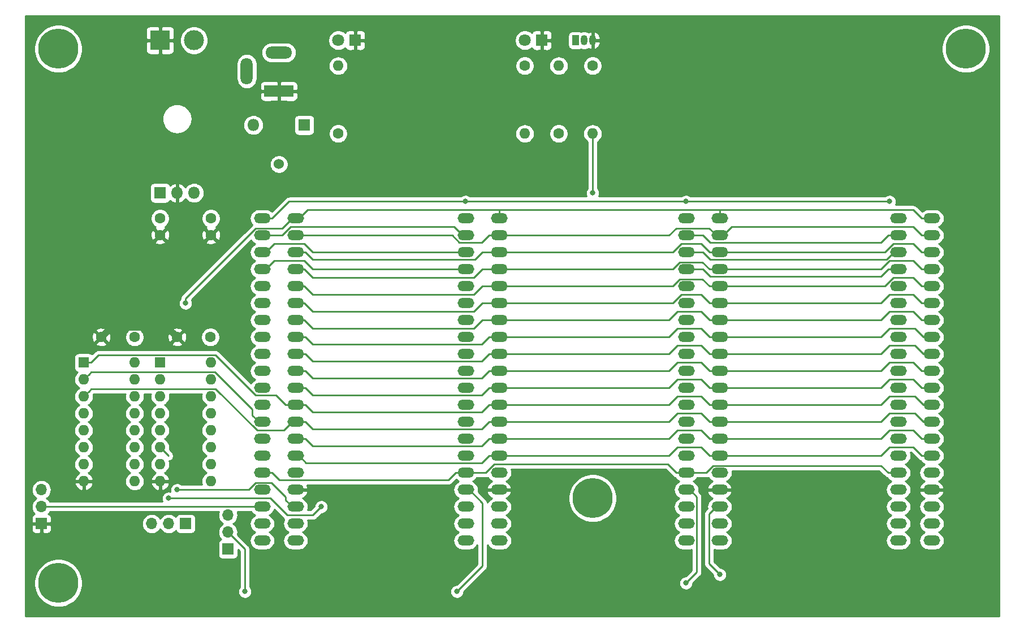
<source format=gbr>
G04 #@! TF.GenerationSoftware,KiCad,Pcbnew,(5.1.4)-1*
G04 #@! TF.CreationDate,2020-01-21T02:52:08+01:00*
G04 #@! TF.ProjectId,Z80Backplane,5a383042-6163-46b7-906c-616e652e6b69,rev?*
G04 #@! TF.SameCoordinates,Original*
G04 #@! TF.FileFunction,Copper,L2,Bot*
G04 #@! TF.FilePolarity,Positive*
%FSLAX46Y46*%
G04 Gerber Fmt 4.6, Leading zero omitted, Abs format (unit mm)*
G04 Created by KiCad (PCBNEW (5.1.4)-1) date 2020-01-21 02:52:08*
%MOMM*%
%LPD*%
G04 APERTURE LIST*
%ADD10C,3.000000*%
%ADD11R,3.000000X3.000000*%
%ADD12O,1.600000X1.600000*%
%ADD13C,1.600000*%
%ADD14O,1.700000X1.700000*%
%ADD15R,1.700000X1.700000*%
%ADD16O,1.800000X1.800000*%
%ADD17R,1.800000X1.800000*%
%ADD18R,1.050000X1.500000*%
%ADD19O,1.050000X1.500000*%
%ADD20C,1.800000*%
%ADD21R,1.600000X1.600000*%
%ADD22O,2.500000X1.500000*%
%ADD23C,6.000000*%
%ADD24C,1.524000*%
%ADD25R,4.400000X1.800000*%
%ADD26O,4.000000X1.800000*%
%ADD27O,1.800000X4.000000*%
%ADD28C,0.800000*%
%ADD29C,0.250000*%
%ADD30C,1.000000*%
%ADD31C,0.254000*%
G04 APERTURE END LIST*
D10*
X54610000Y-35560000D03*
D11*
X49530000Y-35560000D03*
D12*
X104140000Y-49530000D03*
D13*
X104140000Y-39370000D03*
D14*
X48260000Y-107950000D03*
X50800000Y-107950000D03*
D15*
X53340000Y-107950000D03*
D14*
X59690000Y-106680000D03*
X59690000Y-109220000D03*
D15*
X59690000Y-111760000D03*
D13*
X57150000Y-64730000D03*
X57150000Y-62230000D03*
X49530000Y-64730000D03*
X49530000Y-62230000D03*
D16*
X54610000Y-58420000D03*
X52070000Y-58420000D03*
D17*
X49530000Y-58420000D03*
D12*
X76200000Y-39370000D03*
D13*
X76200000Y-49530000D03*
X57070000Y-80010000D03*
X52070000Y-80010000D03*
X45720000Y-80010000D03*
X40720000Y-80010000D03*
D12*
X114300000Y-49530000D03*
D13*
X114300000Y-39370000D03*
D12*
X109220000Y-39370000D03*
D13*
X109220000Y-49530000D03*
D18*
X111760000Y-35560000D03*
D19*
X114300000Y-35560000D03*
X113030000Y-35560000D03*
D20*
X104140000Y-35560000D03*
D17*
X106680000Y-35560000D03*
D14*
X31750000Y-102870000D03*
X31750000Y-105410000D03*
D15*
X31750000Y-107950000D03*
D12*
X57150000Y-83820000D03*
X49530000Y-101600000D03*
X57150000Y-86360000D03*
X49530000Y-99060000D03*
X57150000Y-88900000D03*
X49530000Y-96520000D03*
X57150000Y-91440000D03*
X49530000Y-93980000D03*
X57150000Y-93980000D03*
X49530000Y-91440000D03*
X57150000Y-96520000D03*
X49530000Y-88900000D03*
X57150000Y-99060000D03*
X49530000Y-86360000D03*
X57150000Y-101600000D03*
D21*
X49530000Y-83820000D03*
D12*
X45720000Y-83820000D03*
X38100000Y-101600000D03*
X45720000Y-86360000D03*
X38100000Y-99060000D03*
X45720000Y-88900000D03*
X38100000Y-96520000D03*
X45720000Y-91440000D03*
X38100000Y-93980000D03*
X45720000Y-93980000D03*
X38100000Y-91440000D03*
X45720000Y-96520000D03*
X38100000Y-88900000D03*
X45720000Y-99060000D03*
X38100000Y-86360000D03*
X45720000Y-101600000D03*
D21*
X38100000Y-83820000D03*
D22*
X160060000Y-110490000D03*
X165060000Y-110490000D03*
X160060000Y-107950000D03*
X165060000Y-107950000D03*
X160060000Y-105410000D03*
X165060000Y-105410000D03*
X160060000Y-102870000D03*
X165060000Y-102870000D03*
X160060000Y-100330000D03*
X165060000Y-100330000D03*
X160060000Y-97790000D03*
X165060000Y-97790000D03*
X160060000Y-95250000D03*
X165060000Y-95250000D03*
X160060000Y-92710000D03*
X165060000Y-92710000D03*
X160060000Y-90170000D03*
X165060000Y-90170000D03*
X160060000Y-87630000D03*
X165060000Y-87630000D03*
X160060000Y-85090000D03*
X165060000Y-85090000D03*
X160060000Y-82550000D03*
X165060000Y-82550000D03*
X160060000Y-80010000D03*
X165060000Y-80010000D03*
X160060000Y-77470000D03*
X165060000Y-77470000D03*
X160060000Y-74930000D03*
X165060000Y-74930000D03*
X160060000Y-72390000D03*
X165060000Y-72390000D03*
X160060000Y-69850000D03*
X165060000Y-69850000D03*
X160060000Y-67310000D03*
X165060000Y-67310000D03*
X160060000Y-64770000D03*
X165060000Y-64770000D03*
X160060000Y-62230000D03*
X165060000Y-62230000D03*
X128310000Y-110490000D03*
X133310000Y-110490000D03*
X128310000Y-107950000D03*
X133310000Y-107950000D03*
X128310000Y-105410000D03*
X133310000Y-105410000D03*
X128310000Y-102870000D03*
X133310000Y-102870000D03*
X128310000Y-100330000D03*
X133310000Y-100330000D03*
X128310000Y-97790000D03*
X133310000Y-97790000D03*
X128310000Y-95250000D03*
X133310000Y-95250000D03*
X128310000Y-92710000D03*
X133310000Y-92710000D03*
X128310000Y-90170000D03*
X133310000Y-90170000D03*
X128310000Y-87630000D03*
X133310000Y-87630000D03*
X128310000Y-85090000D03*
X133310000Y-85090000D03*
X128310000Y-82550000D03*
X133310000Y-82550000D03*
X128310000Y-80010000D03*
X133310000Y-80010000D03*
X128310000Y-77470000D03*
X133310000Y-77470000D03*
X128310000Y-74930000D03*
X133310000Y-74930000D03*
X128310000Y-72390000D03*
X133310000Y-72390000D03*
X128310000Y-69850000D03*
X133310000Y-69850000D03*
X128310000Y-67310000D03*
X133310000Y-67310000D03*
X128310000Y-64770000D03*
X133310000Y-64770000D03*
X128310000Y-62230000D03*
X133310000Y-62230000D03*
X95290000Y-110490000D03*
X100290000Y-110490000D03*
X95290000Y-107950000D03*
X100290000Y-107950000D03*
X95290000Y-105410000D03*
X100290000Y-105410000D03*
X95290000Y-102870000D03*
X100290000Y-102870000D03*
X95290000Y-100330000D03*
X100290000Y-100330000D03*
X95290000Y-97790000D03*
X100290000Y-97790000D03*
X95290000Y-95250000D03*
X100290000Y-95250000D03*
X95290000Y-92710000D03*
X100290000Y-92710000D03*
X95290000Y-90170000D03*
X100290000Y-90170000D03*
X95290000Y-87630000D03*
X100290000Y-87630000D03*
X95290000Y-85090000D03*
X100290000Y-85090000D03*
X95290000Y-82550000D03*
X100290000Y-82550000D03*
X95290000Y-80010000D03*
X100290000Y-80010000D03*
X95290000Y-77470000D03*
X100290000Y-77470000D03*
X95290000Y-74930000D03*
X100290000Y-74930000D03*
X95290000Y-72390000D03*
X100290000Y-72390000D03*
X95290000Y-69850000D03*
X100290000Y-69850000D03*
X95290000Y-67310000D03*
X100290000Y-67310000D03*
X95290000Y-64770000D03*
X100290000Y-64770000D03*
X95290000Y-62230000D03*
X100290000Y-62230000D03*
D23*
X114300000Y-104140000D03*
D22*
X64810000Y-110490000D03*
X69810000Y-110490000D03*
X64810000Y-107950000D03*
X69810000Y-107950000D03*
X64810000Y-105410000D03*
X69810000Y-105410000D03*
X64810000Y-102870000D03*
X69810000Y-102870000D03*
X64810000Y-100330000D03*
X69810000Y-100330000D03*
X64810000Y-97790000D03*
X69810000Y-97790000D03*
X64810000Y-95250000D03*
X69810000Y-95250000D03*
X64810000Y-92710000D03*
X69810000Y-92710000D03*
X64810000Y-90170000D03*
X69810000Y-90170000D03*
X64810000Y-87630000D03*
X69810000Y-87630000D03*
X64810000Y-85090000D03*
X69810000Y-85090000D03*
X64810000Y-82550000D03*
X69810000Y-82550000D03*
X64810000Y-80010000D03*
X69810000Y-80010000D03*
X64810000Y-77470000D03*
X69810000Y-77470000D03*
X64810000Y-74930000D03*
X69810000Y-74930000D03*
X64810000Y-72390000D03*
X69810000Y-72390000D03*
X64810000Y-69850000D03*
X69810000Y-69850000D03*
X64810000Y-67310000D03*
X69810000Y-67310000D03*
X64810000Y-64770000D03*
X69810000Y-64770000D03*
X64810000Y-62230000D03*
X69810000Y-62230000D03*
D24*
X67310000Y-54102000D03*
D23*
X34290000Y-116840000D03*
X34290000Y-36830000D03*
X170180000Y-36830000D03*
D20*
X76200000Y-35560000D03*
D17*
X78740000Y-35560000D03*
D16*
X63500000Y-48260000D03*
D17*
X71120000Y-48260000D03*
D25*
X67310000Y-43180000D03*
D26*
X67310000Y-37380000D03*
D27*
X62510000Y-40180000D03*
D28*
X53340000Y-74930000D03*
X114300000Y-58420000D03*
X128270000Y-59690000D03*
X158750000Y-59690000D03*
X95250000Y-59690000D03*
X52070000Y-102870000D03*
X133350000Y-115570000D03*
X128270000Y-116840000D03*
X73660000Y-105410000D03*
X50800000Y-104140000D03*
X62230000Y-118110000D03*
X93980000Y-118110000D03*
D29*
X64810000Y-105410000D02*
X31750000Y-105410000D01*
X133310000Y-61000000D02*
X133350000Y-60960000D01*
X133310000Y-62230000D02*
X133310000Y-61000000D01*
X103060000Y-60960000D02*
X133350000Y-60960000D01*
X163560000Y-62230000D02*
X165060000Y-62230000D01*
X162290000Y-60960000D02*
X163560000Y-62230000D01*
X133350000Y-60960000D02*
X162290000Y-60960000D01*
X71580000Y-60960000D02*
X103060000Y-60960000D01*
X70310000Y-62230000D02*
X71580000Y-60960000D01*
X69810000Y-62230000D02*
X70310000Y-62230000D01*
X100290000Y-62230000D02*
X100290000Y-61000000D01*
X53340000Y-74364315D02*
X53340000Y-74930000D01*
X53340000Y-74219707D02*
X53340000Y-74364315D01*
X63864717Y-63694990D02*
X53340000Y-74219707D01*
X67845010Y-63694990D02*
X63864717Y-63694990D01*
X69310000Y-62230000D02*
X67845010Y-63694990D01*
X69810000Y-62230000D02*
X69310000Y-62230000D01*
D30*
X41519999Y-79210001D02*
X40720000Y-80010000D01*
X42220001Y-78509999D02*
X41519999Y-79210001D01*
X50569999Y-78509999D02*
X42220001Y-78509999D01*
X52070000Y-80010000D02*
X50569999Y-78509999D01*
D29*
X93790000Y-100330000D02*
X95290000Y-100330000D01*
X92714990Y-101405010D02*
X93790000Y-100330000D01*
X67385010Y-101405010D02*
X92714990Y-101405010D01*
X66310000Y-100330000D02*
X67385010Y-101405010D01*
X64810000Y-100330000D02*
X66310000Y-100330000D01*
X126810000Y-100330000D02*
X128310000Y-100330000D01*
X125540000Y-99060000D02*
X126810000Y-100330000D01*
X99539707Y-99060000D02*
X125540000Y-99060000D01*
X98269707Y-100330000D02*
X99539707Y-99060000D01*
X95290000Y-100330000D02*
X98269707Y-100330000D01*
X158560000Y-100330000D02*
X160060000Y-100330000D01*
X157484990Y-99254990D02*
X158560000Y-100330000D01*
X132364717Y-99254990D02*
X157484990Y-99254990D01*
X131289707Y-100330000D02*
X132364717Y-99254990D01*
X128310000Y-100330000D02*
X131289707Y-100330000D01*
X132810000Y-100330000D02*
X133310000Y-100330000D01*
X133310000Y-100330000D02*
X133810000Y-100330000D01*
X64810000Y-97790000D02*
X65310000Y-97790000D01*
X98790000Y-97790000D02*
X100290000Y-97790000D01*
X97714990Y-98865010D02*
X98790000Y-97790000D01*
X71385010Y-98865010D02*
X97714990Y-98865010D01*
X70310000Y-97790000D02*
X71385010Y-98865010D01*
X69810000Y-97790000D02*
X70310000Y-97790000D01*
X100290000Y-97790000D02*
X125730000Y-97790000D01*
X125730000Y-97790000D02*
X127000000Y-96520000D01*
X131810000Y-97790000D02*
X133310000Y-97790000D01*
X130540000Y-96520000D02*
X131810000Y-97790000D01*
X127000000Y-96520000D02*
X130540000Y-96520000D01*
X163560000Y-97790000D02*
X165060000Y-97790000D01*
X162290000Y-96520000D02*
X163560000Y-97790000D01*
X158750000Y-96520000D02*
X162290000Y-96520000D01*
X157480000Y-97790000D02*
X158750000Y-96520000D01*
X133310000Y-97790000D02*
X157480000Y-97790000D01*
X64810000Y-95250000D02*
X65310000Y-95250000D01*
X98790000Y-95250000D02*
X100290000Y-95250000D01*
X97714990Y-96325010D02*
X98790000Y-95250000D01*
X72385010Y-96325010D02*
X97714990Y-96325010D01*
X71310000Y-95250000D02*
X72385010Y-96325010D01*
X69810000Y-95250000D02*
X71310000Y-95250000D01*
X100290000Y-95250000D02*
X125730000Y-95250000D01*
X125730000Y-95250000D02*
X127000000Y-93980000D01*
X131810000Y-95250000D02*
X133310000Y-95250000D01*
X130540000Y-93980000D02*
X131810000Y-95250000D01*
X127000000Y-93980000D02*
X130540000Y-93980000D01*
X133310000Y-95250000D02*
X157480000Y-95250000D01*
X157480000Y-95250000D02*
X158750000Y-93980000D01*
X163560000Y-95250000D02*
X165060000Y-95250000D01*
X162290000Y-93980000D02*
X163560000Y-95250000D01*
X158750000Y-93980000D02*
X162290000Y-93980000D01*
X38899999Y-85560001D02*
X38100000Y-86360000D01*
X39225001Y-85234999D02*
X38899999Y-85560001D01*
X57690001Y-85234999D02*
X39225001Y-85234999D01*
X63310000Y-90854998D02*
X57690001Y-85234999D01*
X63310000Y-91710000D02*
X63310000Y-90854998D01*
X64310000Y-92710000D02*
X63310000Y-91710000D01*
X64810000Y-92710000D02*
X64310000Y-92710000D01*
X98790000Y-92710000D02*
X100290000Y-92710000D01*
X97714990Y-93785010D02*
X98790000Y-92710000D01*
X72385010Y-93785010D02*
X97714990Y-93785010D01*
X71310000Y-92710000D02*
X72385010Y-93785010D01*
X69810000Y-92710000D02*
X71310000Y-92710000D01*
X100290000Y-92710000D02*
X125730000Y-92710000D01*
X125730000Y-92710000D02*
X127000000Y-91440000D01*
X131810000Y-92710000D02*
X133310000Y-92710000D01*
X130540000Y-91440000D02*
X131810000Y-92710000D01*
X127000000Y-91440000D02*
X130540000Y-91440000D01*
X133310000Y-92710000D02*
X157480000Y-92710000D01*
X157480000Y-92710000D02*
X158750000Y-91440000D01*
X158750000Y-91440000D02*
X162560000Y-91440000D01*
X162560000Y-91440000D02*
X163830000Y-92710000D01*
X163830000Y-92710000D02*
X165060000Y-92710000D01*
X69310000Y-92710000D02*
X68040000Y-93980000D01*
X69810000Y-92710000D02*
X69310000Y-92710000D01*
X38899999Y-88100001D02*
X38100000Y-88900000D01*
X39225001Y-87774999D02*
X38899999Y-88100001D01*
X57854706Y-87774999D02*
X39225001Y-87774999D01*
X64059707Y-93980000D02*
X57854706Y-87774999D01*
X68040000Y-93980000D02*
X64059707Y-93980000D01*
X64810000Y-90170000D02*
X65310000Y-90170000D01*
X98790000Y-90170000D02*
X100290000Y-90170000D01*
X97714990Y-91245010D02*
X98790000Y-90170000D01*
X72385010Y-91245010D02*
X97714990Y-91245010D01*
X71310000Y-90170000D02*
X72385010Y-91245010D01*
X69810000Y-90170000D02*
X71310000Y-90170000D01*
X100290000Y-90170000D02*
X125730000Y-90170000D01*
X125730000Y-90170000D02*
X127000000Y-88900000D01*
X131810000Y-90170000D02*
X133310000Y-90170000D01*
X130540000Y-88900000D02*
X131810000Y-90170000D01*
X127000000Y-88900000D02*
X130540000Y-88900000D01*
X133310000Y-90170000D02*
X157480000Y-90170000D01*
X157480000Y-90170000D02*
X158750000Y-88900000D01*
X158750000Y-88900000D02*
X162560000Y-88900000D01*
X162560000Y-88900000D02*
X163830000Y-90170000D01*
X163830000Y-90170000D02*
X165060000Y-90170000D01*
X39150000Y-83820000D02*
X38100000Y-83820000D01*
X40275001Y-82694999D02*
X39150000Y-83820000D01*
X57854706Y-82694999D02*
X40275001Y-82694999D01*
X66845010Y-88705010D02*
X63864717Y-88705010D01*
X63864717Y-88705010D02*
X57854706Y-82694999D01*
X68310000Y-90170000D02*
X66845010Y-88705010D01*
X69810000Y-90170000D02*
X68310000Y-90170000D01*
X64810000Y-87630000D02*
X65310000Y-87630000D01*
X97714990Y-88705010D02*
X98790000Y-87630000D01*
X98790000Y-87630000D02*
X100290000Y-87630000D01*
X72385010Y-88705010D02*
X97714990Y-88705010D01*
X71310000Y-87630000D02*
X72385010Y-88705010D01*
X69810000Y-87630000D02*
X71310000Y-87630000D01*
X100290000Y-87630000D02*
X125730000Y-87630000D01*
X125730000Y-87630000D02*
X127000000Y-86360000D01*
X131810000Y-87630000D02*
X133310000Y-87630000D01*
X130540000Y-86360000D02*
X131810000Y-87630000D01*
X127000000Y-86360000D02*
X130540000Y-86360000D01*
X163560000Y-87630000D02*
X165060000Y-87630000D01*
X162290000Y-86360000D02*
X163560000Y-87630000D01*
X158750000Y-86360000D02*
X162290000Y-86360000D01*
X157480000Y-87630000D02*
X158750000Y-86360000D01*
X133310000Y-87630000D02*
X157480000Y-87630000D01*
X64810000Y-85090000D02*
X65310000Y-85090000D01*
X98790000Y-85090000D02*
X100290000Y-85090000D01*
X97714990Y-86165010D02*
X98790000Y-85090000D01*
X72385010Y-86165010D02*
X97714990Y-86165010D01*
X71310000Y-85090000D02*
X72385010Y-86165010D01*
X69810000Y-85090000D02*
X71310000Y-85090000D01*
X131810000Y-85090000D02*
X133310000Y-85090000D01*
X130540000Y-83820000D02*
X131810000Y-85090000D01*
X127000000Y-83820000D02*
X130540000Y-83820000D01*
X125730000Y-85090000D02*
X127000000Y-83820000D01*
X100290000Y-85090000D02*
X125730000Y-85090000D01*
X163560000Y-85090000D02*
X165060000Y-85090000D01*
X162290000Y-83820000D02*
X163560000Y-85090000D01*
X158750000Y-83820000D02*
X162290000Y-83820000D01*
X157480000Y-85090000D02*
X158750000Y-83820000D01*
X133310000Y-85090000D02*
X157480000Y-85090000D01*
X64810000Y-82550000D02*
X65310000Y-82550000D01*
X98790000Y-82550000D02*
X100290000Y-82550000D01*
X97714990Y-83625010D02*
X98790000Y-82550000D01*
X72385010Y-83625010D02*
X97714990Y-83625010D01*
X71310000Y-82550000D02*
X72385010Y-83625010D01*
X69810000Y-82550000D02*
X71310000Y-82550000D01*
X100290000Y-82550000D02*
X125730000Y-82550000D01*
X125730000Y-82550000D02*
X127000000Y-81280000D01*
X131810000Y-82550000D02*
X133310000Y-82550000D01*
X130540000Y-81280000D02*
X131810000Y-82550000D01*
X127000000Y-81280000D02*
X130540000Y-81280000D01*
X133310000Y-82550000D02*
X157480000Y-82550000D01*
X157480000Y-82550000D02*
X158750000Y-81280000D01*
X158750000Y-81280000D02*
X162560000Y-81280000D01*
X162560000Y-81280000D02*
X163830000Y-82550000D01*
X163830000Y-82550000D02*
X165060000Y-82550000D01*
X72385010Y-81085010D02*
X97714990Y-81085010D01*
X98790000Y-80010000D02*
X100290000Y-80010000D01*
X71310000Y-80010000D02*
X72385010Y-81085010D01*
X69810000Y-80010000D02*
X71310000Y-80010000D01*
X97714990Y-81085010D02*
X98790000Y-80010000D01*
X100290000Y-80010000D02*
X125730000Y-80010000D01*
X125730000Y-80010000D02*
X127000000Y-78740000D01*
X131810000Y-80010000D02*
X133310000Y-80010000D01*
X130540000Y-78740000D02*
X131810000Y-80010000D01*
X127000000Y-78740000D02*
X130540000Y-78740000D01*
X157480000Y-80010000D02*
X158750000Y-78740000D01*
X133310000Y-80010000D02*
X157480000Y-80010000D01*
X158750000Y-78740000D02*
X162560000Y-78740000D01*
X162560000Y-78740000D02*
X163830000Y-80010000D01*
X163830000Y-80010000D02*
X165060000Y-80010000D01*
X69810000Y-77470000D02*
X70310000Y-77470000D01*
X97790000Y-77470000D02*
X100290000Y-77470000D01*
X96520000Y-78740000D02*
X97790000Y-77470000D01*
X70310000Y-77470000D02*
X71120000Y-77470000D01*
X71120000Y-77470000D02*
X72390000Y-78740000D01*
X72390000Y-78740000D02*
X96520000Y-78740000D01*
X131810000Y-77470000D02*
X133310000Y-77470000D01*
X130540000Y-76200000D02*
X131810000Y-77470000D01*
X127000000Y-76200000D02*
X130540000Y-76200000D01*
X125730000Y-77470000D02*
X127000000Y-76200000D01*
X100290000Y-77470000D02*
X125730000Y-77470000D01*
X163560000Y-77470000D02*
X165060000Y-77470000D01*
X162290000Y-76200000D02*
X163560000Y-77470000D01*
X158750000Y-76200000D02*
X162290000Y-76200000D01*
X157480000Y-77470000D02*
X158750000Y-76200000D01*
X133310000Y-77470000D02*
X157480000Y-77470000D01*
X97790000Y-74930000D02*
X100290000Y-74930000D01*
X96520000Y-76200000D02*
X97790000Y-74930000D01*
X72390000Y-76200000D02*
X96520000Y-76200000D01*
X69810000Y-74930000D02*
X71120000Y-74930000D01*
X71120000Y-74930000D02*
X72390000Y-76200000D01*
X100290000Y-74930000D02*
X126289707Y-74930000D01*
X126289707Y-74930000D02*
X127559707Y-73660000D01*
X131810000Y-74930000D02*
X133310000Y-74930000D01*
X130540000Y-73660000D02*
X131810000Y-74930000D01*
X127559707Y-73660000D02*
X130540000Y-73660000D01*
X163560000Y-74930000D02*
X165060000Y-74930000D01*
X162290000Y-73660000D02*
X163560000Y-74930000D01*
X158750000Y-73660000D02*
X162290000Y-73660000D01*
X157480000Y-74930000D02*
X158750000Y-73660000D01*
X133310000Y-74930000D02*
X157480000Y-74930000D01*
X69810000Y-72390000D02*
X70310000Y-72390000D01*
X97790000Y-72390000D02*
X100290000Y-72390000D01*
X96520000Y-73660000D02*
X97790000Y-72390000D01*
X69810000Y-72390000D02*
X71120000Y-72390000D01*
X71120000Y-72390000D02*
X72390000Y-73660000D01*
X72390000Y-73660000D02*
X96520000Y-73660000D01*
X100290000Y-72390000D02*
X100790000Y-72390000D01*
X158039707Y-72390000D02*
X159309707Y-71120000D01*
X133310000Y-72390000D02*
X158039707Y-72390000D01*
X163560000Y-72390000D02*
X165060000Y-72390000D01*
X162290000Y-71120000D02*
X163560000Y-72390000D01*
X159309707Y-71120000D02*
X162290000Y-71120000D01*
X131810000Y-72390000D02*
X133310000Y-72390000D01*
X130734990Y-71314990D02*
X131810000Y-72390000D01*
X127364717Y-71314990D02*
X130734990Y-71314990D01*
X126289707Y-72390000D02*
X127364717Y-71314990D01*
X100290000Y-72390000D02*
X126289707Y-72390000D01*
X65310000Y-69850000D02*
X66580000Y-68580000D01*
X64810000Y-69850000D02*
X65310000Y-69850000D01*
X66580000Y-68580000D02*
X71120000Y-68580000D01*
X72390000Y-69850000D02*
X95290000Y-69850000D01*
X71120000Y-68580000D02*
X72390000Y-69850000D01*
X127810000Y-69850000D02*
X128310000Y-69850000D01*
X158560000Y-69850000D02*
X160060000Y-69850000D01*
X157484990Y-70925010D02*
X158560000Y-69850000D01*
X131885010Y-70925010D02*
X157484990Y-70925010D01*
X130810000Y-69850000D02*
X131885010Y-70925010D01*
X128310000Y-69850000D02*
X130810000Y-69850000D01*
X64810000Y-69850000D02*
X64310000Y-69850000D01*
X97790000Y-69850000D02*
X100290000Y-69850000D01*
X96520000Y-71120000D02*
X97790000Y-69850000D01*
X72390000Y-71120000D02*
X96520000Y-71120000D01*
X69810000Y-69850000D02*
X71120000Y-69850000D01*
X71120000Y-69850000D02*
X72390000Y-71120000D01*
X100290000Y-69850000D02*
X100790000Y-69850000D01*
X130734990Y-68774990D02*
X131810000Y-69850000D01*
X127364717Y-68774990D02*
X130734990Y-68774990D01*
X126289707Y-69850000D02*
X127364717Y-68774990D01*
X100290000Y-69850000D02*
X126289707Y-69850000D01*
X131810000Y-69850000D02*
X133310000Y-69850000D01*
X133310000Y-69850000D02*
X157480000Y-69850000D01*
X157480000Y-69850000D02*
X158750000Y-68580000D01*
X163560000Y-69850000D02*
X165060000Y-69850000D01*
X162290000Y-68580000D02*
X163560000Y-69850000D01*
X158750000Y-68580000D02*
X162290000Y-68580000D01*
X128193296Y-67310000D02*
X128310000Y-67310000D01*
X65310000Y-67310000D02*
X64810000Y-67310000D01*
X66580000Y-66040000D02*
X65310000Y-67310000D01*
X71120000Y-66040000D02*
X66580000Y-66040000D01*
X72390000Y-67310000D02*
X71120000Y-66040000D01*
X95290000Y-67310000D02*
X72390000Y-67310000D01*
X128310000Y-67310000D02*
X130810000Y-67310000D01*
X130810000Y-67310000D02*
X131885010Y-68385010D01*
X131885010Y-68385010D02*
X158308579Y-68385010D01*
X158308579Y-68385010D02*
X159383589Y-67310000D01*
X159383589Y-67310000D02*
X160060000Y-67310000D01*
X98790000Y-67310000D02*
X100290000Y-67310000D01*
X71310000Y-67310000D02*
X72385010Y-68385010D01*
X69810000Y-67310000D02*
X71310000Y-67310000D01*
X72385010Y-68385010D02*
X96714990Y-68385010D01*
X97790000Y-67310000D02*
X98790000Y-67310000D01*
X96714990Y-68385010D02*
X97790000Y-67310000D01*
X126289707Y-67310000D02*
X127559707Y-66040000D01*
X100290000Y-67310000D02*
X126289707Y-67310000D01*
X131810000Y-67310000D02*
X133310000Y-67310000D01*
X130540000Y-66040000D02*
X131810000Y-67310000D01*
X127559707Y-66040000D02*
X130540000Y-66040000D01*
X158039707Y-67310000D02*
X159309707Y-66040000D01*
X133310000Y-67310000D02*
X158039707Y-67310000D01*
X163560000Y-67310000D02*
X165060000Y-67310000D01*
X162290000Y-66040000D02*
X163560000Y-67310000D01*
X159309707Y-66040000D02*
X162290000Y-66040000D01*
X127810000Y-64770000D02*
X128310000Y-64770000D01*
X64810000Y-64770000D02*
X65310000Y-64770000D01*
X158560000Y-64770000D02*
X160060000Y-64770000D01*
X157484990Y-65845010D02*
X158560000Y-64770000D01*
X131885010Y-65845010D02*
X157484990Y-65845010D01*
X130810000Y-64770000D02*
X131885010Y-65845010D01*
X128310000Y-64770000D02*
X130810000Y-64770000D01*
X67789707Y-64770000D02*
X69059707Y-63500000D01*
X64810000Y-64770000D02*
X67789707Y-64770000D01*
X94790000Y-64770000D02*
X95290000Y-64770000D01*
X93520000Y-63500000D02*
X94790000Y-64770000D01*
X69059707Y-63500000D02*
X93520000Y-63500000D01*
X114300000Y-52635685D02*
X114300000Y-58420000D01*
X114300000Y-49530000D02*
X114300000Y-52635685D01*
X100290000Y-64770000D02*
X100790000Y-64770000D01*
X69810000Y-64770000D02*
X70310000Y-64770000D01*
X133810000Y-64770000D02*
X135080000Y-63500000D01*
X133310000Y-64770000D02*
X133810000Y-64770000D01*
X163560000Y-64770000D02*
X165060000Y-64770000D01*
X162290000Y-63500000D02*
X163560000Y-64770000D01*
X135080000Y-63500000D02*
X162290000Y-63500000D01*
X97714990Y-65845010D02*
X98790000Y-64770000D01*
X98790000Y-64770000D02*
X100290000Y-64770000D01*
X94344717Y-65845010D02*
X97714990Y-65845010D01*
X93269707Y-64770000D02*
X94344717Y-65845010D01*
X69810000Y-64770000D02*
X93269707Y-64770000D01*
X131734990Y-63694990D02*
X126805010Y-63694990D01*
X133310000Y-64770000D02*
X132810000Y-64770000D01*
X132810000Y-64770000D02*
X131734990Y-63694990D01*
X125730000Y-64770000D02*
X100290000Y-64770000D01*
X126805010Y-63694990D02*
X125730000Y-64770000D01*
X99330000Y-59690000D02*
X128270000Y-59690000D01*
X66310000Y-62230000D02*
X64810000Y-62230000D01*
X68850000Y-59690000D02*
X66310000Y-62230000D01*
X99330000Y-59690000D02*
X95250000Y-59690000D01*
X95290000Y-59730000D02*
X95250000Y-59690000D01*
X95250000Y-59690000D02*
X68850000Y-59690000D01*
X128270000Y-59690000D02*
X158750000Y-59690000D01*
X158750000Y-59690000D02*
X158750000Y-59690000D01*
X53340000Y-102870000D02*
X52070000Y-102870000D01*
X62789707Y-102870000D02*
X53340000Y-102870000D01*
X69310000Y-105410000D02*
X68310000Y-104410000D01*
X69810000Y-105410000D02*
X69310000Y-105410000D01*
X68310000Y-104410000D02*
X68310000Y-103910000D01*
X68310000Y-103910000D02*
X66194990Y-101794990D01*
X66194990Y-101794990D02*
X63864717Y-101794990D01*
X63864717Y-101794990D02*
X62789707Y-102870000D01*
X132810000Y-105410000D02*
X133310000Y-105410000D01*
X131734990Y-106485010D02*
X132810000Y-105410000D01*
X131734990Y-113954990D02*
X131734990Y-106485010D01*
X133350000Y-115570000D02*
X131734990Y-113954990D01*
X128810000Y-102870000D02*
X128310000Y-102870000D01*
X129885010Y-103945010D02*
X128810000Y-102870000D01*
X129885010Y-115224990D02*
X129885010Y-103945010D01*
X128270000Y-116840000D02*
X129885010Y-115224990D01*
X164560000Y-105410000D02*
X165060000Y-105410000D01*
X160560000Y-102870000D02*
X160060000Y-102870000D01*
X99790000Y-105410000D02*
X100290000Y-105410000D01*
X73260001Y-105809999D02*
X73660000Y-105410000D01*
X72390000Y-106680000D02*
X68580000Y-106680000D01*
X73660000Y-105410000D02*
X72390000Y-106680000D01*
X68580000Y-106680000D02*
X66040000Y-104140000D01*
X52070000Y-104140000D02*
X52070000Y-104140000D01*
X66040000Y-104140000D02*
X52070000Y-104140000D01*
X52070000Y-104140000D02*
X50800000Y-104140000D01*
X59690000Y-109220000D02*
X62230000Y-111760000D01*
X62230000Y-111760000D02*
X62230000Y-118110000D01*
X97790000Y-114300000D02*
X93980000Y-118110000D01*
X97790000Y-104870000D02*
X97790000Y-114300000D01*
X95290000Y-102870000D02*
X95790000Y-102870000D01*
X95790000Y-102870000D02*
X97790000Y-104870000D01*
X49530000Y-96520000D02*
X50800000Y-97790000D01*
D31*
G36*
X175133000Y-121793000D02*
G01*
X29337000Y-121793000D01*
X29337000Y-116481984D01*
X30655000Y-116481984D01*
X30655000Y-117198016D01*
X30794691Y-117900290D01*
X31068705Y-118561818D01*
X31466511Y-119157177D01*
X31972823Y-119663489D01*
X32568182Y-120061295D01*
X33229710Y-120335309D01*
X33931984Y-120475000D01*
X34648016Y-120475000D01*
X35350290Y-120335309D01*
X36011818Y-120061295D01*
X36607177Y-119663489D01*
X37113489Y-119157177D01*
X37511295Y-118561818D01*
X37785309Y-117900290D01*
X37925000Y-117198016D01*
X37925000Y-116481984D01*
X37785309Y-115779710D01*
X37511295Y-115118182D01*
X37113489Y-114522823D01*
X36607177Y-114016511D01*
X36011818Y-113618705D01*
X35350290Y-113344691D01*
X34648016Y-113205000D01*
X33931984Y-113205000D01*
X33229710Y-113344691D01*
X32568182Y-113618705D01*
X31972823Y-114016511D01*
X31466511Y-114522823D01*
X31068705Y-115118182D01*
X30794691Y-115779710D01*
X30655000Y-116481984D01*
X29337000Y-116481984D01*
X29337000Y-108800000D01*
X30261928Y-108800000D01*
X30274188Y-108924482D01*
X30310498Y-109044180D01*
X30369463Y-109154494D01*
X30448815Y-109251185D01*
X30545506Y-109330537D01*
X30655820Y-109389502D01*
X30775518Y-109425812D01*
X30900000Y-109438072D01*
X31464250Y-109435000D01*
X31623000Y-109276250D01*
X31623000Y-108077000D01*
X31877000Y-108077000D01*
X31877000Y-109276250D01*
X32035750Y-109435000D01*
X32600000Y-109438072D01*
X32724482Y-109425812D01*
X32844180Y-109389502D01*
X32954494Y-109330537D01*
X33051185Y-109251185D01*
X33130537Y-109154494D01*
X33189502Y-109044180D01*
X33225812Y-108924482D01*
X33238072Y-108800000D01*
X33235000Y-108235750D01*
X33076250Y-108077000D01*
X31877000Y-108077000D01*
X31623000Y-108077000D01*
X30423750Y-108077000D01*
X30265000Y-108235750D01*
X30261928Y-108800000D01*
X29337000Y-108800000D01*
X29337000Y-107950000D01*
X46767815Y-107950000D01*
X46796487Y-108241111D01*
X46881401Y-108521034D01*
X47019294Y-108779014D01*
X47204866Y-109005134D01*
X47430986Y-109190706D01*
X47688966Y-109328599D01*
X47968889Y-109413513D01*
X48187050Y-109435000D01*
X48332950Y-109435000D01*
X48551111Y-109413513D01*
X48831034Y-109328599D01*
X49089014Y-109190706D01*
X49315134Y-109005134D01*
X49500706Y-108779014D01*
X49530000Y-108724209D01*
X49559294Y-108779014D01*
X49744866Y-109005134D01*
X49970986Y-109190706D01*
X50228966Y-109328599D01*
X50508889Y-109413513D01*
X50727050Y-109435000D01*
X50872950Y-109435000D01*
X51091111Y-109413513D01*
X51371034Y-109328599D01*
X51629014Y-109190706D01*
X51855134Y-109005134D01*
X51879607Y-108975313D01*
X51900498Y-109044180D01*
X51959463Y-109154494D01*
X52038815Y-109251185D01*
X52135506Y-109330537D01*
X52245820Y-109389502D01*
X52365518Y-109425812D01*
X52490000Y-109438072D01*
X54190000Y-109438072D01*
X54314482Y-109425812D01*
X54434180Y-109389502D01*
X54544494Y-109330537D01*
X54641185Y-109251185D01*
X54720537Y-109154494D01*
X54779502Y-109044180D01*
X54815812Y-108924482D01*
X54828072Y-108800000D01*
X54828072Y-107100000D01*
X54815812Y-106975518D01*
X54779502Y-106855820D01*
X54720537Y-106745506D01*
X54641185Y-106648815D01*
X54544494Y-106569463D01*
X54434180Y-106510498D01*
X54314482Y-106474188D01*
X54190000Y-106461928D01*
X52490000Y-106461928D01*
X52365518Y-106474188D01*
X52245820Y-106510498D01*
X52135506Y-106569463D01*
X52038815Y-106648815D01*
X51959463Y-106745506D01*
X51900498Y-106855820D01*
X51879607Y-106924687D01*
X51855134Y-106894866D01*
X51629014Y-106709294D01*
X51371034Y-106571401D01*
X51091111Y-106486487D01*
X50872950Y-106465000D01*
X50727050Y-106465000D01*
X50508889Y-106486487D01*
X50228966Y-106571401D01*
X49970986Y-106709294D01*
X49744866Y-106894866D01*
X49559294Y-107120986D01*
X49530000Y-107175791D01*
X49500706Y-107120986D01*
X49315134Y-106894866D01*
X49089014Y-106709294D01*
X48831034Y-106571401D01*
X48551111Y-106486487D01*
X48332950Y-106465000D01*
X48187050Y-106465000D01*
X47968889Y-106486487D01*
X47688966Y-106571401D01*
X47430986Y-106709294D01*
X47204866Y-106894866D01*
X47019294Y-107120986D01*
X46881401Y-107378966D01*
X46796487Y-107658889D01*
X46767815Y-107950000D01*
X29337000Y-107950000D01*
X29337000Y-102870000D01*
X30257815Y-102870000D01*
X30286487Y-103161111D01*
X30371401Y-103441034D01*
X30509294Y-103699014D01*
X30694866Y-103925134D01*
X30920986Y-104110706D01*
X30975791Y-104140000D01*
X30920986Y-104169294D01*
X30694866Y-104354866D01*
X30509294Y-104580986D01*
X30371401Y-104838966D01*
X30286487Y-105118889D01*
X30257815Y-105410000D01*
X30286487Y-105701111D01*
X30371401Y-105981034D01*
X30509294Y-106239014D01*
X30694866Y-106465134D01*
X30724687Y-106489607D01*
X30655820Y-106510498D01*
X30545506Y-106569463D01*
X30448815Y-106648815D01*
X30369463Y-106745506D01*
X30310498Y-106855820D01*
X30274188Y-106975518D01*
X30261928Y-107100000D01*
X30265000Y-107664250D01*
X30423750Y-107823000D01*
X31623000Y-107823000D01*
X31623000Y-107803000D01*
X31877000Y-107803000D01*
X31877000Y-107823000D01*
X33076250Y-107823000D01*
X33235000Y-107664250D01*
X33238072Y-107100000D01*
X33225812Y-106975518D01*
X33189502Y-106855820D01*
X33130537Y-106745506D01*
X33051185Y-106648815D01*
X32954494Y-106569463D01*
X32844180Y-106510498D01*
X32775313Y-106489607D01*
X32805134Y-106465134D01*
X32990706Y-106239014D01*
X33027595Y-106170000D01*
X58292886Y-106170000D01*
X58226487Y-106388889D01*
X58197815Y-106680000D01*
X58226487Y-106971111D01*
X58311401Y-107251034D01*
X58449294Y-107509014D01*
X58634866Y-107735134D01*
X58860986Y-107920706D01*
X58915791Y-107950000D01*
X58860986Y-107979294D01*
X58634866Y-108164866D01*
X58449294Y-108390986D01*
X58311401Y-108648966D01*
X58226487Y-108928889D01*
X58197815Y-109220000D01*
X58226487Y-109511111D01*
X58311401Y-109791034D01*
X58449294Y-110049014D01*
X58634866Y-110275134D01*
X58664687Y-110299607D01*
X58595820Y-110320498D01*
X58485506Y-110379463D01*
X58388815Y-110458815D01*
X58309463Y-110555506D01*
X58250498Y-110665820D01*
X58214188Y-110785518D01*
X58201928Y-110910000D01*
X58201928Y-112610000D01*
X58214188Y-112734482D01*
X58250498Y-112854180D01*
X58309463Y-112964494D01*
X58388815Y-113061185D01*
X58485506Y-113140537D01*
X58595820Y-113199502D01*
X58715518Y-113235812D01*
X58840000Y-113248072D01*
X60540000Y-113248072D01*
X60664482Y-113235812D01*
X60784180Y-113199502D01*
X60894494Y-113140537D01*
X60991185Y-113061185D01*
X61070537Y-112964494D01*
X61129502Y-112854180D01*
X61165812Y-112734482D01*
X61178072Y-112610000D01*
X61178072Y-111782875D01*
X61470000Y-112074803D01*
X61470001Y-117406288D01*
X61426063Y-117450226D01*
X61312795Y-117619744D01*
X61234774Y-117808102D01*
X61195000Y-118008061D01*
X61195000Y-118211939D01*
X61234774Y-118411898D01*
X61312795Y-118600256D01*
X61426063Y-118769774D01*
X61570226Y-118913937D01*
X61739744Y-119027205D01*
X61928102Y-119105226D01*
X62128061Y-119145000D01*
X62331939Y-119145000D01*
X62531898Y-119105226D01*
X62720256Y-119027205D01*
X62889774Y-118913937D01*
X63033937Y-118769774D01*
X63147205Y-118600256D01*
X63225226Y-118411898D01*
X63265000Y-118211939D01*
X63265000Y-118008061D01*
X63225226Y-117808102D01*
X63147205Y-117619744D01*
X63033937Y-117450226D01*
X62990000Y-117406289D01*
X62990000Y-111797322D01*
X62993676Y-111759999D01*
X62990000Y-111722676D01*
X62990000Y-111722667D01*
X62979003Y-111611014D01*
X62935546Y-111467753D01*
X62864974Y-111335724D01*
X62851811Y-111319685D01*
X62793799Y-111248996D01*
X62793795Y-111248992D01*
X62770001Y-111219999D01*
X62741009Y-111196206D01*
X61130797Y-109585995D01*
X61153513Y-109511111D01*
X61182185Y-109220000D01*
X61153513Y-108928889D01*
X61068599Y-108648966D01*
X60930706Y-108390986D01*
X60745134Y-108164866D01*
X60519014Y-107979294D01*
X60464209Y-107950000D01*
X60519014Y-107920706D01*
X60745134Y-107735134D01*
X60930706Y-107509014D01*
X61068599Y-107251034D01*
X61153513Y-106971111D01*
X61182185Y-106680000D01*
X61153513Y-106388889D01*
X61087114Y-106170000D01*
X63145794Y-106170000D01*
X63152843Y-106183188D01*
X63325919Y-106394081D01*
X63536812Y-106567157D01*
X63747927Y-106680000D01*
X63536812Y-106792843D01*
X63325919Y-106965919D01*
X63152843Y-107176812D01*
X63024236Y-107417419D01*
X62945040Y-107678493D01*
X62918299Y-107950000D01*
X62945040Y-108221507D01*
X63024236Y-108482581D01*
X63152843Y-108723188D01*
X63325919Y-108934081D01*
X63536812Y-109107157D01*
X63747927Y-109220000D01*
X63536812Y-109332843D01*
X63325919Y-109505919D01*
X63152843Y-109716812D01*
X63024236Y-109957419D01*
X62945040Y-110218493D01*
X62918299Y-110490000D01*
X62945040Y-110761507D01*
X63024236Y-111022581D01*
X63152843Y-111263188D01*
X63325919Y-111474081D01*
X63536812Y-111647157D01*
X63777419Y-111775764D01*
X64038493Y-111854960D01*
X64241963Y-111875000D01*
X65378037Y-111875000D01*
X65581507Y-111854960D01*
X65842581Y-111775764D01*
X66083188Y-111647157D01*
X66294081Y-111474081D01*
X66467157Y-111263188D01*
X66595764Y-111022581D01*
X66674960Y-110761507D01*
X66701701Y-110490000D01*
X66674960Y-110218493D01*
X66595764Y-109957419D01*
X66467157Y-109716812D01*
X66294081Y-109505919D01*
X66083188Y-109332843D01*
X65872073Y-109220000D01*
X66083188Y-109107157D01*
X66294081Y-108934081D01*
X66467157Y-108723188D01*
X66595764Y-108482581D01*
X66674960Y-108221507D01*
X66701701Y-107950000D01*
X66674960Y-107678493D01*
X66595764Y-107417419D01*
X66467157Y-107176812D01*
X66294081Y-106965919D01*
X66083188Y-106792843D01*
X65872073Y-106680000D01*
X66083188Y-106567157D01*
X66294081Y-106394081D01*
X66467157Y-106183188D01*
X66595764Y-105942581D01*
X66635800Y-105810601D01*
X68016205Y-107191008D01*
X68039999Y-107220001D01*
X68068992Y-107243795D01*
X68068996Y-107243799D01*
X68102389Y-107271204D01*
X68024236Y-107417419D01*
X67945040Y-107678493D01*
X67918299Y-107950000D01*
X67945040Y-108221507D01*
X68024236Y-108482581D01*
X68152843Y-108723188D01*
X68325919Y-108934081D01*
X68536812Y-109107157D01*
X68747927Y-109220000D01*
X68536812Y-109332843D01*
X68325919Y-109505919D01*
X68152843Y-109716812D01*
X68024236Y-109957419D01*
X67945040Y-110218493D01*
X67918299Y-110490000D01*
X67945040Y-110761507D01*
X68024236Y-111022581D01*
X68152843Y-111263188D01*
X68325919Y-111474081D01*
X68536812Y-111647157D01*
X68777419Y-111775764D01*
X69038493Y-111854960D01*
X69241963Y-111875000D01*
X70378037Y-111875000D01*
X70581507Y-111854960D01*
X70842581Y-111775764D01*
X71083188Y-111647157D01*
X71294081Y-111474081D01*
X71467157Y-111263188D01*
X71595764Y-111022581D01*
X71674960Y-110761507D01*
X71701701Y-110490000D01*
X71674960Y-110218493D01*
X71595764Y-109957419D01*
X71467157Y-109716812D01*
X71294081Y-109505919D01*
X71083188Y-109332843D01*
X70872073Y-109220000D01*
X71083188Y-109107157D01*
X71294081Y-108934081D01*
X71467157Y-108723188D01*
X71595764Y-108482581D01*
X71674960Y-108221507D01*
X71701701Y-107950000D01*
X71674960Y-107678493D01*
X71602614Y-107440000D01*
X72352678Y-107440000D01*
X72390000Y-107443676D01*
X72427322Y-107440000D01*
X72427333Y-107440000D01*
X72538986Y-107429003D01*
X72682247Y-107385546D01*
X72814276Y-107314974D01*
X72930001Y-107220001D01*
X72953804Y-107190997D01*
X73699802Y-106445000D01*
X73761939Y-106445000D01*
X73961898Y-106405226D01*
X74150256Y-106327205D01*
X74319774Y-106213937D01*
X74463937Y-106069774D01*
X74577205Y-105900256D01*
X74655226Y-105711898D01*
X74695000Y-105511939D01*
X74695000Y-105308061D01*
X74655226Y-105108102D01*
X74577205Y-104919744D01*
X74463937Y-104750226D01*
X74319774Y-104606063D01*
X74150256Y-104492795D01*
X73961898Y-104414774D01*
X73761939Y-104375000D01*
X73558061Y-104375000D01*
X73358102Y-104414774D01*
X73169744Y-104492795D01*
X73000226Y-104606063D01*
X72856063Y-104750226D01*
X72742795Y-104919744D01*
X72664774Y-105108102D01*
X72625000Y-105308061D01*
X72625000Y-105370198D01*
X72075199Y-105920000D01*
X71602614Y-105920000D01*
X71674960Y-105681507D01*
X71701701Y-105410000D01*
X71674960Y-105138493D01*
X71595764Y-104877419D01*
X71467157Y-104636812D01*
X71294081Y-104425919D01*
X71083188Y-104252843D01*
X70867422Y-104137514D01*
X70957349Y-104100972D01*
X71185061Y-103951028D01*
X71379145Y-103759540D01*
X71532142Y-103533868D01*
X71638173Y-103282684D01*
X71652318Y-103211185D01*
X71529656Y-102997000D01*
X69937000Y-102997000D01*
X69937000Y-103017000D01*
X69683000Y-103017000D01*
X69683000Y-102997000D01*
X69663000Y-102997000D01*
X69663000Y-102743000D01*
X69683000Y-102743000D01*
X69683000Y-102723000D01*
X69937000Y-102723000D01*
X69937000Y-102743000D01*
X71529656Y-102743000D01*
X71652318Y-102528815D01*
X71638173Y-102457316D01*
X71532142Y-102206132D01*
X71504263Y-102165010D01*
X92677668Y-102165010D01*
X92714990Y-102168686D01*
X92752312Y-102165010D01*
X92752323Y-102165010D01*
X92863976Y-102154013D01*
X93007237Y-102110556D01*
X93139266Y-102039984D01*
X93254991Y-101945011D01*
X93278794Y-101916008D01*
X93847003Y-101347798D01*
X94016812Y-101487157D01*
X94227927Y-101600000D01*
X94016812Y-101712843D01*
X93805919Y-101885919D01*
X93632843Y-102096812D01*
X93504236Y-102337419D01*
X93425040Y-102598493D01*
X93398299Y-102870000D01*
X93425040Y-103141507D01*
X93504236Y-103402581D01*
X93632843Y-103643188D01*
X93805919Y-103854081D01*
X94016812Y-104027157D01*
X94227927Y-104140000D01*
X94016812Y-104252843D01*
X93805919Y-104425919D01*
X93632843Y-104636812D01*
X93504236Y-104877419D01*
X93425040Y-105138493D01*
X93398299Y-105410000D01*
X93425040Y-105681507D01*
X93504236Y-105942581D01*
X93632843Y-106183188D01*
X93805919Y-106394081D01*
X94016812Y-106567157D01*
X94227927Y-106680000D01*
X94016812Y-106792843D01*
X93805919Y-106965919D01*
X93632843Y-107176812D01*
X93504236Y-107417419D01*
X93425040Y-107678493D01*
X93398299Y-107950000D01*
X93425040Y-108221507D01*
X93504236Y-108482581D01*
X93632843Y-108723188D01*
X93805919Y-108934081D01*
X94016812Y-109107157D01*
X94227927Y-109220000D01*
X94016812Y-109332843D01*
X93805919Y-109505919D01*
X93632843Y-109716812D01*
X93504236Y-109957419D01*
X93425040Y-110218493D01*
X93398299Y-110490000D01*
X93425040Y-110761507D01*
X93504236Y-111022581D01*
X93632843Y-111263188D01*
X93805919Y-111474081D01*
X94016812Y-111647157D01*
X94257419Y-111775764D01*
X94518493Y-111854960D01*
X94721963Y-111875000D01*
X95858037Y-111875000D01*
X96061507Y-111854960D01*
X96322581Y-111775764D01*
X96563188Y-111647157D01*
X96774081Y-111474081D01*
X96947157Y-111263188D01*
X97030001Y-111108198D01*
X97030001Y-113985197D01*
X93940199Y-117075000D01*
X93878061Y-117075000D01*
X93678102Y-117114774D01*
X93489744Y-117192795D01*
X93320226Y-117306063D01*
X93176063Y-117450226D01*
X93062795Y-117619744D01*
X92984774Y-117808102D01*
X92945000Y-118008061D01*
X92945000Y-118211939D01*
X92984774Y-118411898D01*
X93062795Y-118600256D01*
X93176063Y-118769774D01*
X93320226Y-118913937D01*
X93489744Y-119027205D01*
X93678102Y-119105226D01*
X93878061Y-119145000D01*
X94081939Y-119145000D01*
X94281898Y-119105226D01*
X94470256Y-119027205D01*
X94639774Y-118913937D01*
X94783937Y-118769774D01*
X94897205Y-118600256D01*
X94975226Y-118411898D01*
X95015000Y-118211939D01*
X95015000Y-118149801D01*
X98301003Y-114863799D01*
X98330001Y-114840001D01*
X98424974Y-114724276D01*
X98495546Y-114592247D01*
X98539003Y-114448986D01*
X98550000Y-114337333D01*
X98550000Y-114337325D01*
X98553676Y-114300000D01*
X98550000Y-114262675D01*
X98550000Y-111108200D01*
X98632843Y-111263188D01*
X98805919Y-111474081D01*
X99016812Y-111647157D01*
X99257419Y-111775764D01*
X99518493Y-111854960D01*
X99721963Y-111875000D01*
X100858037Y-111875000D01*
X101061507Y-111854960D01*
X101322581Y-111775764D01*
X101563188Y-111647157D01*
X101774081Y-111474081D01*
X101947157Y-111263188D01*
X102075764Y-111022581D01*
X102154960Y-110761507D01*
X102181701Y-110490000D01*
X102154960Y-110218493D01*
X102075764Y-109957419D01*
X101947157Y-109716812D01*
X101774081Y-109505919D01*
X101563188Y-109332843D01*
X101352073Y-109220000D01*
X101563188Y-109107157D01*
X101774081Y-108934081D01*
X101947157Y-108723188D01*
X102075764Y-108482581D01*
X102154960Y-108221507D01*
X102181701Y-107950000D01*
X102154960Y-107678493D01*
X102075764Y-107417419D01*
X101947157Y-107176812D01*
X101774081Y-106965919D01*
X101563188Y-106792843D01*
X101352073Y-106680000D01*
X101563188Y-106567157D01*
X101774081Y-106394081D01*
X101947157Y-106183188D01*
X102075764Y-105942581D01*
X102154960Y-105681507D01*
X102181701Y-105410000D01*
X102154960Y-105138493D01*
X102075764Y-104877419D01*
X101947157Y-104636812D01*
X101774081Y-104425919D01*
X101563188Y-104252843D01*
X101347422Y-104137514D01*
X101437349Y-104100972D01*
X101665061Y-103951028D01*
X101836396Y-103781984D01*
X110665000Y-103781984D01*
X110665000Y-104498016D01*
X110804691Y-105200290D01*
X111078705Y-105861818D01*
X111476511Y-106457177D01*
X111982823Y-106963489D01*
X112578182Y-107361295D01*
X113239710Y-107635309D01*
X113941984Y-107775000D01*
X114658016Y-107775000D01*
X115360290Y-107635309D01*
X116021818Y-107361295D01*
X116617177Y-106963489D01*
X117123489Y-106457177D01*
X117521295Y-105861818D01*
X117795309Y-105200290D01*
X117935000Y-104498016D01*
X117935000Y-103781984D01*
X117795309Y-103079710D01*
X117521295Y-102418182D01*
X117123489Y-101822823D01*
X116617177Y-101316511D01*
X116021818Y-100918705D01*
X115360290Y-100644691D01*
X114658016Y-100505000D01*
X113941984Y-100505000D01*
X113239710Y-100644691D01*
X112578182Y-100918705D01*
X111982823Y-101316511D01*
X111476511Y-101822823D01*
X111078705Y-102418182D01*
X110804691Y-103079710D01*
X110665000Y-103781984D01*
X101836396Y-103781984D01*
X101859145Y-103759540D01*
X102012142Y-103533868D01*
X102118173Y-103282684D01*
X102132318Y-103211185D01*
X102009656Y-102997000D01*
X100417000Y-102997000D01*
X100417000Y-103017000D01*
X100163000Y-103017000D01*
X100163000Y-102997000D01*
X98570344Y-102997000D01*
X98447682Y-103211185D01*
X98461827Y-103282684D01*
X98567858Y-103533868D01*
X98720855Y-103759540D01*
X98914939Y-103951028D01*
X99142651Y-104100972D01*
X99232578Y-104137514D01*
X99016812Y-104252843D01*
X98805919Y-104425919D01*
X98632843Y-104636812D01*
X98546601Y-104798159D01*
X98539003Y-104721014D01*
X98495546Y-104577753D01*
X98452925Y-104498016D01*
X98424974Y-104445723D01*
X98353799Y-104358997D01*
X98330001Y-104329999D01*
X98301004Y-104306202D01*
X97150619Y-103155818D01*
X97154960Y-103141507D01*
X97181701Y-102870000D01*
X97154960Y-102598493D01*
X97075764Y-102337419D01*
X96947157Y-102096812D01*
X96774081Y-101885919D01*
X96563188Y-101712843D01*
X96352073Y-101600000D01*
X96563188Y-101487157D01*
X96774081Y-101314081D01*
X96947157Y-101103188D01*
X96954206Y-101090000D01*
X98232385Y-101090000D01*
X98269707Y-101093676D01*
X98307029Y-101090000D01*
X98307040Y-101090000D01*
X98418693Y-101079003D01*
X98561954Y-101035546D01*
X98588969Y-101021106D01*
X98632843Y-101103188D01*
X98805919Y-101314081D01*
X99016812Y-101487157D01*
X99232578Y-101602486D01*
X99142651Y-101639028D01*
X98914939Y-101788972D01*
X98720855Y-101980460D01*
X98567858Y-102206132D01*
X98461827Y-102457316D01*
X98447682Y-102528815D01*
X98570344Y-102743000D01*
X100163000Y-102743000D01*
X100163000Y-102723000D01*
X100417000Y-102723000D01*
X100417000Y-102743000D01*
X102009656Y-102743000D01*
X102132318Y-102528815D01*
X102118173Y-102457316D01*
X102012142Y-102206132D01*
X101859145Y-101980460D01*
X101665061Y-101788972D01*
X101437349Y-101639028D01*
X101347422Y-101602486D01*
X101563188Y-101487157D01*
X101774081Y-101314081D01*
X101947157Y-101103188D01*
X102075764Y-100862581D01*
X102154960Y-100601507D01*
X102181701Y-100330000D01*
X102154960Y-100058493D01*
X102082614Y-99820000D01*
X125225199Y-99820000D01*
X126246200Y-100841002D01*
X126269999Y-100870001D01*
X126385724Y-100964974D01*
X126517753Y-101035546D01*
X126635833Y-101071365D01*
X126652843Y-101103188D01*
X126825919Y-101314081D01*
X127036812Y-101487157D01*
X127247927Y-101600000D01*
X127036812Y-101712843D01*
X126825919Y-101885919D01*
X126652843Y-102096812D01*
X126524236Y-102337419D01*
X126445040Y-102598493D01*
X126418299Y-102870000D01*
X126445040Y-103141507D01*
X126524236Y-103402581D01*
X126652843Y-103643188D01*
X126825919Y-103854081D01*
X127036812Y-104027157D01*
X127247927Y-104140000D01*
X127036812Y-104252843D01*
X126825919Y-104425919D01*
X126652843Y-104636812D01*
X126524236Y-104877419D01*
X126445040Y-105138493D01*
X126418299Y-105410000D01*
X126445040Y-105681507D01*
X126524236Y-105942581D01*
X126652843Y-106183188D01*
X126825919Y-106394081D01*
X127036812Y-106567157D01*
X127247927Y-106680000D01*
X127036812Y-106792843D01*
X126825919Y-106965919D01*
X126652843Y-107176812D01*
X126524236Y-107417419D01*
X126445040Y-107678493D01*
X126418299Y-107950000D01*
X126445040Y-108221507D01*
X126524236Y-108482581D01*
X126652843Y-108723188D01*
X126825919Y-108934081D01*
X127036812Y-109107157D01*
X127247927Y-109220000D01*
X127036812Y-109332843D01*
X126825919Y-109505919D01*
X126652843Y-109716812D01*
X126524236Y-109957419D01*
X126445040Y-110218493D01*
X126418299Y-110490000D01*
X126445040Y-110761507D01*
X126524236Y-111022581D01*
X126652843Y-111263188D01*
X126825919Y-111474081D01*
X127036812Y-111647157D01*
X127277419Y-111775764D01*
X127538493Y-111854960D01*
X127741963Y-111875000D01*
X128878037Y-111875000D01*
X129081507Y-111854960D01*
X129125010Y-111841763D01*
X129125010Y-114910188D01*
X128230199Y-115805000D01*
X128168061Y-115805000D01*
X127968102Y-115844774D01*
X127779744Y-115922795D01*
X127610226Y-116036063D01*
X127466063Y-116180226D01*
X127352795Y-116349744D01*
X127274774Y-116538102D01*
X127235000Y-116738061D01*
X127235000Y-116941939D01*
X127274774Y-117141898D01*
X127352795Y-117330256D01*
X127466063Y-117499774D01*
X127610226Y-117643937D01*
X127779744Y-117757205D01*
X127968102Y-117835226D01*
X128168061Y-117875000D01*
X128371939Y-117875000D01*
X128571898Y-117835226D01*
X128760256Y-117757205D01*
X128929774Y-117643937D01*
X129073937Y-117499774D01*
X129187205Y-117330256D01*
X129265226Y-117141898D01*
X129305000Y-116941939D01*
X129305000Y-116879801D01*
X130396014Y-115788788D01*
X130425011Y-115764991D01*
X130501377Y-115671939D01*
X130519984Y-115649267D01*
X130590556Y-115517237D01*
X130605473Y-115468061D01*
X130634013Y-115373976D01*
X130645010Y-115262323D01*
X130645010Y-115262314D01*
X130648686Y-115224991D01*
X130645010Y-115187668D01*
X130645010Y-106485010D01*
X130971314Y-106485010D01*
X130974991Y-106522342D01*
X130974990Y-113917668D01*
X130971314Y-113954990D01*
X130974990Y-113992312D01*
X130974990Y-113992322D01*
X130985987Y-114103975D01*
X131029444Y-114247236D01*
X131100016Y-114379266D01*
X131139861Y-114427816D01*
X131194989Y-114494991D01*
X131223993Y-114518794D01*
X132315000Y-115609802D01*
X132315000Y-115671939D01*
X132354774Y-115871898D01*
X132432795Y-116060256D01*
X132546063Y-116229774D01*
X132690226Y-116373937D01*
X132859744Y-116487205D01*
X133048102Y-116565226D01*
X133248061Y-116605000D01*
X133451939Y-116605000D01*
X133651898Y-116565226D01*
X133840256Y-116487205D01*
X134009774Y-116373937D01*
X134153937Y-116229774D01*
X134267205Y-116060256D01*
X134345226Y-115871898D01*
X134385000Y-115671939D01*
X134385000Y-115468061D01*
X134345226Y-115268102D01*
X134267205Y-115079744D01*
X134153937Y-114910226D01*
X134009774Y-114766063D01*
X133840256Y-114652795D01*
X133651898Y-114574774D01*
X133451939Y-114535000D01*
X133389802Y-114535000D01*
X132494990Y-113640189D01*
X132494990Y-111841763D01*
X132538493Y-111854960D01*
X132741963Y-111875000D01*
X133878037Y-111875000D01*
X134081507Y-111854960D01*
X134342581Y-111775764D01*
X134583188Y-111647157D01*
X134794081Y-111474081D01*
X134967157Y-111263188D01*
X135095764Y-111022581D01*
X135174960Y-110761507D01*
X135201701Y-110490000D01*
X135174960Y-110218493D01*
X135095764Y-109957419D01*
X134967157Y-109716812D01*
X134794081Y-109505919D01*
X134583188Y-109332843D01*
X134372073Y-109220000D01*
X134583188Y-109107157D01*
X134794081Y-108934081D01*
X134967157Y-108723188D01*
X135095764Y-108482581D01*
X135174960Y-108221507D01*
X135201701Y-107950000D01*
X135174960Y-107678493D01*
X135095764Y-107417419D01*
X134967157Y-107176812D01*
X134794081Y-106965919D01*
X134583188Y-106792843D01*
X134372073Y-106680000D01*
X134583188Y-106567157D01*
X134794081Y-106394081D01*
X134967157Y-106183188D01*
X135095764Y-105942581D01*
X135174960Y-105681507D01*
X135201701Y-105410000D01*
X135174960Y-105138493D01*
X135095764Y-104877419D01*
X134967157Y-104636812D01*
X134794081Y-104425919D01*
X134583188Y-104252843D01*
X134367422Y-104137514D01*
X134457349Y-104100972D01*
X134685061Y-103951028D01*
X134879145Y-103759540D01*
X135032142Y-103533868D01*
X135138173Y-103282684D01*
X135152318Y-103211185D01*
X135029656Y-102997000D01*
X133437000Y-102997000D01*
X133437000Y-103017000D01*
X133183000Y-103017000D01*
X133183000Y-102997000D01*
X131590344Y-102997000D01*
X131467682Y-103211185D01*
X131481827Y-103282684D01*
X131587858Y-103533868D01*
X131740855Y-103759540D01*
X131934939Y-103951028D01*
X132162651Y-104100972D01*
X132252578Y-104137514D01*
X132036812Y-104252843D01*
X131825919Y-104425919D01*
X131652843Y-104636812D01*
X131524236Y-104877419D01*
X131445040Y-105138493D01*
X131418299Y-105410000D01*
X131445040Y-105681507D01*
X131449381Y-105695818D01*
X131223988Y-105921211D01*
X131194990Y-105945009D01*
X131171192Y-105974007D01*
X131171191Y-105974008D01*
X131100016Y-106060734D01*
X131029444Y-106192764D01*
X131010346Y-106255724D01*
X130985988Y-106336024D01*
X130982268Y-106373798D01*
X130971314Y-106485010D01*
X130645010Y-106485010D01*
X130645010Y-103982335D01*
X130648686Y-103945010D01*
X130645010Y-103907685D01*
X130645010Y-103907677D01*
X130634013Y-103796024D01*
X130590556Y-103652763D01*
X130519984Y-103520734D01*
X130425011Y-103405009D01*
X130396013Y-103381211D01*
X130170619Y-103155817D01*
X130174960Y-103141507D01*
X130201701Y-102870000D01*
X130174960Y-102598493D01*
X130095764Y-102337419D01*
X129967157Y-102096812D01*
X129794081Y-101885919D01*
X129583188Y-101712843D01*
X129372073Y-101600000D01*
X129583188Y-101487157D01*
X129794081Y-101314081D01*
X129967157Y-101103188D01*
X129974206Y-101090000D01*
X131252385Y-101090000D01*
X131289707Y-101093676D01*
X131327029Y-101090000D01*
X131327040Y-101090000D01*
X131438693Y-101079003D01*
X131581954Y-101035546D01*
X131608969Y-101021106D01*
X131652843Y-101103188D01*
X131825919Y-101314081D01*
X132036812Y-101487157D01*
X132252578Y-101602486D01*
X132162651Y-101639028D01*
X131934939Y-101788972D01*
X131740855Y-101980460D01*
X131587858Y-102206132D01*
X131481827Y-102457316D01*
X131467682Y-102528815D01*
X131590344Y-102743000D01*
X133183000Y-102743000D01*
X133183000Y-102723000D01*
X133437000Y-102723000D01*
X133437000Y-102743000D01*
X135029656Y-102743000D01*
X135152318Y-102528815D01*
X135138173Y-102457316D01*
X135032142Y-102206132D01*
X134879145Y-101980460D01*
X134685061Y-101788972D01*
X134457349Y-101639028D01*
X134367422Y-101602486D01*
X134583188Y-101487157D01*
X134794081Y-101314081D01*
X134967157Y-101103188D01*
X135095764Y-100862581D01*
X135174960Y-100601507D01*
X135201701Y-100330000D01*
X135174960Y-100058493D01*
X135161763Y-100014990D01*
X157170189Y-100014990D01*
X157996200Y-100841002D01*
X158019999Y-100870001D01*
X158135724Y-100964974D01*
X158267753Y-101035546D01*
X158385833Y-101071365D01*
X158402843Y-101103188D01*
X158575919Y-101314081D01*
X158786812Y-101487157D01*
X158997927Y-101600000D01*
X158786812Y-101712843D01*
X158575919Y-101885919D01*
X158402843Y-102096812D01*
X158274236Y-102337419D01*
X158195040Y-102598493D01*
X158168299Y-102870000D01*
X158195040Y-103141507D01*
X158274236Y-103402581D01*
X158402843Y-103643188D01*
X158575919Y-103854081D01*
X158786812Y-104027157D01*
X158997927Y-104140000D01*
X158786812Y-104252843D01*
X158575919Y-104425919D01*
X158402843Y-104636812D01*
X158274236Y-104877419D01*
X158195040Y-105138493D01*
X158168299Y-105410000D01*
X158195040Y-105681507D01*
X158274236Y-105942581D01*
X158402843Y-106183188D01*
X158575919Y-106394081D01*
X158786812Y-106567157D01*
X158997927Y-106680000D01*
X158786812Y-106792843D01*
X158575919Y-106965919D01*
X158402843Y-107176812D01*
X158274236Y-107417419D01*
X158195040Y-107678493D01*
X158168299Y-107950000D01*
X158195040Y-108221507D01*
X158274236Y-108482581D01*
X158402843Y-108723188D01*
X158575919Y-108934081D01*
X158786812Y-109107157D01*
X158997927Y-109220000D01*
X158786812Y-109332843D01*
X158575919Y-109505919D01*
X158402843Y-109716812D01*
X158274236Y-109957419D01*
X158195040Y-110218493D01*
X158168299Y-110490000D01*
X158195040Y-110761507D01*
X158274236Y-111022581D01*
X158402843Y-111263188D01*
X158575919Y-111474081D01*
X158786812Y-111647157D01*
X159027419Y-111775764D01*
X159288493Y-111854960D01*
X159491963Y-111875000D01*
X160628037Y-111875000D01*
X160831507Y-111854960D01*
X161092581Y-111775764D01*
X161333188Y-111647157D01*
X161544081Y-111474081D01*
X161717157Y-111263188D01*
X161845764Y-111022581D01*
X161924960Y-110761507D01*
X161951701Y-110490000D01*
X161924960Y-110218493D01*
X161845764Y-109957419D01*
X161717157Y-109716812D01*
X161544081Y-109505919D01*
X161333188Y-109332843D01*
X161122073Y-109220000D01*
X161333188Y-109107157D01*
X161544081Y-108934081D01*
X161717157Y-108723188D01*
X161845764Y-108482581D01*
X161924960Y-108221507D01*
X161951701Y-107950000D01*
X161924960Y-107678493D01*
X161845764Y-107417419D01*
X161717157Y-107176812D01*
X161544081Y-106965919D01*
X161333188Y-106792843D01*
X161122073Y-106680000D01*
X161333188Y-106567157D01*
X161544081Y-106394081D01*
X161717157Y-106183188D01*
X161845764Y-105942581D01*
X161924960Y-105681507D01*
X161951701Y-105410000D01*
X163168299Y-105410000D01*
X163195040Y-105681507D01*
X163274236Y-105942581D01*
X163402843Y-106183188D01*
X163575919Y-106394081D01*
X163786812Y-106567157D01*
X163997927Y-106680000D01*
X163786812Y-106792843D01*
X163575919Y-106965919D01*
X163402843Y-107176812D01*
X163274236Y-107417419D01*
X163195040Y-107678493D01*
X163168299Y-107950000D01*
X163195040Y-108221507D01*
X163274236Y-108482581D01*
X163402843Y-108723188D01*
X163575919Y-108934081D01*
X163786812Y-109107157D01*
X163997927Y-109220000D01*
X163786812Y-109332843D01*
X163575919Y-109505919D01*
X163402843Y-109716812D01*
X163274236Y-109957419D01*
X163195040Y-110218493D01*
X163168299Y-110490000D01*
X163195040Y-110761507D01*
X163274236Y-111022581D01*
X163402843Y-111263188D01*
X163575919Y-111474081D01*
X163786812Y-111647157D01*
X164027419Y-111775764D01*
X164288493Y-111854960D01*
X164491963Y-111875000D01*
X165628037Y-111875000D01*
X165831507Y-111854960D01*
X166092581Y-111775764D01*
X166333188Y-111647157D01*
X166544081Y-111474081D01*
X166717157Y-111263188D01*
X166845764Y-111022581D01*
X166924960Y-110761507D01*
X166951701Y-110490000D01*
X166924960Y-110218493D01*
X166845764Y-109957419D01*
X166717157Y-109716812D01*
X166544081Y-109505919D01*
X166333188Y-109332843D01*
X166122073Y-109220000D01*
X166333188Y-109107157D01*
X166544081Y-108934081D01*
X166717157Y-108723188D01*
X166845764Y-108482581D01*
X166924960Y-108221507D01*
X166951701Y-107950000D01*
X166924960Y-107678493D01*
X166845764Y-107417419D01*
X166717157Y-107176812D01*
X166544081Y-106965919D01*
X166333188Y-106792843D01*
X166122073Y-106680000D01*
X166333188Y-106567157D01*
X166544081Y-106394081D01*
X166717157Y-106183188D01*
X166845764Y-105942581D01*
X166924960Y-105681507D01*
X166951701Y-105410000D01*
X166924960Y-105138493D01*
X166845764Y-104877419D01*
X166717157Y-104636812D01*
X166544081Y-104425919D01*
X166333188Y-104252843D01*
X166117422Y-104137514D01*
X166207349Y-104100972D01*
X166435061Y-103951028D01*
X166629145Y-103759540D01*
X166782142Y-103533868D01*
X166888173Y-103282684D01*
X166902318Y-103211185D01*
X166779656Y-102997000D01*
X165187000Y-102997000D01*
X165187000Y-103017000D01*
X164933000Y-103017000D01*
X164933000Y-102997000D01*
X163340344Y-102997000D01*
X163217682Y-103211185D01*
X163231827Y-103282684D01*
X163337858Y-103533868D01*
X163490855Y-103759540D01*
X163684939Y-103951028D01*
X163912651Y-104100972D01*
X164002578Y-104137514D01*
X163786812Y-104252843D01*
X163575919Y-104425919D01*
X163402843Y-104636812D01*
X163274236Y-104877419D01*
X163195040Y-105138493D01*
X163168299Y-105410000D01*
X161951701Y-105410000D01*
X161924960Y-105138493D01*
X161845764Y-104877419D01*
X161717157Y-104636812D01*
X161544081Y-104425919D01*
X161333188Y-104252843D01*
X161122073Y-104140000D01*
X161333188Y-104027157D01*
X161544081Y-103854081D01*
X161717157Y-103643188D01*
X161845764Y-103402581D01*
X161924960Y-103141507D01*
X161951701Y-102870000D01*
X161924960Y-102598493D01*
X161845764Y-102337419D01*
X161717157Y-102096812D01*
X161544081Y-101885919D01*
X161333188Y-101712843D01*
X161122073Y-101600000D01*
X161333188Y-101487157D01*
X161544081Y-101314081D01*
X161717157Y-101103188D01*
X161845764Y-100862581D01*
X161924960Y-100601507D01*
X161951701Y-100330000D01*
X161924960Y-100058493D01*
X161845764Y-99797419D01*
X161717157Y-99556812D01*
X161544081Y-99345919D01*
X161333188Y-99172843D01*
X161122073Y-99060000D01*
X161333188Y-98947157D01*
X161544081Y-98774081D01*
X161717157Y-98563188D01*
X161845764Y-98322581D01*
X161924960Y-98061507D01*
X161951701Y-97790000D01*
X161924960Y-97518493D01*
X161852614Y-97280000D01*
X161975199Y-97280000D01*
X162996200Y-98301002D01*
X163019999Y-98330001D01*
X163135724Y-98424974D01*
X163267753Y-98495546D01*
X163385833Y-98531365D01*
X163402843Y-98563188D01*
X163575919Y-98774081D01*
X163786812Y-98947157D01*
X163997927Y-99060000D01*
X163786812Y-99172843D01*
X163575919Y-99345919D01*
X163402843Y-99556812D01*
X163274236Y-99797419D01*
X163195040Y-100058493D01*
X163168299Y-100330000D01*
X163195040Y-100601507D01*
X163274236Y-100862581D01*
X163402843Y-101103188D01*
X163575919Y-101314081D01*
X163786812Y-101487157D01*
X164002578Y-101602486D01*
X163912651Y-101639028D01*
X163684939Y-101788972D01*
X163490855Y-101980460D01*
X163337858Y-102206132D01*
X163231827Y-102457316D01*
X163217682Y-102528815D01*
X163340344Y-102743000D01*
X164933000Y-102743000D01*
X164933000Y-102723000D01*
X165187000Y-102723000D01*
X165187000Y-102743000D01*
X166779656Y-102743000D01*
X166902318Y-102528815D01*
X166888173Y-102457316D01*
X166782142Y-102206132D01*
X166629145Y-101980460D01*
X166435061Y-101788972D01*
X166207349Y-101639028D01*
X166117422Y-101602486D01*
X166333188Y-101487157D01*
X166544081Y-101314081D01*
X166717157Y-101103188D01*
X166845764Y-100862581D01*
X166924960Y-100601507D01*
X166951701Y-100330000D01*
X166924960Y-100058493D01*
X166845764Y-99797419D01*
X166717157Y-99556812D01*
X166544081Y-99345919D01*
X166333188Y-99172843D01*
X166122073Y-99060000D01*
X166333188Y-98947157D01*
X166544081Y-98774081D01*
X166717157Y-98563188D01*
X166845764Y-98322581D01*
X166924960Y-98061507D01*
X166951701Y-97790000D01*
X166924960Y-97518493D01*
X166845764Y-97257419D01*
X166717157Y-97016812D01*
X166544081Y-96805919D01*
X166333188Y-96632843D01*
X166122073Y-96520000D01*
X166333188Y-96407157D01*
X166544081Y-96234081D01*
X166717157Y-96023188D01*
X166845764Y-95782581D01*
X166924960Y-95521507D01*
X166951701Y-95250000D01*
X166924960Y-94978493D01*
X166845764Y-94717419D01*
X166717157Y-94476812D01*
X166544081Y-94265919D01*
X166333188Y-94092843D01*
X166122073Y-93980000D01*
X166333188Y-93867157D01*
X166544081Y-93694081D01*
X166717157Y-93483188D01*
X166845764Y-93242581D01*
X166924960Y-92981507D01*
X166951701Y-92710000D01*
X166924960Y-92438493D01*
X166845764Y-92177419D01*
X166717157Y-91936812D01*
X166544081Y-91725919D01*
X166333188Y-91552843D01*
X166122073Y-91440000D01*
X166333188Y-91327157D01*
X166544081Y-91154081D01*
X166717157Y-90943188D01*
X166845764Y-90702581D01*
X166924960Y-90441507D01*
X166951701Y-90170000D01*
X166924960Y-89898493D01*
X166845764Y-89637419D01*
X166717157Y-89396812D01*
X166544081Y-89185919D01*
X166333188Y-89012843D01*
X166122073Y-88900000D01*
X166333188Y-88787157D01*
X166544081Y-88614081D01*
X166717157Y-88403188D01*
X166845764Y-88162581D01*
X166924960Y-87901507D01*
X166951701Y-87630000D01*
X166924960Y-87358493D01*
X166845764Y-87097419D01*
X166717157Y-86856812D01*
X166544081Y-86645919D01*
X166333188Y-86472843D01*
X166122073Y-86360000D01*
X166333188Y-86247157D01*
X166544081Y-86074081D01*
X166717157Y-85863188D01*
X166845764Y-85622581D01*
X166924960Y-85361507D01*
X166951701Y-85090000D01*
X166924960Y-84818493D01*
X166845764Y-84557419D01*
X166717157Y-84316812D01*
X166544081Y-84105919D01*
X166333188Y-83932843D01*
X166122073Y-83820000D01*
X166333188Y-83707157D01*
X166544081Y-83534081D01*
X166717157Y-83323188D01*
X166845764Y-83082581D01*
X166924960Y-82821507D01*
X166951701Y-82550000D01*
X166924960Y-82278493D01*
X166845764Y-82017419D01*
X166717157Y-81776812D01*
X166544081Y-81565919D01*
X166333188Y-81392843D01*
X166122073Y-81280000D01*
X166333188Y-81167157D01*
X166544081Y-80994081D01*
X166717157Y-80783188D01*
X166845764Y-80542581D01*
X166924960Y-80281507D01*
X166951701Y-80010000D01*
X166924960Y-79738493D01*
X166845764Y-79477419D01*
X166717157Y-79236812D01*
X166544081Y-79025919D01*
X166333188Y-78852843D01*
X166122073Y-78740000D01*
X166333188Y-78627157D01*
X166544081Y-78454081D01*
X166717157Y-78243188D01*
X166845764Y-78002581D01*
X166924960Y-77741507D01*
X166951701Y-77470000D01*
X166924960Y-77198493D01*
X166845764Y-76937419D01*
X166717157Y-76696812D01*
X166544081Y-76485919D01*
X166333188Y-76312843D01*
X166122073Y-76200000D01*
X166333188Y-76087157D01*
X166544081Y-75914081D01*
X166717157Y-75703188D01*
X166845764Y-75462581D01*
X166924960Y-75201507D01*
X166951701Y-74930000D01*
X166924960Y-74658493D01*
X166845764Y-74397419D01*
X166717157Y-74156812D01*
X166544081Y-73945919D01*
X166333188Y-73772843D01*
X166122073Y-73660000D01*
X166333188Y-73547157D01*
X166544081Y-73374081D01*
X166717157Y-73163188D01*
X166845764Y-72922581D01*
X166924960Y-72661507D01*
X166951701Y-72390000D01*
X166924960Y-72118493D01*
X166845764Y-71857419D01*
X166717157Y-71616812D01*
X166544081Y-71405919D01*
X166333188Y-71232843D01*
X166122073Y-71120000D01*
X166333188Y-71007157D01*
X166544081Y-70834081D01*
X166717157Y-70623188D01*
X166845764Y-70382581D01*
X166924960Y-70121507D01*
X166951701Y-69850000D01*
X166924960Y-69578493D01*
X166845764Y-69317419D01*
X166717157Y-69076812D01*
X166544081Y-68865919D01*
X166333188Y-68692843D01*
X166122073Y-68580000D01*
X166333188Y-68467157D01*
X166544081Y-68294081D01*
X166717157Y-68083188D01*
X166845764Y-67842581D01*
X166924960Y-67581507D01*
X166951701Y-67310000D01*
X166924960Y-67038493D01*
X166845764Y-66777419D01*
X166717157Y-66536812D01*
X166544081Y-66325919D01*
X166333188Y-66152843D01*
X166122073Y-66040000D01*
X166333188Y-65927157D01*
X166544081Y-65754081D01*
X166717157Y-65543188D01*
X166845764Y-65302581D01*
X166924960Y-65041507D01*
X166951701Y-64770000D01*
X166924960Y-64498493D01*
X166845764Y-64237419D01*
X166717157Y-63996812D01*
X166544081Y-63785919D01*
X166333188Y-63612843D01*
X166122073Y-63500000D01*
X166333188Y-63387157D01*
X166544081Y-63214081D01*
X166717157Y-63003188D01*
X166845764Y-62762581D01*
X166924960Y-62501507D01*
X166951701Y-62230000D01*
X166924960Y-61958493D01*
X166845764Y-61697419D01*
X166717157Y-61456812D01*
X166544081Y-61245919D01*
X166333188Y-61072843D01*
X166092581Y-60944236D01*
X165831507Y-60865040D01*
X165628037Y-60845000D01*
X164491963Y-60845000D01*
X164288493Y-60865040D01*
X164027419Y-60944236D01*
X163786812Y-61072843D01*
X163617003Y-61212202D01*
X162853804Y-60449003D01*
X162830001Y-60419999D01*
X162714276Y-60325026D01*
X162582247Y-60254454D01*
X162438986Y-60210997D01*
X162327333Y-60200000D01*
X162327322Y-60200000D01*
X162290000Y-60196324D01*
X162252678Y-60200000D01*
X159654013Y-60200000D01*
X159667205Y-60180256D01*
X159745226Y-59991898D01*
X159785000Y-59791939D01*
X159785000Y-59588061D01*
X159745226Y-59388102D01*
X159667205Y-59199744D01*
X159553937Y-59030226D01*
X159409774Y-58886063D01*
X159240256Y-58772795D01*
X159051898Y-58694774D01*
X158851939Y-58655000D01*
X158648061Y-58655000D01*
X158448102Y-58694774D01*
X158259744Y-58772795D01*
X158090226Y-58886063D01*
X158046289Y-58930000D01*
X128973711Y-58930000D01*
X128929774Y-58886063D01*
X128760256Y-58772795D01*
X128571898Y-58694774D01*
X128371939Y-58655000D01*
X128168061Y-58655000D01*
X127968102Y-58694774D01*
X127779744Y-58772795D01*
X127610226Y-58886063D01*
X127566289Y-58930000D01*
X115204013Y-58930000D01*
X115217205Y-58910256D01*
X115295226Y-58721898D01*
X115335000Y-58521939D01*
X115335000Y-58318061D01*
X115295226Y-58118102D01*
X115217205Y-57929744D01*
X115103937Y-57760226D01*
X115060000Y-57716289D01*
X115060000Y-50750901D01*
X115101101Y-50728932D01*
X115319608Y-50549608D01*
X115498932Y-50331101D01*
X115632182Y-50081808D01*
X115714236Y-49811309D01*
X115741943Y-49530000D01*
X115714236Y-49248691D01*
X115632182Y-48978192D01*
X115498932Y-48728899D01*
X115319608Y-48510392D01*
X115101101Y-48331068D01*
X114851808Y-48197818D01*
X114581309Y-48115764D01*
X114370492Y-48095000D01*
X114229508Y-48095000D01*
X114018691Y-48115764D01*
X113748192Y-48197818D01*
X113498899Y-48331068D01*
X113280392Y-48510392D01*
X113101068Y-48728899D01*
X112967818Y-48978192D01*
X112885764Y-49248691D01*
X112858057Y-49530000D01*
X112885764Y-49811309D01*
X112967818Y-50081808D01*
X113101068Y-50331101D01*
X113280392Y-50549608D01*
X113498899Y-50728932D01*
X113540000Y-50750901D01*
X113540001Y-52598343D01*
X113540000Y-52598353D01*
X113540001Y-57716288D01*
X113496063Y-57760226D01*
X113382795Y-57929744D01*
X113304774Y-58118102D01*
X113265000Y-58318061D01*
X113265000Y-58521939D01*
X113304774Y-58721898D01*
X113382795Y-58910256D01*
X113395987Y-58930000D01*
X95953711Y-58930000D01*
X95909774Y-58886063D01*
X95740256Y-58772795D01*
X95551898Y-58694774D01*
X95351939Y-58655000D01*
X95148061Y-58655000D01*
X94948102Y-58694774D01*
X94759744Y-58772795D01*
X94590226Y-58886063D01*
X94546289Y-58930000D01*
X68887322Y-58930000D01*
X68849999Y-58926324D01*
X68812676Y-58930000D01*
X68812667Y-58930000D01*
X68701014Y-58940997D01*
X68557753Y-58984454D01*
X68425724Y-59055026D01*
X68425722Y-59055027D01*
X68425723Y-59055027D01*
X68338996Y-59126201D01*
X68338992Y-59126205D01*
X68309999Y-59149999D01*
X68286205Y-59178992D01*
X66252997Y-61212202D01*
X66083188Y-61072843D01*
X65842581Y-60944236D01*
X65581507Y-60865040D01*
X65378037Y-60845000D01*
X64241963Y-60845000D01*
X64038493Y-60865040D01*
X63777419Y-60944236D01*
X63536812Y-61072843D01*
X63325919Y-61245919D01*
X63152843Y-61456812D01*
X63024236Y-61697419D01*
X62945040Y-61958493D01*
X62918299Y-62230000D01*
X62945040Y-62501507D01*
X63024236Y-62762581D01*
X63152843Y-63003188D01*
X63301070Y-63183802D01*
X63300918Y-63183987D01*
X52829003Y-73655903D01*
X52799999Y-73679706D01*
X52759265Y-73729341D01*
X52705026Y-73795431D01*
X52689588Y-73824314D01*
X52634454Y-73927461D01*
X52590997Y-74070722D01*
X52580000Y-74182375D01*
X52580000Y-74182385D01*
X52576324Y-74219707D01*
X52577244Y-74229045D01*
X52536063Y-74270226D01*
X52422795Y-74439744D01*
X52344774Y-74628102D01*
X52305000Y-74828061D01*
X52305000Y-75031939D01*
X52344774Y-75231898D01*
X52422795Y-75420256D01*
X52536063Y-75589774D01*
X52680226Y-75733937D01*
X52849744Y-75847205D01*
X53038102Y-75925226D01*
X53238061Y-75965000D01*
X53441939Y-75965000D01*
X53641898Y-75925226D01*
X53830256Y-75847205D01*
X53999774Y-75733937D01*
X54143937Y-75589774D01*
X54257205Y-75420256D01*
X54335226Y-75231898D01*
X54375000Y-75031939D01*
X54375000Y-74828061D01*
X54335226Y-74628102D01*
X54257205Y-74439744D01*
X54232195Y-74402313D01*
X63131413Y-65503096D01*
X63152843Y-65543188D01*
X63325919Y-65754081D01*
X63536812Y-65927157D01*
X63747927Y-66040000D01*
X63536812Y-66152843D01*
X63325919Y-66325919D01*
X63152843Y-66536812D01*
X63024236Y-66777419D01*
X62945040Y-67038493D01*
X62918299Y-67310000D01*
X62945040Y-67581507D01*
X63024236Y-67842581D01*
X63152843Y-68083188D01*
X63325919Y-68294081D01*
X63536812Y-68467157D01*
X63747927Y-68580000D01*
X63536812Y-68692843D01*
X63325919Y-68865919D01*
X63152843Y-69076812D01*
X63024236Y-69317419D01*
X62945040Y-69578493D01*
X62918299Y-69850000D01*
X62945040Y-70121507D01*
X63024236Y-70382581D01*
X63152843Y-70623188D01*
X63325919Y-70834081D01*
X63536812Y-71007157D01*
X63747927Y-71120000D01*
X63536812Y-71232843D01*
X63325919Y-71405919D01*
X63152843Y-71616812D01*
X63024236Y-71857419D01*
X62945040Y-72118493D01*
X62918299Y-72390000D01*
X62945040Y-72661507D01*
X63024236Y-72922581D01*
X63152843Y-73163188D01*
X63325919Y-73374081D01*
X63536812Y-73547157D01*
X63747927Y-73660000D01*
X63536812Y-73772843D01*
X63325919Y-73945919D01*
X63152843Y-74156812D01*
X63024236Y-74397419D01*
X62945040Y-74658493D01*
X62918299Y-74930000D01*
X62945040Y-75201507D01*
X63024236Y-75462581D01*
X63152843Y-75703188D01*
X63325919Y-75914081D01*
X63536812Y-76087157D01*
X63747927Y-76200000D01*
X63536812Y-76312843D01*
X63325919Y-76485919D01*
X63152843Y-76696812D01*
X63024236Y-76937419D01*
X62945040Y-77198493D01*
X62918299Y-77470000D01*
X62945040Y-77741507D01*
X63024236Y-78002581D01*
X63152843Y-78243188D01*
X63325919Y-78454081D01*
X63536812Y-78627157D01*
X63747927Y-78740000D01*
X63536812Y-78852843D01*
X63325919Y-79025919D01*
X63152843Y-79236812D01*
X63024236Y-79477419D01*
X62945040Y-79738493D01*
X62918299Y-80010000D01*
X62945040Y-80281507D01*
X63024236Y-80542581D01*
X63152843Y-80783188D01*
X63325919Y-80994081D01*
X63536812Y-81167157D01*
X63747927Y-81280000D01*
X63536812Y-81392843D01*
X63325919Y-81565919D01*
X63152843Y-81776812D01*
X63024236Y-82017419D01*
X62945040Y-82278493D01*
X62918299Y-82550000D01*
X62945040Y-82821507D01*
X63024236Y-83082581D01*
X63152843Y-83323188D01*
X63325919Y-83534081D01*
X63536812Y-83707157D01*
X63747927Y-83820000D01*
X63536812Y-83932843D01*
X63325919Y-84105919D01*
X63152843Y-84316812D01*
X63024236Y-84557419D01*
X62945040Y-84818493D01*
X62918299Y-85090000D01*
X62945040Y-85361507D01*
X63024236Y-85622581D01*
X63152843Y-85863188D01*
X63325919Y-86074081D01*
X63536812Y-86247157D01*
X63747927Y-86360000D01*
X63536812Y-86472843D01*
X63325919Y-86645919D01*
X63152843Y-86856812D01*
X63131413Y-86896904D01*
X58418510Y-82184002D01*
X58394707Y-82154998D01*
X58278982Y-82060025D01*
X58146953Y-81989453D01*
X58003692Y-81945996D01*
X57892039Y-81934999D01*
X57892028Y-81934999D01*
X57854706Y-81931323D01*
X57817384Y-81934999D01*
X40312326Y-81934999D01*
X40275001Y-81931323D01*
X40237676Y-81934999D01*
X40237668Y-81934999D01*
X40126015Y-81945996D01*
X39982754Y-81989453D01*
X39850725Y-82060025D01*
X39735000Y-82154998D01*
X39711202Y-82183996D01*
X39337563Y-82557636D01*
X39254494Y-82489463D01*
X39144180Y-82430498D01*
X39024482Y-82394188D01*
X38900000Y-82381928D01*
X37300000Y-82381928D01*
X37175518Y-82394188D01*
X37055820Y-82430498D01*
X36945506Y-82489463D01*
X36848815Y-82568815D01*
X36769463Y-82665506D01*
X36710498Y-82775820D01*
X36674188Y-82895518D01*
X36661928Y-83020000D01*
X36661928Y-84620000D01*
X36674188Y-84744482D01*
X36710498Y-84864180D01*
X36769463Y-84974494D01*
X36848815Y-85071185D01*
X36945506Y-85150537D01*
X37055820Y-85209502D01*
X37175518Y-85245812D01*
X37193482Y-85247581D01*
X37080392Y-85340392D01*
X36901068Y-85558899D01*
X36767818Y-85808192D01*
X36685764Y-86078691D01*
X36658057Y-86360000D01*
X36685764Y-86641309D01*
X36767818Y-86911808D01*
X36901068Y-87161101D01*
X37080392Y-87379608D01*
X37298899Y-87558932D01*
X37431858Y-87630000D01*
X37298899Y-87701068D01*
X37080392Y-87880392D01*
X36901068Y-88098899D01*
X36767818Y-88348192D01*
X36685764Y-88618691D01*
X36658057Y-88900000D01*
X36685764Y-89181309D01*
X36767818Y-89451808D01*
X36901068Y-89701101D01*
X37080392Y-89919608D01*
X37298899Y-90098932D01*
X37431858Y-90170000D01*
X37298899Y-90241068D01*
X37080392Y-90420392D01*
X36901068Y-90638899D01*
X36767818Y-90888192D01*
X36685764Y-91158691D01*
X36658057Y-91440000D01*
X36685764Y-91721309D01*
X36767818Y-91991808D01*
X36901068Y-92241101D01*
X37080392Y-92459608D01*
X37298899Y-92638932D01*
X37431858Y-92710000D01*
X37298899Y-92781068D01*
X37080392Y-92960392D01*
X36901068Y-93178899D01*
X36767818Y-93428192D01*
X36685764Y-93698691D01*
X36658057Y-93980000D01*
X36685764Y-94261309D01*
X36767818Y-94531808D01*
X36901068Y-94781101D01*
X37080392Y-94999608D01*
X37298899Y-95178932D01*
X37431858Y-95250000D01*
X37298899Y-95321068D01*
X37080392Y-95500392D01*
X36901068Y-95718899D01*
X36767818Y-95968192D01*
X36685764Y-96238691D01*
X36658057Y-96520000D01*
X36685764Y-96801309D01*
X36767818Y-97071808D01*
X36901068Y-97321101D01*
X37080392Y-97539608D01*
X37298899Y-97718932D01*
X37431858Y-97790000D01*
X37298899Y-97861068D01*
X37080392Y-98040392D01*
X36901068Y-98258899D01*
X36767818Y-98508192D01*
X36685764Y-98778691D01*
X36658057Y-99060000D01*
X36685764Y-99341309D01*
X36767818Y-99611808D01*
X36901068Y-99861101D01*
X37080392Y-100079608D01*
X37298899Y-100258932D01*
X37436682Y-100332579D01*
X37244869Y-100447615D01*
X37036481Y-100636586D01*
X36868963Y-100862580D01*
X36748754Y-101116913D01*
X36708096Y-101250961D01*
X36830085Y-101473000D01*
X37973000Y-101473000D01*
X37973000Y-101453000D01*
X38227000Y-101453000D01*
X38227000Y-101473000D01*
X39369915Y-101473000D01*
X39491904Y-101250961D01*
X39451246Y-101116913D01*
X39331037Y-100862580D01*
X39163519Y-100636586D01*
X38955131Y-100447615D01*
X38763318Y-100332579D01*
X38901101Y-100258932D01*
X39119608Y-100079608D01*
X39298932Y-99861101D01*
X39432182Y-99611808D01*
X39514236Y-99341309D01*
X39541943Y-99060000D01*
X39514236Y-98778691D01*
X39432182Y-98508192D01*
X39298932Y-98258899D01*
X39119608Y-98040392D01*
X38901101Y-97861068D01*
X38768142Y-97790000D01*
X38901101Y-97718932D01*
X39119608Y-97539608D01*
X39298932Y-97321101D01*
X39432182Y-97071808D01*
X39514236Y-96801309D01*
X39541943Y-96520000D01*
X39514236Y-96238691D01*
X39432182Y-95968192D01*
X39298932Y-95718899D01*
X39119608Y-95500392D01*
X38901101Y-95321068D01*
X38768142Y-95250000D01*
X38901101Y-95178932D01*
X39119608Y-94999608D01*
X39298932Y-94781101D01*
X39432182Y-94531808D01*
X39514236Y-94261309D01*
X39541943Y-93980000D01*
X39514236Y-93698691D01*
X39432182Y-93428192D01*
X39298932Y-93178899D01*
X39119608Y-92960392D01*
X38901101Y-92781068D01*
X38768142Y-92710000D01*
X38901101Y-92638932D01*
X39119608Y-92459608D01*
X39298932Y-92241101D01*
X39432182Y-91991808D01*
X39514236Y-91721309D01*
X39541943Y-91440000D01*
X39514236Y-91158691D01*
X39432182Y-90888192D01*
X39298932Y-90638899D01*
X39119608Y-90420392D01*
X38901101Y-90241068D01*
X38768142Y-90170000D01*
X38901101Y-90098932D01*
X39119608Y-89919608D01*
X39298932Y-89701101D01*
X39432182Y-89451808D01*
X39514236Y-89181309D01*
X39541943Y-88900000D01*
X39514236Y-88618691D01*
X39500708Y-88574093D01*
X39539802Y-88534999D01*
X44331151Y-88534999D01*
X44305764Y-88618691D01*
X44278057Y-88900000D01*
X44305764Y-89181309D01*
X44387818Y-89451808D01*
X44521068Y-89701101D01*
X44700392Y-89919608D01*
X44918899Y-90098932D01*
X45051858Y-90170000D01*
X44918899Y-90241068D01*
X44700392Y-90420392D01*
X44521068Y-90638899D01*
X44387818Y-90888192D01*
X44305764Y-91158691D01*
X44278057Y-91440000D01*
X44305764Y-91721309D01*
X44387818Y-91991808D01*
X44521068Y-92241101D01*
X44700392Y-92459608D01*
X44918899Y-92638932D01*
X45051858Y-92710000D01*
X44918899Y-92781068D01*
X44700392Y-92960392D01*
X44521068Y-93178899D01*
X44387818Y-93428192D01*
X44305764Y-93698691D01*
X44278057Y-93980000D01*
X44305764Y-94261309D01*
X44387818Y-94531808D01*
X44521068Y-94781101D01*
X44700392Y-94999608D01*
X44918899Y-95178932D01*
X45051858Y-95250000D01*
X44918899Y-95321068D01*
X44700392Y-95500392D01*
X44521068Y-95718899D01*
X44387818Y-95968192D01*
X44305764Y-96238691D01*
X44278057Y-96520000D01*
X44305764Y-96801309D01*
X44387818Y-97071808D01*
X44521068Y-97321101D01*
X44700392Y-97539608D01*
X44918899Y-97718932D01*
X45051858Y-97790000D01*
X44918899Y-97861068D01*
X44700392Y-98040392D01*
X44521068Y-98258899D01*
X44387818Y-98508192D01*
X44305764Y-98778691D01*
X44278057Y-99060000D01*
X44305764Y-99341309D01*
X44387818Y-99611808D01*
X44521068Y-99861101D01*
X44700392Y-100079608D01*
X44918899Y-100258932D01*
X45051858Y-100330000D01*
X44918899Y-100401068D01*
X44700392Y-100580392D01*
X44521068Y-100798899D01*
X44387818Y-101048192D01*
X44305764Y-101318691D01*
X44278057Y-101600000D01*
X44305764Y-101881309D01*
X44387818Y-102151808D01*
X44521068Y-102401101D01*
X44700392Y-102619608D01*
X44918899Y-102798932D01*
X45168192Y-102932182D01*
X45438691Y-103014236D01*
X45649508Y-103035000D01*
X45790492Y-103035000D01*
X46001309Y-103014236D01*
X46271808Y-102932182D01*
X46521101Y-102798932D01*
X46739608Y-102619608D01*
X46918932Y-102401101D01*
X47052182Y-102151808D01*
X47113690Y-101949039D01*
X48138096Y-101949039D01*
X48178754Y-102083087D01*
X48298963Y-102337420D01*
X48466481Y-102563414D01*
X48674869Y-102752385D01*
X48916119Y-102897070D01*
X49180960Y-102991909D01*
X49403000Y-102870624D01*
X49403000Y-101727000D01*
X49657000Y-101727000D01*
X49657000Y-102870624D01*
X49879040Y-102991909D01*
X50143881Y-102897070D01*
X50385131Y-102752385D01*
X50593519Y-102563414D01*
X50761037Y-102337420D01*
X50881246Y-102083087D01*
X50921904Y-101949039D01*
X50799915Y-101727000D01*
X49657000Y-101727000D01*
X49403000Y-101727000D01*
X48260085Y-101727000D01*
X48138096Y-101949039D01*
X47113690Y-101949039D01*
X47134236Y-101881309D01*
X47161943Y-101600000D01*
X47134236Y-101318691D01*
X47052182Y-101048192D01*
X46918932Y-100798899D01*
X46739608Y-100580392D01*
X46521101Y-100401068D01*
X46388142Y-100330000D01*
X46521101Y-100258932D01*
X46739608Y-100079608D01*
X46918932Y-99861101D01*
X47052182Y-99611808D01*
X47134236Y-99341309D01*
X47161943Y-99060000D01*
X47134236Y-98778691D01*
X47052182Y-98508192D01*
X46918932Y-98258899D01*
X46739608Y-98040392D01*
X46521101Y-97861068D01*
X46388142Y-97790000D01*
X46521101Y-97718932D01*
X46739608Y-97539608D01*
X46918932Y-97321101D01*
X47052182Y-97071808D01*
X47134236Y-96801309D01*
X47161943Y-96520000D01*
X47134236Y-96238691D01*
X47052182Y-95968192D01*
X46918932Y-95718899D01*
X46739608Y-95500392D01*
X46521101Y-95321068D01*
X46388142Y-95250000D01*
X46521101Y-95178932D01*
X46739608Y-94999608D01*
X46918932Y-94781101D01*
X47052182Y-94531808D01*
X47134236Y-94261309D01*
X47161943Y-93980000D01*
X47134236Y-93698691D01*
X47052182Y-93428192D01*
X46918932Y-93178899D01*
X46739608Y-92960392D01*
X46521101Y-92781068D01*
X46388142Y-92710000D01*
X46521101Y-92638932D01*
X46739608Y-92459608D01*
X46918932Y-92241101D01*
X47052182Y-91991808D01*
X47134236Y-91721309D01*
X47161943Y-91440000D01*
X47134236Y-91158691D01*
X47052182Y-90888192D01*
X46918932Y-90638899D01*
X46739608Y-90420392D01*
X46521101Y-90241068D01*
X46388142Y-90170000D01*
X46521101Y-90098932D01*
X46739608Y-89919608D01*
X46918932Y-89701101D01*
X47052182Y-89451808D01*
X47134236Y-89181309D01*
X47161943Y-88900000D01*
X47134236Y-88618691D01*
X47108849Y-88534999D01*
X48141151Y-88534999D01*
X48115764Y-88618691D01*
X48088057Y-88900000D01*
X48115764Y-89181309D01*
X48197818Y-89451808D01*
X48331068Y-89701101D01*
X48510392Y-89919608D01*
X48728899Y-90098932D01*
X48861858Y-90170000D01*
X48728899Y-90241068D01*
X48510392Y-90420392D01*
X48331068Y-90638899D01*
X48197818Y-90888192D01*
X48115764Y-91158691D01*
X48088057Y-91440000D01*
X48115764Y-91721309D01*
X48197818Y-91991808D01*
X48331068Y-92241101D01*
X48510392Y-92459608D01*
X48728899Y-92638932D01*
X48861858Y-92710000D01*
X48728899Y-92781068D01*
X48510392Y-92960392D01*
X48331068Y-93178899D01*
X48197818Y-93428192D01*
X48115764Y-93698691D01*
X48088057Y-93980000D01*
X48115764Y-94261309D01*
X48197818Y-94531808D01*
X48331068Y-94781101D01*
X48510392Y-94999608D01*
X48728899Y-95178932D01*
X48861858Y-95250000D01*
X48728899Y-95321068D01*
X48510392Y-95500392D01*
X48331068Y-95718899D01*
X48197818Y-95968192D01*
X48115764Y-96238691D01*
X48088057Y-96520000D01*
X48115764Y-96801309D01*
X48197818Y-97071808D01*
X48331068Y-97321101D01*
X48510392Y-97539608D01*
X48728899Y-97718932D01*
X48861858Y-97790000D01*
X48728899Y-97861068D01*
X48510392Y-98040392D01*
X48331068Y-98258899D01*
X48197818Y-98508192D01*
X48115764Y-98778691D01*
X48088057Y-99060000D01*
X48115764Y-99341309D01*
X48197818Y-99611808D01*
X48331068Y-99861101D01*
X48510392Y-100079608D01*
X48728899Y-100258932D01*
X48866682Y-100332579D01*
X48674869Y-100447615D01*
X48466481Y-100636586D01*
X48298963Y-100862580D01*
X48178754Y-101116913D01*
X48138096Y-101250961D01*
X48260085Y-101473000D01*
X49403000Y-101473000D01*
X49403000Y-101453000D01*
X49657000Y-101453000D01*
X49657000Y-101473000D01*
X50799915Y-101473000D01*
X50921904Y-101250961D01*
X50881246Y-101116913D01*
X50761037Y-100862580D01*
X50593519Y-100636586D01*
X50385131Y-100447615D01*
X50193318Y-100332579D01*
X50331101Y-100258932D01*
X50549608Y-100079608D01*
X50728932Y-99861101D01*
X50862182Y-99611808D01*
X50944236Y-99341309D01*
X50971943Y-99060000D01*
X50944236Y-98778691D01*
X50873775Y-98546410D01*
X50948985Y-98539002D01*
X51092246Y-98495546D01*
X51224275Y-98424973D01*
X51340001Y-98330001D01*
X51434973Y-98214275D01*
X51505546Y-98082246D01*
X51549002Y-97938985D01*
X51563676Y-97789999D01*
X51549002Y-97641013D01*
X51505546Y-97497753D01*
X51434973Y-97365723D01*
X51363799Y-97278997D01*
X50930708Y-96845906D01*
X50944236Y-96801309D01*
X50971943Y-96520000D01*
X50944236Y-96238691D01*
X50862182Y-95968192D01*
X50728932Y-95718899D01*
X50549608Y-95500392D01*
X50331101Y-95321068D01*
X50198142Y-95250000D01*
X50331101Y-95178932D01*
X50549608Y-94999608D01*
X50728932Y-94781101D01*
X50862182Y-94531808D01*
X50944236Y-94261309D01*
X50971943Y-93980000D01*
X50944236Y-93698691D01*
X50862182Y-93428192D01*
X50728932Y-93178899D01*
X50549608Y-92960392D01*
X50331101Y-92781068D01*
X50198142Y-92710000D01*
X50331101Y-92638932D01*
X50549608Y-92459608D01*
X50728932Y-92241101D01*
X50862182Y-91991808D01*
X50944236Y-91721309D01*
X50971943Y-91440000D01*
X50944236Y-91158691D01*
X50862182Y-90888192D01*
X50728932Y-90638899D01*
X50549608Y-90420392D01*
X50331101Y-90241068D01*
X50198142Y-90170000D01*
X50331101Y-90098932D01*
X50549608Y-89919608D01*
X50728932Y-89701101D01*
X50862182Y-89451808D01*
X50944236Y-89181309D01*
X50971943Y-88900000D01*
X50944236Y-88618691D01*
X50918849Y-88534999D01*
X55761151Y-88534999D01*
X55735764Y-88618691D01*
X55708057Y-88900000D01*
X55735764Y-89181309D01*
X55817818Y-89451808D01*
X55951068Y-89701101D01*
X56130392Y-89919608D01*
X56348899Y-90098932D01*
X56481858Y-90170000D01*
X56348899Y-90241068D01*
X56130392Y-90420392D01*
X55951068Y-90638899D01*
X55817818Y-90888192D01*
X55735764Y-91158691D01*
X55708057Y-91440000D01*
X55735764Y-91721309D01*
X55817818Y-91991808D01*
X55951068Y-92241101D01*
X56130392Y-92459608D01*
X56348899Y-92638932D01*
X56481858Y-92710000D01*
X56348899Y-92781068D01*
X56130392Y-92960392D01*
X55951068Y-93178899D01*
X55817818Y-93428192D01*
X55735764Y-93698691D01*
X55708057Y-93980000D01*
X55735764Y-94261309D01*
X55817818Y-94531808D01*
X55951068Y-94781101D01*
X56130392Y-94999608D01*
X56348899Y-95178932D01*
X56481858Y-95250000D01*
X56348899Y-95321068D01*
X56130392Y-95500392D01*
X55951068Y-95718899D01*
X55817818Y-95968192D01*
X55735764Y-96238691D01*
X55708057Y-96520000D01*
X55735764Y-96801309D01*
X55817818Y-97071808D01*
X55951068Y-97321101D01*
X56130392Y-97539608D01*
X56348899Y-97718932D01*
X56481858Y-97790000D01*
X56348899Y-97861068D01*
X56130392Y-98040392D01*
X55951068Y-98258899D01*
X55817818Y-98508192D01*
X55735764Y-98778691D01*
X55708057Y-99060000D01*
X55735764Y-99341309D01*
X55817818Y-99611808D01*
X55951068Y-99861101D01*
X56130392Y-100079608D01*
X56348899Y-100258932D01*
X56481858Y-100330000D01*
X56348899Y-100401068D01*
X56130392Y-100580392D01*
X55951068Y-100798899D01*
X55817818Y-101048192D01*
X55735764Y-101318691D01*
X55708057Y-101600000D01*
X55735764Y-101881309D01*
X55805136Y-102110000D01*
X52773711Y-102110000D01*
X52729774Y-102066063D01*
X52560256Y-101952795D01*
X52371898Y-101874774D01*
X52171939Y-101835000D01*
X51968061Y-101835000D01*
X51768102Y-101874774D01*
X51579744Y-101952795D01*
X51410226Y-102066063D01*
X51266063Y-102210226D01*
X51152795Y-102379744D01*
X51074774Y-102568102D01*
X51035000Y-102768061D01*
X51035000Y-102971939D01*
X51068039Y-103138039D01*
X50901939Y-103105000D01*
X50698061Y-103105000D01*
X50498102Y-103144774D01*
X50309744Y-103222795D01*
X50140226Y-103336063D01*
X49996063Y-103480226D01*
X49882795Y-103649744D01*
X49804774Y-103838102D01*
X49765000Y-104038061D01*
X49765000Y-104241939D01*
X49804774Y-104441898D01*
X49882795Y-104630256D01*
X49895987Y-104650000D01*
X33027595Y-104650000D01*
X32990706Y-104580986D01*
X32805134Y-104354866D01*
X32579014Y-104169294D01*
X32524209Y-104140000D01*
X32579014Y-104110706D01*
X32805134Y-103925134D01*
X32990706Y-103699014D01*
X33128599Y-103441034D01*
X33213513Y-103161111D01*
X33242185Y-102870000D01*
X33213513Y-102578889D01*
X33128599Y-102298966D01*
X32990706Y-102040986D01*
X32915248Y-101949039D01*
X36708096Y-101949039D01*
X36748754Y-102083087D01*
X36868963Y-102337420D01*
X37036481Y-102563414D01*
X37244869Y-102752385D01*
X37486119Y-102897070D01*
X37750960Y-102991909D01*
X37973000Y-102870624D01*
X37973000Y-101727000D01*
X38227000Y-101727000D01*
X38227000Y-102870624D01*
X38449040Y-102991909D01*
X38713881Y-102897070D01*
X38955131Y-102752385D01*
X39163519Y-102563414D01*
X39331037Y-102337420D01*
X39451246Y-102083087D01*
X39491904Y-101949039D01*
X39369915Y-101727000D01*
X38227000Y-101727000D01*
X37973000Y-101727000D01*
X36830085Y-101727000D01*
X36708096Y-101949039D01*
X32915248Y-101949039D01*
X32805134Y-101814866D01*
X32579014Y-101629294D01*
X32321034Y-101491401D01*
X32041111Y-101406487D01*
X31822950Y-101385000D01*
X31677050Y-101385000D01*
X31458889Y-101406487D01*
X31178966Y-101491401D01*
X30920986Y-101629294D01*
X30694866Y-101814866D01*
X30509294Y-102040986D01*
X30371401Y-102298966D01*
X30286487Y-102578889D01*
X30257815Y-102870000D01*
X29337000Y-102870000D01*
X29337000Y-81002702D01*
X39906903Y-81002702D01*
X39978486Y-81246671D01*
X40233996Y-81367571D01*
X40508184Y-81436300D01*
X40790512Y-81450217D01*
X41070130Y-81408787D01*
X41336292Y-81313603D01*
X41461514Y-81246671D01*
X41533097Y-81002702D01*
X40720000Y-80189605D01*
X39906903Y-81002702D01*
X29337000Y-81002702D01*
X29337000Y-80080512D01*
X39279783Y-80080512D01*
X39321213Y-80360130D01*
X39416397Y-80626292D01*
X39483329Y-80751514D01*
X39727298Y-80823097D01*
X40540395Y-80010000D01*
X40899605Y-80010000D01*
X41712702Y-80823097D01*
X41956671Y-80751514D01*
X42077571Y-80496004D01*
X42146300Y-80221816D01*
X42160217Y-79939488D01*
X42149724Y-79868665D01*
X44285000Y-79868665D01*
X44285000Y-80151335D01*
X44340147Y-80428574D01*
X44448320Y-80689727D01*
X44605363Y-80924759D01*
X44805241Y-81124637D01*
X45040273Y-81281680D01*
X45301426Y-81389853D01*
X45578665Y-81445000D01*
X45861335Y-81445000D01*
X46138574Y-81389853D01*
X46399727Y-81281680D01*
X46634759Y-81124637D01*
X46756694Y-81002702D01*
X51256903Y-81002702D01*
X51328486Y-81246671D01*
X51583996Y-81367571D01*
X51858184Y-81436300D01*
X52140512Y-81450217D01*
X52420130Y-81408787D01*
X52686292Y-81313603D01*
X52811514Y-81246671D01*
X52883097Y-81002702D01*
X52070000Y-80189605D01*
X51256903Y-81002702D01*
X46756694Y-81002702D01*
X46834637Y-80924759D01*
X46991680Y-80689727D01*
X47099853Y-80428574D01*
X47155000Y-80151335D01*
X47155000Y-80080512D01*
X50629783Y-80080512D01*
X50671213Y-80360130D01*
X50766397Y-80626292D01*
X50833329Y-80751514D01*
X51077298Y-80823097D01*
X51890395Y-80010000D01*
X52249605Y-80010000D01*
X53062702Y-80823097D01*
X53306671Y-80751514D01*
X53427571Y-80496004D01*
X53496300Y-80221816D01*
X53510217Y-79939488D01*
X53499724Y-79868665D01*
X55635000Y-79868665D01*
X55635000Y-80151335D01*
X55690147Y-80428574D01*
X55798320Y-80689727D01*
X55955363Y-80924759D01*
X56155241Y-81124637D01*
X56390273Y-81281680D01*
X56651426Y-81389853D01*
X56928665Y-81445000D01*
X57211335Y-81445000D01*
X57488574Y-81389853D01*
X57749727Y-81281680D01*
X57984759Y-81124637D01*
X58184637Y-80924759D01*
X58341680Y-80689727D01*
X58449853Y-80428574D01*
X58505000Y-80151335D01*
X58505000Y-79868665D01*
X58449853Y-79591426D01*
X58341680Y-79330273D01*
X58184637Y-79095241D01*
X57984759Y-78895363D01*
X57749727Y-78738320D01*
X57488574Y-78630147D01*
X57211335Y-78575000D01*
X56928665Y-78575000D01*
X56651426Y-78630147D01*
X56390273Y-78738320D01*
X56155241Y-78895363D01*
X55955363Y-79095241D01*
X55798320Y-79330273D01*
X55690147Y-79591426D01*
X55635000Y-79868665D01*
X53499724Y-79868665D01*
X53468787Y-79659870D01*
X53373603Y-79393708D01*
X53306671Y-79268486D01*
X53062702Y-79196903D01*
X52249605Y-80010000D01*
X51890395Y-80010000D01*
X51077298Y-79196903D01*
X50833329Y-79268486D01*
X50712429Y-79523996D01*
X50643700Y-79798184D01*
X50629783Y-80080512D01*
X47155000Y-80080512D01*
X47155000Y-79868665D01*
X47099853Y-79591426D01*
X46991680Y-79330273D01*
X46834637Y-79095241D01*
X46756694Y-79017298D01*
X51256903Y-79017298D01*
X52070000Y-79830395D01*
X52883097Y-79017298D01*
X52811514Y-78773329D01*
X52556004Y-78652429D01*
X52281816Y-78583700D01*
X51999488Y-78569783D01*
X51719870Y-78611213D01*
X51453708Y-78706397D01*
X51328486Y-78773329D01*
X51256903Y-79017298D01*
X46756694Y-79017298D01*
X46634759Y-78895363D01*
X46399727Y-78738320D01*
X46138574Y-78630147D01*
X45861335Y-78575000D01*
X45578665Y-78575000D01*
X45301426Y-78630147D01*
X45040273Y-78738320D01*
X44805241Y-78895363D01*
X44605363Y-79095241D01*
X44448320Y-79330273D01*
X44340147Y-79591426D01*
X44285000Y-79868665D01*
X42149724Y-79868665D01*
X42118787Y-79659870D01*
X42023603Y-79393708D01*
X41956671Y-79268486D01*
X41712702Y-79196903D01*
X40899605Y-80010000D01*
X40540395Y-80010000D01*
X39727298Y-79196903D01*
X39483329Y-79268486D01*
X39362429Y-79523996D01*
X39293700Y-79798184D01*
X39279783Y-80080512D01*
X29337000Y-80080512D01*
X29337000Y-79017298D01*
X39906903Y-79017298D01*
X40720000Y-79830395D01*
X41533097Y-79017298D01*
X41461514Y-78773329D01*
X41206004Y-78652429D01*
X40931816Y-78583700D01*
X40649488Y-78569783D01*
X40369870Y-78611213D01*
X40103708Y-78706397D01*
X39978486Y-78773329D01*
X39906903Y-79017298D01*
X29337000Y-79017298D01*
X29337000Y-65722702D01*
X48716903Y-65722702D01*
X48788486Y-65966671D01*
X49043996Y-66087571D01*
X49318184Y-66156300D01*
X49600512Y-66170217D01*
X49880130Y-66128787D01*
X50146292Y-66033603D01*
X50271514Y-65966671D01*
X50343097Y-65722702D01*
X56336903Y-65722702D01*
X56408486Y-65966671D01*
X56663996Y-66087571D01*
X56938184Y-66156300D01*
X57220512Y-66170217D01*
X57500130Y-66128787D01*
X57766292Y-66033603D01*
X57891514Y-65966671D01*
X57963097Y-65722702D01*
X57150000Y-64909605D01*
X56336903Y-65722702D01*
X50343097Y-65722702D01*
X49530000Y-64909605D01*
X48716903Y-65722702D01*
X29337000Y-65722702D01*
X29337000Y-64800512D01*
X48089783Y-64800512D01*
X48131213Y-65080130D01*
X48226397Y-65346292D01*
X48293329Y-65471514D01*
X48537298Y-65543097D01*
X49350395Y-64730000D01*
X49709605Y-64730000D01*
X50522702Y-65543097D01*
X50766671Y-65471514D01*
X50887571Y-65216004D01*
X50956300Y-64941816D01*
X50963265Y-64800512D01*
X55709783Y-64800512D01*
X55751213Y-65080130D01*
X55846397Y-65346292D01*
X55913329Y-65471514D01*
X56157298Y-65543097D01*
X56970395Y-64730000D01*
X57329605Y-64730000D01*
X58142702Y-65543097D01*
X58386671Y-65471514D01*
X58507571Y-65216004D01*
X58576300Y-64941816D01*
X58590217Y-64659488D01*
X58548787Y-64379870D01*
X58453603Y-64113708D01*
X58386671Y-63988486D01*
X58142702Y-63916903D01*
X57329605Y-64730000D01*
X56970395Y-64730000D01*
X56157298Y-63916903D01*
X55913329Y-63988486D01*
X55792429Y-64243996D01*
X55723700Y-64518184D01*
X55709783Y-64800512D01*
X50963265Y-64800512D01*
X50970217Y-64659488D01*
X50928787Y-64379870D01*
X50833603Y-64113708D01*
X50766671Y-63988486D01*
X50522702Y-63916903D01*
X49709605Y-64730000D01*
X49350395Y-64730000D01*
X48537298Y-63916903D01*
X48293329Y-63988486D01*
X48172429Y-64243996D01*
X48103700Y-64518184D01*
X48089783Y-64800512D01*
X29337000Y-64800512D01*
X29337000Y-62088665D01*
X48095000Y-62088665D01*
X48095000Y-62371335D01*
X48150147Y-62648574D01*
X48258320Y-62909727D01*
X48415363Y-63144759D01*
X48615241Y-63344637D01*
X48815869Y-63478692D01*
X48788486Y-63493329D01*
X48716903Y-63737298D01*
X49530000Y-64550395D01*
X50343097Y-63737298D01*
X50271514Y-63493329D01*
X50242659Y-63479676D01*
X50444759Y-63344637D01*
X50644637Y-63144759D01*
X50801680Y-62909727D01*
X50909853Y-62648574D01*
X50965000Y-62371335D01*
X50965000Y-62088665D01*
X55715000Y-62088665D01*
X55715000Y-62371335D01*
X55770147Y-62648574D01*
X55878320Y-62909727D01*
X56035363Y-63144759D01*
X56235241Y-63344637D01*
X56435869Y-63478692D01*
X56408486Y-63493329D01*
X56336903Y-63737298D01*
X57150000Y-64550395D01*
X57963097Y-63737298D01*
X57891514Y-63493329D01*
X57862659Y-63479676D01*
X58064759Y-63344637D01*
X58264637Y-63144759D01*
X58421680Y-62909727D01*
X58529853Y-62648574D01*
X58585000Y-62371335D01*
X58585000Y-62088665D01*
X58529853Y-61811426D01*
X58421680Y-61550273D01*
X58264637Y-61315241D01*
X58064759Y-61115363D01*
X57829727Y-60958320D01*
X57568574Y-60850147D01*
X57291335Y-60795000D01*
X57008665Y-60795000D01*
X56731426Y-60850147D01*
X56470273Y-60958320D01*
X56235241Y-61115363D01*
X56035363Y-61315241D01*
X55878320Y-61550273D01*
X55770147Y-61811426D01*
X55715000Y-62088665D01*
X50965000Y-62088665D01*
X50909853Y-61811426D01*
X50801680Y-61550273D01*
X50644637Y-61315241D01*
X50444759Y-61115363D01*
X50209727Y-60958320D01*
X49948574Y-60850147D01*
X49671335Y-60795000D01*
X49388665Y-60795000D01*
X49111426Y-60850147D01*
X48850273Y-60958320D01*
X48615241Y-61115363D01*
X48415363Y-61315241D01*
X48258320Y-61550273D01*
X48150147Y-61811426D01*
X48095000Y-62088665D01*
X29337000Y-62088665D01*
X29337000Y-57520000D01*
X47991928Y-57520000D01*
X47991928Y-59320000D01*
X48004188Y-59444482D01*
X48040498Y-59564180D01*
X48099463Y-59674494D01*
X48178815Y-59771185D01*
X48275506Y-59850537D01*
X48385820Y-59909502D01*
X48505518Y-59945812D01*
X48630000Y-59958072D01*
X50430000Y-59958072D01*
X50554482Y-59945812D01*
X50674180Y-59909502D01*
X50784494Y-59850537D01*
X50881185Y-59771185D01*
X50960537Y-59674494D01*
X51019502Y-59564180D01*
X51027689Y-59537192D01*
X51162427Y-59657962D01*
X51421380Y-59811234D01*
X51705259Y-59911041D01*
X51943000Y-59790992D01*
X51943000Y-58547000D01*
X51923000Y-58547000D01*
X51923000Y-58293000D01*
X51943000Y-58293000D01*
X51943000Y-57049008D01*
X52197000Y-57049008D01*
X52197000Y-58293000D01*
X52217000Y-58293000D01*
X52217000Y-58547000D01*
X52197000Y-58547000D01*
X52197000Y-59790992D01*
X52434741Y-59911041D01*
X52718620Y-59811234D01*
X52977573Y-59657962D01*
X53201649Y-59457116D01*
X53332386Y-59282858D01*
X53519339Y-59510661D01*
X53753073Y-59702481D01*
X54019739Y-59845017D01*
X54309087Y-59932790D01*
X54534592Y-59955000D01*
X54685408Y-59955000D01*
X54910913Y-59932790D01*
X55200261Y-59845017D01*
X55466927Y-59702481D01*
X55700661Y-59510661D01*
X55892481Y-59276927D01*
X56035017Y-59010261D01*
X56122790Y-58720913D01*
X56152427Y-58420000D01*
X56122790Y-58119087D01*
X56035017Y-57829739D01*
X55892481Y-57563073D01*
X55700661Y-57329339D01*
X55466927Y-57137519D01*
X55200261Y-56994983D01*
X54910913Y-56907210D01*
X54685408Y-56885000D01*
X54534592Y-56885000D01*
X54309087Y-56907210D01*
X54019739Y-56994983D01*
X53753073Y-57137519D01*
X53519339Y-57329339D01*
X53332386Y-57557142D01*
X53201649Y-57382884D01*
X52977573Y-57182038D01*
X52718620Y-57028766D01*
X52434741Y-56928959D01*
X52197000Y-57049008D01*
X51943000Y-57049008D01*
X51705259Y-56928959D01*
X51421380Y-57028766D01*
X51162427Y-57182038D01*
X51027689Y-57302808D01*
X51019502Y-57275820D01*
X50960537Y-57165506D01*
X50881185Y-57068815D01*
X50784494Y-56989463D01*
X50674180Y-56930498D01*
X50554482Y-56894188D01*
X50430000Y-56881928D01*
X48630000Y-56881928D01*
X48505518Y-56894188D01*
X48385820Y-56930498D01*
X48275506Y-56989463D01*
X48178815Y-57068815D01*
X48099463Y-57165506D01*
X48040498Y-57275820D01*
X48004188Y-57395518D01*
X47991928Y-57520000D01*
X29337000Y-57520000D01*
X29337000Y-53964408D01*
X65913000Y-53964408D01*
X65913000Y-54239592D01*
X65966686Y-54509490D01*
X66071995Y-54763727D01*
X66224880Y-54992535D01*
X66419465Y-55187120D01*
X66648273Y-55340005D01*
X66902510Y-55445314D01*
X67172408Y-55499000D01*
X67447592Y-55499000D01*
X67717490Y-55445314D01*
X67971727Y-55340005D01*
X68200535Y-55187120D01*
X68395120Y-54992535D01*
X68548005Y-54763727D01*
X68653314Y-54509490D01*
X68707000Y-54239592D01*
X68707000Y-53964408D01*
X68653314Y-53694510D01*
X68548005Y-53440273D01*
X68395120Y-53211465D01*
X68200535Y-53016880D01*
X67971727Y-52863995D01*
X67717490Y-52758686D01*
X67447592Y-52705000D01*
X67172408Y-52705000D01*
X66902510Y-52758686D01*
X66648273Y-52863995D01*
X66419465Y-53016880D01*
X66224880Y-53211465D01*
X66071995Y-53440273D01*
X65966686Y-53694510D01*
X65913000Y-53964408D01*
X29337000Y-53964408D01*
X29337000Y-47320000D01*
X49824186Y-47320000D01*
X49867339Y-47758137D01*
X49995138Y-48179436D01*
X50202674Y-48567707D01*
X50481970Y-48908030D01*
X50822293Y-49187326D01*
X51210564Y-49394862D01*
X51631863Y-49522661D01*
X51960204Y-49555000D01*
X52179796Y-49555000D01*
X52508137Y-49522661D01*
X52929436Y-49394862D01*
X53317707Y-49187326D01*
X53658030Y-48908030D01*
X53937326Y-48567707D01*
X54101799Y-48260000D01*
X61957573Y-48260000D01*
X61987210Y-48560913D01*
X62074983Y-48850261D01*
X62217519Y-49116927D01*
X62409339Y-49350661D01*
X62643073Y-49542481D01*
X62909739Y-49685017D01*
X63199087Y-49772790D01*
X63424592Y-49795000D01*
X63575408Y-49795000D01*
X63800913Y-49772790D01*
X64090261Y-49685017D01*
X64356927Y-49542481D01*
X64590661Y-49350661D01*
X64782481Y-49116927D01*
X64925017Y-48850261D01*
X65012790Y-48560913D01*
X65042427Y-48260000D01*
X65012790Y-47959087D01*
X64925017Y-47669739D01*
X64782481Y-47403073D01*
X64747133Y-47360000D01*
X69581928Y-47360000D01*
X69581928Y-49160000D01*
X69594188Y-49284482D01*
X69630498Y-49404180D01*
X69689463Y-49514494D01*
X69768815Y-49611185D01*
X69865506Y-49690537D01*
X69975820Y-49749502D01*
X70095518Y-49785812D01*
X70220000Y-49798072D01*
X72020000Y-49798072D01*
X72144482Y-49785812D01*
X72264180Y-49749502D01*
X72374494Y-49690537D01*
X72471185Y-49611185D01*
X72550537Y-49514494D01*
X72609502Y-49404180D01*
X72614208Y-49388665D01*
X74765000Y-49388665D01*
X74765000Y-49671335D01*
X74820147Y-49948574D01*
X74928320Y-50209727D01*
X75085363Y-50444759D01*
X75285241Y-50644637D01*
X75520273Y-50801680D01*
X75781426Y-50909853D01*
X76058665Y-50965000D01*
X76341335Y-50965000D01*
X76618574Y-50909853D01*
X76879727Y-50801680D01*
X77114759Y-50644637D01*
X77314637Y-50444759D01*
X77471680Y-50209727D01*
X77579853Y-49948574D01*
X77635000Y-49671335D01*
X77635000Y-49530000D01*
X102698057Y-49530000D01*
X102725764Y-49811309D01*
X102807818Y-50081808D01*
X102941068Y-50331101D01*
X103120392Y-50549608D01*
X103338899Y-50728932D01*
X103588192Y-50862182D01*
X103858691Y-50944236D01*
X104069508Y-50965000D01*
X104210492Y-50965000D01*
X104421309Y-50944236D01*
X104691808Y-50862182D01*
X104941101Y-50728932D01*
X105159608Y-50549608D01*
X105338932Y-50331101D01*
X105472182Y-50081808D01*
X105554236Y-49811309D01*
X105581943Y-49530000D01*
X105568023Y-49388665D01*
X107785000Y-49388665D01*
X107785000Y-49671335D01*
X107840147Y-49948574D01*
X107948320Y-50209727D01*
X108105363Y-50444759D01*
X108305241Y-50644637D01*
X108540273Y-50801680D01*
X108801426Y-50909853D01*
X109078665Y-50965000D01*
X109361335Y-50965000D01*
X109638574Y-50909853D01*
X109899727Y-50801680D01*
X110134759Y-50644637D01*
X110334637Y-50444759D01*
X110491680Y-50209727D01*
X110599853Y-49948574D01*
X110655000Y-49671335D01*
X110655000Y-49388665D01*
X110599853Y-49111426D01*
X110491680Y-48850273D01*
X110334637Y-48615241D01*
X110134759Y-48415363D01*
X109899727Y-48258320D01*
X109638574Y-48150147D01*
X109361335Y-48095000D01*
X109078665Y-48095000D01*
X108801426Y-48150147D01*
X108540273Y-48258320D01*
X108305241Y-48415363D01*
X108105363Y-48615241D01*
X107948320Y-48850273D01*
X107840147Y-49111426D01*
X107785000Y-49388665D01*
X105568023Y-49388665D01*
X105554236Y-49248691D01*
X105472182Y-48978192D01*
X105338932Y-48728899D01*
X105159608Y-48510392D01*
X104941101Y-48331068D01*
X104691808Y-48197818D01*
X104421309Y-48115764D01*
X104210492Y-48095000D01*
X104069508Y-48095000D01*
X103858691Y-48115764D01*
X103588192Y-48197818D01*
X103338899Y-48331068D01*
X103120392Y-48510392D01*
X102941068Y-48728899D01*
X102807818Y-48978192D01*
X102725764Y-49248691D01*
X102698057Y-49530000D01*
X77635000Y-49530000D01*
X77635000Y-49388665D01*
X77579853Y-49111426D01*
X77471680Y-48850273D01*
X77314637Y-48615241D01*
X77114759Y-48415363D01*
X76879727Y-48258320D01*
X76618574Y-48150147D01*
X76341335Y-48095000D01*
X76058665Y-48095000D01*
X75781426Y-48150147D01*
X75520273Y-48258320D01*
X75285241Y-48415363D01*
X75085363Y-48615241D01*
X74928320Y-48850273D01*
X74820147Y-49111426D01*
X74765000Y-49388665D01*
X72614208Y-49388665D01*
X72645812Y-49284482D01*
X72658072Y-49160000D01*
X72658072Y-47360000D01*
X72645812Y-47235518D01*
X72609502Y-47115820D01*
X72550537Y-47005506D01*
X72471185Y-46908815D01*
X72374494Y-46829463D01*
X72264180Y-46770498D01*
X72144482Y-46734188D01*
X72020000Y-46721928D01*
X70220000Y-46721928D01*
X70095518Y-46734188D01*
X69975820Y-46770498D01*
X69865506Y-46829463D01*
X69768815Y-46908815D01*
X69689463Y-47005506D01*
X69630498Y-47115820D01*
X69594188Y-47235518D01*
X69581928Y-47360000D01*
X64747133Y-47360000D01*
X64590661Y-47169339D01*
X64356927Y-46977519D01*
X64090261Y-46834983D01*
X63800913Y-46747210D01*
X63575408Y-46725000D01*
X63424592Y-46725000D01*
X63199087Y-46747210D01*
X62909739Y-46834983D01*
X62643073Y-46977519D01*
X62409339Y-47169339D01*
X62217519Y-47403073D01*
X62074983Y-47669739D01*
X61987210Y-47959087D01*
X61957573Y-48260000D01*
X54101799Y-48260000D01*
X54144862Y-48179436D01*
X54272661Y-47758137D01*
X54315814Y-47320000D01*
X54272661Y-46881863D01*
X54144862Y-46460564D01*
X53937326Y-46072293D01*
X53658030Y-45731970D01*
X53317707Y-45452674D01*
X52929436Y-45245138D01*
X52508137Y-45117339D01*
X52179796Y-45085000D01*
X51960204Y-45085000D01*
X51631863Y-45117339D01*
X51210564Y-45245138D01*
X50822293Y-45452674D01*
X50481970Y-45731970D01*
X50202674Y-46072293D01*
X49995138Y-46460564D01*
X49867339Y-46881863D01*
X49824186Y-47320000D01*
X29337000Y-47320000D01*
X29337000Y-44080000D01*
X64471928Y-44080000D01*
X64484188Y-44204482D01*
X64520498Y-44324180D01*
X64579463Y-44434494D01*
X64658815Y-44531185D01*
X64755506Y-44610537D01*
X64865820Y-44669502D01*
X64985518Y-44705812D01*
X65110000Y-44718072D01*
X67024250Y-44715000D01*
X67183000Y-44556250D01*
X67183000Y-43307000D01*
X67437000Y-43307000D01*
X67437000Y-44556250D01*
X67595750Y-44715000D01*
X69510000Y-44718072D01*
X69634482Y-44705812D01*
X69754180Y-44669502D01*
X69864494Y-44610537D01*
X69961185Y-44531185D01*
X70040537Y-44434494D01*
X70099502Y-44324180D01*
X70135812Y-44204482D01*
X70148072Y-44080000D01*
X70145000Y-43465750D01*
X69986250Y-43307000D01*
X67437000Y-43307000D01*
X67183000Y-43307000D01*
X64633750Y-43307000D01*
X64475000Y-43465750D01*
X64471928Y-44080000D01*
X29337000Y-44080000D01*
X29337000Y-41355407D01*
X60975000Y-41355407D01*
X60997210Y-41580912D01*
X61084983Y-41870260D01*
X61227519Y-42136926D01*
X61419339Y-42370661D01*
X61653073Y-42562481D01*
X61919739Y-42705017D01*
X62209087Y-42792790D01*
X62510000Y-42822427D01*
X62810912Y-42792790D01*
X63100260Y-42705017D01*
X63366926Y-42562481D01*
X63600661Y-42370661D01*
X63675064Y-42280000D01*
X64471928Y-42280000D01*
X64475000Y-42894250D01*
X64633750Y-43053000D01*
X67183000Y-43053000D01*
X67183000Y-41803750D01*
X67437000Y-41803750D01*
X67437000Y-43053000D01*
X69986250Y-43053000D01*
X70145000Y-42894250D01*
X70148072Y-42280000D01*
X70135812Y-42155518D01*
X70099502Y-42035820D01*
X70040537Y-41925506D01*
X69961185Y-41828815D01*
X69864494Y-41749463D01*
X69754180Y-41690498D01*
X69634482Y-41654188D01*
X69510000Y-41641928D01*
X67595750Y-41645000D01*
X67437000Y-41803750D01*
X67183000Y-41803750D01*
X67024250Y-41645000D01*
X65110000Y-41641928D01*
X64985518Y-41654188D01*
X64865820Y-41690498D01*
X64755506Y-41749463D01*
X64658815Y-41828815D01*
X64579463Y-41925506D01*
X64520498Y-42035820D01*
X64484188Y-42155518D01*
X64471928Y-42280000D01*
X63675064Y-42280000D01*
X63792481Y-42136927D01*
X63935017Y-41870261D01*
X64022790Y-41580913D01*
X64045000Y-41355408D01*
X64045000Y-39370000D01*
X74758057Y-39370000D01*
X74785764Y-39651309D01*
X74867818Y-39921808D01*
X75001068Y-40171101D01*
X75180392Y-40389608D01*
X75398899Y-40568932D01*
X75648192Y-40702182D01*
X75918691Y-40784236D01*
X76129508Y-40805000D01*
X76270492Y-40805000D01*
X76481309Y-40784236D01*
X76751808Y-40702182D01*
X77001101Y-40568932D01*
X77219608Y-40389608D01*
X77398932Y-40171101D01*
X77532182Y-39921808D01*
X77614236Y-39651309D01*
X77641943Y-39370000D01*
X77628023Y-39228665D01*
X102705000Y-39228665D01*
X102705000Y-39511335D01*
X102760147Y-39788574D01*
X102868320Y-40049727D01*
X103025363Y-40284759D01*
X103225241Y-40484637D01*
X103460273Y-40641680D01*
X103721426Y-40749853D01*
X103998665Y-40805000D01*
X104281335Y-40805000D01*
X104558574Y-40749853D01*
X104819727Y-40641680D01*
X105054759Y-40484637D01*
X105254637Y-40284759D01*
X105411680Y-40049727D01*
X105519853Y-39788574D01*
X105575000Y-39511335D01*
X105575000Y-39370000D01*
X107778057Y-39370000D01*
X107805764Y-39651309D01*
X107887818Y-39921808D01*
X108021068Y-40171101D01*
X108200392Y-40389608D01*
X108418899Y-40568932D01*
X108668192Y-40702182D01*
X108938691Y-40784236D01*
X109149508Y-40805000D01*
X109290492Y-40805000D01*
X109501309Y-40784236D01*
X109771808Y-40702182D01*
X110021101Y-40568932D01*
X110239608Y-40389608D01*
X110418932Y-40171101D01*
X110552182Y-39921808D01*
X110634236Y-39651309D01*
X110661943Y-39370000D01*
X110648023Y-39228665D01*
X112865000Y-39228665D01*
X112865000Y-39511335D01*
X112920147Y-39788574D01*
X113028320Y-40049727D01*
X113185363Y-40284759D01*
X113385241Y-40484637D01*
X113620273Y-40641680D01*
X113881426Y-40749853D01*
X114158665Y-40805000D01*
X114441335Y-40805000D01*
X114718574Y-40749853D01*
X114979727Y-40641680D01*
X115214759Y-40484637D01*
X115414637Y-40284759D01*
X115571680Y-40049727D01*
X115679853Y-39788574D01*
X115735000Y-39511335D01*
X115735000Y-39228665D01*
X115679853Y-38951426D01*
X115571680Y-38690273D01*
X115414637Y-38455241D01*
X115214759Y-38255363D01*
X114979727Y-38098320D01*
X114718574Y-37990147D01*
X114441335Y-37935000D01*
X114158665Y-37935000D01*
X113881426Y-37990147D01*
X113620273Y-38098320D01*
X113385241Y-38255363D01*
X113185363Y-38455241D01*
X113028320Y-38690273D01*
X112920147Y-38951426D01*
X112865000Y-39228665D01*
X110648023Y-39228665D01*
X110634236Y-39088691D01*
X110552182Y-38818192D01*
X110418932Y-38568899D01*
X110239608Y-38350392D01*
X110021101Y-38171068D01*
X109771808Y-38037818D01*
X109501309Y-37955764D01*
X109290492Y-37935000D01*
X109149508Y-37935000D01*
X108938691Y-37955764D01*
X108668192Y-38037818D01*
X108418899Y-38171068D01*
X108200392Y-38350392D01*
X108021068Y-38568899D01*
X107887818Y-38818192D01*
X107805764Y-39088691D01*
X107778057Y-39370000D01*
X105575000Y-39370000D01*
X105575000Y-39228665D01*
X105519853Y-38951426D01*
X105411680Y-38690273D01*
X105254637Y-38455241D01*
X105054759Y-38255363D01*
X104819727Y-38098320D01*
X104558574Y-37990147D01*
X104281335Y-37935000D01*
X103998665Y-37935000D01*
X103721426Y-37990147D01*
X103460273Y-38098320D01*
X103225241Y-38255363D01*
X103025363Y-38455241D01*
X102868320Y-38690273D01*
X102760147Y-38951426D01*
X102705000Y-39228665D01*
X77628023Y-39228665D01*
X77614236Y-39088691D01*
X77532182Y-38818192D01*
X77398932Y-38568899D01*
X77219608Y-38350392D01*
X77001101Y-38171068D01*
X76751808Y-38037818D01*
X76481309Y-37955764D01*
X76270492Y-37935000D01*
X76129508Y-37935000D01*
X75918691Y-37955764D01*
X75648192Y-38037818D01*
X75398899Y-38171068D01*
X75180392Y-38350392D01*
X75001068Y-38568899D01*
X74867818Y-38818192D01*
X74785764Y-39088691D01*
X74758057Y-39370000D01*
X64045000Y-39370000D01*
X64045000Y-39004592D01*
X64022790Y-38779087D01*
X63935017Y-38489739D01*
X63792481Y-38223073D01*
X63600661Y-37989339D01*
X63366927Y-37797519D01*
X63100261Y-37654983D01*
X62810913Y-37567210D01*
X62510000Y-37537573D01*
X62209088Y-37567210D01*
X61919740Y-37654983D01*
X61653074Y-37797519D01*
X61419340Y-37989339D01*
X61227520Y-38223073D01*
X61084984Y-38489739D01*
X60997211Y-38779087D01*
X60975001Y-39004592D01*
X60975000Y-41355407D01*
X29337000Y-41355407D01*
X29337000Y-36471984D01*
X30655000Y-36471984D01*
X30655000Y-37188016D01*
X30794691Y-37890290D01*
X31068705Y-38551818D01*
X31466511Y-39147177D01*
X31972823Y-39653489D01*
X32568182Y-40051295D01*
X33229710Y-40325309D01*
X33931984Y-40465000D01*
X34648016Y-40465000D01*
X35350290Y-40325309D01*
X36011818Y-40051295D01*
X36607177Y-39653489D01*
X37113489Y-39147177D01*
X37511295Y-38551818D01*
X37785309Y-37890290D01*
X37925000Y-37188016D01*
X37925000Y-37060000D01*
X47391928Y-37060000D01*
X47404188Y-37184482D01*
X47440498Y-37304180D01*
X47499463Y-37414494D01*
X47578815Y-37511185D01*
X47675506Y-37590537D01*
X47785820Y-37649502D01*
X47905518Y-37685812D01*
X48030000Y-37698072D01*
X49244250Y-37695000D01*
X49403000Y-37536250D01*
X49403000Y-35687000D01*
X49657000Y-35687000D01*
X49657000Y-37536250D01*
X49815750Y-37695000D01*
X51030000Y-37698072D01*
X51154482Y-37685812D01*
X51274180Y-37649502D01*
X51384494Y-37590537D01*
X51481185Y-37511185D01*
X51560537Y-37414494D01*
X51619502Y-37304180D01*
X51655812Y-37184482D01*
X51668072Y-37060000D01*
X51665000Y-35845750D01*
X51506250Y-35687000D01*
X49657000Y-35687000D01*
X49403000Y-35687000D01*
X47553750Y-35687000D01*
X47395000Y-35845750D01*
X47391928Y-37060000D01*
X37925000Y-37060000D01*
X37925000Y-36471984D01*
X37785309Y-35769710D01*
X37511295Y-35108182D01*
X37113489Y-34512823D01*
X36660666Y-34060000D01*
X47391928Y-34060000D01*
X47395000Y-35274250D01*
X47553750Y-35433000D01*
X49403000Y-35433000D01*
X49403000Y-33583750D01*
X49657000Y-33583750D01*
X49657000Y-35433000D01*
X51506250Y-35433000D01*
X51589529Y-35349721D01*
X52475000Y-35349721D01*
X52475000Y-35770279D01*
X52557047Y-36182756D01*
X52717988Y-36571302D01*
X52951637Y-36920983D01*
X53249017Y-37218363D01*
X53598698Y-37452012D01*
X53987244Y-37612953D01*
X54399721Y-37695000D01*
X54820279Y-37695000D01*
X55232756Y-37612953D01*
X55621302Y-37452012D01*
X55729075Y-37380000D01*
X64667573Y-37380000D01*
X64697210Y-37680913D01*
X64784983Y-37970261D01*
X64927519Y-38236927D01*
X65119339Y-38470661D01*
X65353073Y-38662481D01*
X65619739Y-38805017D01*
X65909087Y-38892790D01*
X66134592Y-38915000D01*
X68485408Y-38915000D01*
X68710913Y-38892790D01*
X69000261Y-38805017D01*
X69266927Y-38662481D01*
X69500661Y-38470661D01*
X69692481Y-38236927D01*
X69835017Y-37970261D01*
X69922790Y-37680913D01*
X69952427Y-37380000D01*
X69922790Y-37079087D01*
X69835017Y-36789739D01*
X69692481Y-36523073D01*
X69500661Y-36289339D01*
X69266927Y-36097519D01*
X69000261Y-35954983D01*
X68710913Y-35867210D01*
X68485408Y-35845000D01*
X66134592Y-35845000D01*
X65909087Y-35867210D01*
X65619739Y-35954983D01*
X65353073Y-36097519D01*
X65119339Y-36289339D01*
X64927519Y-36523073D01*
X64784983Y-36789739D01*
X64697210Y-37079087D01*
X64667573Y-37380000D01*
X55729075Y-37380000D01*
X55970983Y-37218363D01*
X56268363Y-36920983D01*
X56502012Y-36571302D01*
X56662953Y-36182756D01*
X56745000Y-35770279D01*
X56745000Y-35408816D01*
X74665000Y-35408816D01*
X74665000Y-35711184D01*
X74723989Y-36007743D01*
X74839701Y-36287095D01*
X75007688Y-36538505D01*
X75221495Y-36752312D01*
X75472905Y-36920299D01*
X75752257Y-37036011D01*
X76048816Y-37095000D01*
X76351184Y-37095000D01*
X76647743Y-37036011D01*
X76927095Y-36920299D01*
X77178505Y-36752312D01*
X77244944Y-36685873D01*
X77250498Y-36704180D01*
X77309463Y-36814494D01*
X77388815Y-36911185D01*
X77485506Y-36990537D01*
X77595820Y-37049502D01*
X77715518Y-37085812D01*
X77840000Y-37098072D01*
X78454250Y-37095000D01*
X78613000Y-36936250D01*
X78613000Y-35687000D01*
X78867000Y-35687000D01*
X78867000Y-36936250D01*
X79025750Y-37095000D01*
X79640000Y-37098072D01*
X79764482Y-37085812D01*
X79884180Y-37049502D01*
X79994494Y-36990537D01*
X80091185Y-36911185D01*
X80170537Y-36814494D01*
X80229502Y-36704180D01*
X80265812Y-36584482D01*
X80278072Y-36460000D01*
X80275000Y-35845750D01*
X80116250Y-35687000D01*
X78867000Y-35687000D01*
X78613000Y-35687000D01*
X78593000Y-35687000D01*
X78593000Y-35433000D01*
X78613000Y-35433000D01*
X78613000Y-34183750D01*
X78867000Y-34183750D01*
X78867000Y-35433000D01*
X80116250Y-35433000D01*
X80140434Y-35408816D01*
X102605000Y-35408816D01*
X102605000Y-35711184D01*
X102663989Y-36007743D01*
X102779701Y-36287095D01*
X102947688Y-36538505D01*
X103161495Y-36752312D01*
X103412905Y-36920299D01*
X103692257Y-37036011D01*
X103988816Y-37095000D01*
X104291184Y-37095000D01*
X104587743Y-37036011D01*
X104867095Y-36920299D01*
X105118505Y-36752312D01*
X105184944Y-36685873D01*
X105190498Y-36704180D01*
X105249463Y-36814494D01*
X105328815Y-36911185D01*
X105425506Y-36990537D01*
X105535820Y-37049502D01*
X105655518Y-37085812D01*
X105780000Y-37098072D01*
X106394250Y-37095000D01*
X106553000Y-36936250D01*
X106553000Y-35687000D01*
X106807000Y-35687000D01*
X106807000Y-36936250D01*
X106965750Y-37095000D01*
X107580000Y-37098072D01*
X107704482Y-37085812D01*
X107824180Y-37049502D01*
X107934494Y-36990537D01*
X108031185Y-36911185D01*
X108110537Y-36814494D01*
X108169502Y-36704180D01*
X108205812Y-36584482D01*
X108218072Y-36460000D01*
X108215000Y-35845750D01*
X108056250Y-35687000D01*
X106807000Y-35687000D01*
X106553000Y-35687000D01*
X106533000Y-35687000D01*
X106533000Y-35433000D01*
X106553000Y-35433000D01*
X106553000Y-34183750D01*
X106807000Y-34183750D01*
X106807000Y-35433000D01*
X108056250Y-35433000D01*
X108215000Y-35274250D01*
X108217321Y-34810000D01*
X110596928Y-34810000D01*
X110596928Y-36310000D01*
X110609188Y-36434482D01*
X110645498Y-36554180D01*
X110704463Y-36664494D01*
X110783815Y-36761185D01*
X110880506Y-36840537D01*
X110990820Y-36899502D01*
X111110518Y-36935812D01*
X111235000Y-36948072D01*
X112285000Y-36948072D01*
X112409482Y-36935812D01*
X112529180Y-36899502D01*
X112593902Y-36864907D01*
X112802601Y-36928215D01*
X113030000Y-36950612D01*
X113257400Y-36928215D01*
X113476060Y-36861885D01*
X113664669Y-36761071D01*
X113723118Y-36802275D01*
X113932663Y-36895272D01*
X113994190Y-36903964D01*
X114173000Y-36778163D01*
X114173000Y-36013108D01*
X114173215Y-36012399D01*
X114190000Y-35841978D01*
X114190000Y-35687000D01*
X114427000Y-35687000D01*
X114427000Y-36778163D01*
X114605810Y-36903964D01*
X114667337Y-36895272D01*
X114876882Y-36802275D01*
X115064258Y-36670184D01*
X115222264Y-36504076D01*
X115242565Y-36471984D01*
X166545000Y-36471984D01*
X166545000Y-37188016D01*
X166684691Y-37890290D01*
X166958705Y-38551818D01*
X167356511Y-39147177D01*
X167862823Y-39653489D01*
X168458182Y-40051295D01*
X169119710Y-40325309D01*
X169821984Y-40465000D01*
X170538016Y-40465000D01*
X171240290Y-40325309D01*
X171901818Y-40051295D01*
X172497177Y-39653489D01*
X173003489Y-39147177D01*
X173401295Y-38551818D01*
X173675309Y-37890290D01*
X173815000Y-37188016D01*
X173815000Y-36471984D01*
X173675309Y-35769710D01*
X173401295Y-35108182D01*
X173003489Y-34512823D01*
X172497177Y-34006511D01*
X171901818Y-33608705D01*
X171240290Y-33334691D01*
X170538016Y-33195000D01*
X169821984Y-33195000D01*
X169119710Y-33334691D01*
X168458182Y-33608705D01*
X167862823Y-34006511D01*
X167356511Y-34512823D01*
X166958705Y-35108182D01*
X166684691Y-35769710D01*
X166545000Y-36471984D01*
X115242565Y-36471984D01*
X115344828Y-36310334D01*
X115427239Y-36096404D01*
X115466331Y-35870507D01*
X115306598Y-35687000D01*
X114427000Y-35687000D01*
X114190000Y-35687000D01*
X114190000Y-35278021D01*
X114173215Y-35107600D01*
X114173000Y-35106891D01*
X114173000Y-34341837D01*
X114427000Y-34341837D01*
X114427000Y-35433000D01*
X115306598Y-35433000D01*
X115466331Y-35249493D01*
X115427239Y-35023596D01*
X115344828Y-34809666D01*
X115222264Y-34615924D01*
X115064258Y-34449816D01*
X114876882Y-34317725D01*
X114667337Y-34224728D01*
X114605810Y-34216036D01*
X114427000Y-34341837D01*
X114173000Y-34341837D01*
X113994190Y-34216036D01*
X113932663Y-34224728D01*
X113723118Y-34317725D01*
X113664669Y-34358929D01*
X113476059Y-34258115D01*
X113257399Y-34191785D01*
X113030000Y-34169388D01*
X112802600Y-34191785D01*
X112593902Y-34255093D01*
X112529180Y-34220498D01*
X112409482Y-34184188D01*
X112285000Y-34171928D01*
X111235000Y-34171928D01*
X111110518Y-34184188D01*
X110990820Y-34220498D01*
X110880506Y-34279463D01*
X110783815Y-34358815D01*
X110704463Y-34455506D01*
X110645498Y-34565820D01*
X110609188Y-34685518D01*
X110596928Y-34810000D01*
X108217321Y-34810000D01*
X108218072Y-34660000D01*
X108205812Y-34535518D01*
X108169502Y-34415820D01*
X108110537Y-34305506D01*
X108031185Y-34208815D01*
X107934494Y-34129463D01*
X107824180Y-34070498D01*
X107704482Y-34034188D01*
X107580000Y-34021928D01*
X106965750Y-34025000D01*
X106807000Y-34183750D01*
X106553000Y-34183750D01*
X106394250Y-34025000D01*
X105780000Y-34021928D01*
X105655518Y-34034188D01*
X105535820Y-34070498D01*
X105425506Y-34129463D01*
X105328815Y-34208815D01*
X105249463Y-34305506D01*
X105190498Y-34415820D01*
X105184944Y-34434127D01*
X105118505Y-34367688D01*
X104867095Y-34199701D01*
X104587743Y-34083989D01*
X104291184Y-34025000D01*
X103988816Y-34025000D01*
X103692257Y-34083989D01*
X103412905Y-34199701D01*
X103161495Y-34367688D01*
X102947688Y-34581495D01*
X102779701Y-34832905D01*
X102663989Y-35112257D01*
X102605000Y-35408816D01*
X80140434Y-35408816D01*
X80275000Y-35274250D01*
X80278072Y-34660000D01*
X80265812Y-34535518D01*
X80229502Y-34415820D01*
X80170537Y-34305506D01*
X80091185Y-34208815D01*
X79994494Y-34129463D01*
X79884180Y-34070498D01*
X79764482Y-34034188D01*
X79640000Y-34021928D01*
X79025750Y-34025000D01*
X78867000Y-34183750D01*
X78613000Y-34183750D01*
X78454250Y-34025000D01*
X77840000Y-34021928D01*
X77715518Y-34034188D01*
X77595820Y-34070498D01*
X77485506Y-34129463D01*
X77388815Y-34208815D01*
X77309463Y-34305506D01*
X77250498Y-34415820D01*
X77244944Y-34434127D01*
X77178505Y-34367688D01*
X76927095Y-34199701D01*
X76647743Y-34083989D01*
X76351184Y-34025000D01*
X76048816Y-34025000D01*
X75752257Y-34083989D01*
X75472905Y-34199701D01*
X75221495Y-34367688D01*
X75007688Y-34581495D01*
X74839701Y-34832905D01*
X74723989Y-35112257D01*
X74665000Y-35408816D01*
X56745000Y-35408816D01*
X56745000Y-35349721D01*
X56662953Y-34937244D01*
X56502012Y-34548698D01*
X56268363Y-34199017D01*
X55970983Y-33901637D01*
X55621302Y-33667988D01*
X55232756Y-33507047D01*
X54820279Y-33425000D01*
X54399721Y-33425000D01*
X53987244Y-33507047D01*
X53598698Y-33667988D01*
X53249017Y-33901637D01*
X52951637Y-34199017D01*
X52717988Y-34548698D01*
X52557047Y-34937244D01*
X52475000Y-35349721D01*
X51589529Y-35349721D01*
X51665000Y-35274250D01*
X51668072Y-34060000D01*
X51655812Y-33935518D01*
X51619502Y-33815820D01*
X51560537Y-33705506D01*
X51481185Y-33608815D01*
X51384494Y-33529463D01*
X51274180Y-33470498D01*
X51154482Y-33434188D01*
X51030000Y-33421928D01*
X49815750Y-33425000D01*
X49657000Y-33583750D01*
X49403000Y-33583750D01*
X49244250Y-33425000D01*
X48030000Y-33421928D01*
X47905518Y-33434188D01*
X47785820Y-33470498D01*
X47675506Y-33529463D01*
X47578815Y-33608815D01*
X47499463Y-33705506D01*
X47440498Y-33815820D01*
X47404188Y-33935518D01*
X47391928Y-34060000D01*
X36660666Y-34060000D01*
X36607177Y-34006511D01*
X36011818Y-33608705D01*
X35350290Y-33334691D01*
X34648016Y-33195000D01*
X33931984Y-33195000D01*
X33229710Y-33334691D01*
X32568182Y-33608705D01*
X31972823Y-34006511D01*
X31466511Y-34512823D01*
X31068705Y-35108182D01*
X30794691Y-35769710D01*
X30655000Y-36471984D01*
X29337000Y-36471984D01*
X29337000Y-31877000D01*
X175133000Y-31877000D01*
X175133000Y-121793000D01*
X175133000Y-121793000D01*
G37*
X175133000Y-121793000D02*
X29337000Y-121793000D01*
X29337000Y-116481984D01*
X30655000Y-116481984D01*
X30655000Y-117198016D01*
X30794691Y-117900290D01*
X31068705Y-118561818D01*
X31466511Y-119157177D01*
X31972823Y-119663489D01*
X32568182Y-120061295D01*
X33229710Y-120335309D01*
X33931984Y-120475000D01*
X34648016Y-120475000D01*
X35350290Y-120335309D01*
X36011818Y-120061295D01*
X36607177Y-119663489D01*
X37113489Y-119157177D01*
X37511295Y-118561818D01*
X37785309Y-117900290D01*
X37925000Y-117198016D01*
X37925000Y-116481984D01*
X37785309Y-115779710D01*
X37511295Y-115118182D01*
X37113489Y-114522823D01*
X36607177Y-114016511D01*
X36011818Y-113618705D01*
X35350290Y-113344691D01*
X34648016Y-113205000D01*
X33931984Y-113205000D01*
X33229710Y-113344691D01*
X32568182Y-113618705D01*
X31972823Y-114016511D01*
X31466511Y-114522823D01*
X31068705Y-115118182D01*
X30794691Y-115779710D01*
X30655000Y-116481984D01*
X29337000Y-116481984D01*
X29337000Y-108800000D01*
X30261928Y-108800000D01*
X30274188Y-108924482D01*
X30310498Y-109044180D01*
X30369463Y-109154494D01*
X30448815Y-109251185D01*
X30545506Y-109330537D01*
X30655820Y-109389502D01*
X30775518Y-109425812D01*
X30900000Y-109438072D01*
X31464250Y-109435000D01*
X31623000Y-109276250D01*
X31623000Y-108077000D01*
X31877000Y-108077000D01*
X31877000Y-109276250D01*
X32035750Y-109435000D01*
X32600000Y-109438072D01*
X32724482Y-109425812D01*
X32844180Y-109389502D01*
X32954494Y-109330537D01*
X33051185Y-109251185D01*
X33130537Y-109154494D01*
X33189502Y-109044180D01*
X33225812Y-108924482D01*
X33238072Y-108800000D01*
X33235000Y-108235750D01*
X33076250Y-108077000D01*
X31877000Y-108077000D01*
X31623000Y-108077000D01*
X30423750Y-108077000D01*
X30265000Y-108235750D01*
X30261928Y-108800000D01*
X29337000Y-108800000D01*
X29337000Y-107950000D01*
X46767815Y-107950000D01*
X46796487Y-108241111D01*
X46881401Y-108521034D01*
X47019294Y-108779014D01*
X47204866Y-109005134D01*
X47430986Y-109190706D01*
X47688966Y-109328599D01*
X47968889Y-109413513D01*
X48187050Y-109435000D01*
X48332950Y-109435000D01*
X48551111Y-109413513D01*
X48831034Y-109328599D01*
X49089014Y-109190706D01*
X49315134Y-109005134D01*
X49500706Y-108779014D01*
X49530000Y-108724209D01*
X49559294Y-108779014D01*
X49744866Y-109005134D01*
X49970986Y-109190706D01*
X50228966Y-109328599D01*
X50508889Y-109413513D01*
X50727050Y-109435000D01*
X50872950Y-109435000D01*
X51091111Y-109413513D01*
X51371034Y-109328599D01*
X51629014Y-109190706D01*
X51855134Y-109005134D01*
X51879607Y-108975313D01*
X51900498Y-109044180D01*
X51959463Y-109154494D01*
X52038815Y-109251185D01*
X52135506Y-109330537D01*
X52245820Y-109389502D01*
X52365518Y-109425812D01*
X52490000Y-109438072D01*
X54190000Y-109438072D01*
X54314482Y-109425812D01*
X54434180Y-109389502D01*
X54544494Y-109330537D01*
X54641185Y-109251185D01*
X54720537Y-109154494D01*
X54779502Y-109044180D01*
X54815812Y-108924482D01*
X54828072Y-108800000D01*
X54828072Y-107100000D01*
X54815812Y-106975518D01*
X54779502Y-106855820D01*
X54720537Y-106745506D01*
X54641185Y-106648815D01*
X54544494Y-106569463D01*
X54434180Y-106510498D01*
X54314482Y-106474188D01*
X54190000Y-106461928D01*
X52490000Y-106461928D01*
X52365518Y-106474188D01*
X52245820Y-106510498D01*
X52135506Y-106569463D01*
X52038815Y-106648815D01*
X51959463Y-106745506D01*
X51900498Y-106855820D01*
X51879607Y-106924687D01*
X51855134Y-106894866D01*
X51629014Y-106709294D01*
X51371034Y-106571401D01*
X51091111Y-106486487D01*
X50872950Y-106465000D01*
X50727050Y-106465000D01*
X50508889Y-106486487D01*
X50228966Y-106571401D01*
X49970986Y-106709294D01*
X49744866Y-106894866D01*
X49559294Y-107120986D01*
X49530000Y-107175791D01*
X49500706Y-107120986D01*
X49315134Y-106894866D01*
X49089014Y-106709294D01*
X48831034Y-106571401D01*
X48551111Y-106486487D01*
X48332950Y-106465000D01*
X48187050Y-106465000D01*
X47968889Y-106486487D01*
X47688966Y-106571401D01*
X47430986Y-106709294D01*
X47204866Y-106894866D01*
X47019294Y-107120986D01*
X46881401Y-107378966D01*
X46796487Y-107658889D01*
X46767815Y-107950000D01*
X29337000Y-107950000D01*
X29337000Y-102870000D01*
X30257815Y-102870000D01*
X30286487Y-103161111D01*
X30371401Y-103441034D01*
X30509294Y-103699014D01*
X30694866Y-103925134D01*
X30920986Y-104110706D01*
X30975791Y-104140000D01*
X30920986Y-104169294D01*
X30694866Y-104354866D01*
X30509294Y-104580986D01*
X30371401Y-104838966D01*
X30286487Y-105118889D01*
X30257815Y-105410000D01*
X30286487Y-105701111D01*
X30371401Y-105981034D01*
X30509294Y-106239014D01*
X30694866Y-106465134D01*
X30724687Y-106489607D01*
X30655820Y-106510498D01*
X30545506Y-106569463D01*
X30448815Y-106648815D01*
X30369463Y-106745506D01*
X30310498Y-106855820D01*
X30274188Y-106975518D01*
X30261928Y-107100000D01*
X30265000Y-107664250D01*
X30423750Y-107823000D01*
X31623000Y-107823000D01*
X31623000Y-107803000D01*
X31877000Y-107803000D01*
X31877000Y-107823000D01*
X33076250Y-107823000D01*
X33235000Y-107664250D01*
X33238072Y-107100000D01*
X33225812Y-106975518D01*
X33189502Y-106855820D01*
X33130537Y-106745506D01*
X33051185Y-106648815D01*
X32954494Y-106569463D01*
X32844180Y-106510498D01*
X32775313Y-106489607D01*
X32805134Y-106465134D01*
X32990706Y-106239014D01*
X33027595Y-106170000D01*
X58292886Y-106170000D01*
X58226487Y-106388889D01*
X58197815Y-106680000D01*
X58226487Y-106971111D01*
X58311401Y-107251034D01*
X58449294Y-107509014D01*
X58634866Y-107735134D01*
X58860986Y-107920706D01*
X58915791Y-107950000D01*
X58860986Y-107979294D01*
X58634866Y-108164866D01*
X58449294Y-108390986D01*
X58311401Y-108648966D01*
X58226487Y-108928889D01*
X58197815Y-109220000D01*
X58226487Y-109511111D01*
X58311401Y-109791034D01*
X58449294Y-110049014D01*
X58634866Y-110275134D01*
X58664687Y-110299607D01*
X58595820Y-110320498D01*
X58485506Y-110379463D01*
X58388815Y-110458815D01*
X58309463Y-110555506D01*
X58250498Y-110665820D01*
X58214188Y-110785518D01*
X58201928Y-110910000D01*
X58201928Y-112610000D01*
X58214188Y-112734482D01*
X58250498Y-112854180D01*
X58309463Y-112964494D01*
X58388815Y-113061185D01*
X58485506Y-113140537D01*
X58595820Y-113199502D01*
X58715518Y-113235812D01*
X58840000Y-113248072D01*
X60540000Y-113248072D01*
X60664482Y-113235812D01*
X60784180Y-113199502D01*
X60894494Y-113140537D01*
X60991185Y-113061185D01*
X61070537Y-112964494D01*
X61129502Y-112854180D01*
X61165812Y-112734482D01*
X61178072Y-112610000D01*
X61178072Y-111782875D01*
X61470000Y-112074803D01*
X61470001Y-117406288D01*
X61426063Y-117450226D01*
X61312795Y-117619744D01*
X61234774Y-117808102D01*
X61195000Y-118008061D01*
X61195000Y-118211939D01*
X61234774Y-118411898D01*
X61312795Y-118600256D01*
X61426063Y-118769774D01*
X61570226Y-118913937D01*
X61739744Y-119027205D01*
X61928102Y-119105226D01*
X62128061Y-119145000D01*
X62331939Y-119145000D01*
X62531898Y-119105226D01*
X62720256Y-119027205D01*
X62889774Y-118913937D01*
X63033937Y-118769774D01*
X63147205Y-118600256D01*
X63225226Y-118411898D01*
X63265000Y-118211939D01*
X63265000Y-118008061D01*
X63225226Y-117808102D01*
X63147205Y-117619744D01*
X63033937Y-117450226D01*
X62990000Y-117406289D01*
X62990000Y-111797322D01*
X62993676Y-111759999D01*
X62990000Y-111722676D01*
X62990000Y-111722667D01*
X62979003Y-111611014D01*
X62935546Y-111467753D01*
X62864974Y-111335724D01*
X62851811Y-111319685D01*
X62793799Y-111248996D01*
X62793795Y-111248992D01*
X62770001Y-111219999D01*
X62741009Y-111196206D01*
X61130797Y-109585995D01*
X61153513Y-109511111D01*
X61182185Y-109220000D01*
X61153513Y-108928889D01*
X61068599Y-108648966D01*
X60930706Y-108390986D01*
X60745134Y-108164866D01*
X60519014Y-107979294D01*
X60464209Y-107950000D01*
X60519014Y-107920706D01*
X60745134Y-107735134D01*
X60930706Y-107509014D01*
X61068599Y-107251034D01*
X61153513Y-106971111D01*
X61182185Y-106680000D01*
X61153513Y-106388889D01*
X61087114Y-106170000D01*
X63145794Y-106170000D01*
X63152843Y-106183188D01*
X63325919Y-106394081D01*
X63536812Y-106567157D01*
X63747927Y-106680000D01*
X63536812Y-106792843D01*
X63325919Y-106965919D01*
X63152843Y-107176812D01*
X63024236Y-107417419D01*
X62945040Y-107678493D01*
X62918299Y-107950000D01*
X62945040Y-108221507D01*
X63024236Y-108482581D01*
X63152843Y-108723188D01*
X63325919Y-108934081D01*
X63536812Y-109107157D01*
X63747927Y-109220000D01*
X63536812Y-109332843D01*
X63325919Y-109505919D01*
X63152843Y-109716812D01*
X63024236Y-109957419D01*
X62945040Y-110218493D01*
X62918299Y-110490000D01*
X62945040Y-110761507D01*
X63024236Y-111022581D01*
X63152843Y-111263188D01*
X63325919Y-111474081D01*
X63536812Y-111647157D01*
X63777419Y-111775764D01*
X64038493Y-111854960D01*
X64241963Y-111875000D01*
X65378037Y-111875000D01*
X65581507Y-111854960D01*
X65842581Y-111775764D01*
X66083188Y-111647157D01*
X66294081Y-111474081D01*
X66467157Y-111263188D01*
X66595764Y-111022581D01*
X66674960Y-110761507D01*
X66701701Y-110490000D01*
X66674960Y-110218493D01*
X66595764Y-109957419D01*
X66467157Y-109716812D01*
X66294081Y-109505919D01*
X66083188Y-109332843D01*
X65872073Y-109220000D01*
X66083188Y-109107157D01*
X66294081Y-108934081D01*
X66467157Y-108723188D01*
X66595764Y-108482581D01*
X66674960Y-108221507D01*
X66701701Y-107950000D01*
X66674960Y-107678493D01*
X66595764Y-107417419D01*
X66467157Y-107176812D01*
X66294081Y-106965919D01*
X66083188Y-106792843D01*
X65872073Y-106680000D01*
X66083188Y-106567157D01*
X66294081Y-106394081D01*
X66467157Y-106183188D01*
X66595764Y-105942581D01*
X66635800Y-105810601D01*
X68016205Y-107191008D01*
X68039999Y-107220001D01*
X68068992Y-107243795D01*
X68068996Y-107243799D01*
X68102389Y-107271204D01*
X68024236Y-107417419D01*
X67945040Y-107678493D01*
X67918299Y-107950000D01*
X67945040Y-108221507D01*
X68024236Y-108482581D01*
X68152843Y-108723188D01*
X68325919Y-108934081D01*
X68536812Y-109107157D01*
X68747927Y-109220000D01*
X68536812Y-109332843D01*
X68325919Y-109505919D01*
X68152843Y-109716812D01*
X68024236Y-109957419D01*
X67945040Y-110218493D01*
X67918299Y-110490000D01*
X67945040Y-110761507D01*
X68024236Y-111022581D01*
X68152843Y-111263188D01*
X68325919Y-111474081D01*
X68536812Y-111647157D01*
X68777419Y-111775764D01*
X69038493Y-111854960D01*
X69241963Y-111875000D01*
X70378037Y-111875000D01*
X70581507Y-111854960D01*
X70842581Y-111775764D01*
X71083188Y-111647157D01*
X71294081Y-111474081D01*
X71467157Y-111263188D01*
X71595764Y-111022581D01*
X71674960Y-110761507D01*
X71701701Y-110490000D01*
X71674960Y-110218493D01*
X71595764Y-109957419D01*
X71467157Y-109716812D01*
X71294081Y-109505919D01*
X71083188Y-109332843D01*
X70872073Y-109220000D01*
X71083188Y-109107157D01*
X71294081Y-108934081D01*
X71467157Y-108723188D01*
X71595764Y-108482581D01*
X71674960Y-108221507D01*
X71701701Y-107950000D01*
X71674960Y-107678493D01*
X71602614Y-107440000D01*
X72352678Y-107440000D01*
X72390000Y-107443676D01*
X72427322Y-107440000D01*
X72427333Y-107440000D01*
X72538986Y-107429003D01*
X72682247Y-107385546D01*
X72814276Y-107314974D01*
X72930001Y-107220001D01*
X72953804Y-107190997D01*
X73699802Y-106445000D01*
X73761939Y-106445000D01*
X73961898Y-106405226D01*
X74150256Y-106327205D01*
X74319774Y-106213937D01*
X74463937Y-106069774D01*
X74577205Y-105900256D01*
X74655226Y-105711898D01*
X74695000Y-105511939D01*
X74695000Y-105308061D01*
X74655226Y-105108102D01*
X74577205Y-104919744D01*
X74463937Y-104750226D01*
X74319774Y-104606063D01*
X74150256Y-104492795D01*
X73961898Y-104414774D01*
X73761939Y-104375000D01*
X73558061Y-104375000D01*
X73358102Y-104414774D01*
X73169744Y-104492795D01*
X73000226Y-104606063D01*
X72856063Y-104750226D01*
X72742795Y-104919744D01*
X72664774Y-105108102D01*
X72625000Y-105308061D01*
X72625000Y-105370198D01*
X72075199Y-105920000D01*
X71602614Y-105920000D01*
X71674960Y-105681507D01*
X71701701Y-105410000D01*
X71674960Y-105138493D01*
X71595764Y-104877419D01*
X71467157Y-104636812D01*
X71294081Y-104425919D01*
X71083188Y-104252843D01*
X70867422Y-104137514D01*
X70957349Y-104100972D01*
X71185061Y-103951028D01*
X71379145Y-103759540D01*
X71532142Y-103533868D01*
X71638173Y-103282684D01*
X71652318Y-103211185D01*
X71529656Y-102997000D01*
X69937000Y-102997000D01*
X69937000Y-103017000D01*
X69683000Y-103017000D01*
X69683000Y-102997000D01*
X69663000Y-102997000D01*
X69663000Y-102743000D01*
X69683000Y-102743000D01*
X69683000Y-102723000D01*
X69937000Y-102723000D01*
X69937000Y-102743000D01*
X71529656Y-102743000D01*
X71652318Y-102528815D01*
X71638173Y-102457316D01*
X71532142Y-102206132D01*
X71504263Y-102165010D01*
X92677668Y-102165010D01*
X92714990Y-102168686D01*
X92752312Y-102165010D01*
X92752323Y-102165010D01*
X92863976Y-102154013D01*
X93007237Y-102110556D01*
X93139266Y-102039984D01*
X93254991Y-101945011D01*
X93278794Y-101916008D01*
X93847003Y-101347798D01*
X94016812Y-101487157D01*
X94227927Y-101600000D01*
X94016812Y-101712843D01*
X93805919Y-101885919D01*
X93632843Y-102096812D01*
X93504236Y-102337419D01*
X93425040Y-102598493D01*
X93398299Y-102870000D01*
X93425040Y-103141507D01*
X93504236Y-103402581D01*
X93632843Y-103643188D01*
X93805919Y-103854081D01*
X94016812Y-104027157D01*
X94227927Y-104140000D01*
X94016812Y-104252843D01*
X93805919Y-104425919D01*
X93632843Y-104636812D01*
X93504236Y-104877419D01*
X93425040Y-105138493D01*
X93398299Y-105410000D01*
X93425040Y-105681507D01*
X93504236Y-105942581D01*
X93632843Y-106183188D01*
X93805919Y-106394081D01*
X94016812Y-106567157D01*
X94227927Y-106680000D01*
X94016812Y-106792843D01*
X93805919Y-106965919D01*
X93632843Y-107176812D01*
X93504236Y-107417419D01*
X93425040Y-107678493D01*
X93398299Y-107950000D01*
X93425040Y-108221507D01*
X93504236Y-108482581D01*
X93632843Y-108723188D01*
X93805919Y-108934081D01*
X94016812Y-109107157D01*
X94227927Y-109220000D01*
X94016812Y-109332843D01*
X93805919Y-109505919D01*
X93632843Y-109716812D01*
X93504236Y-109957419D01*
X93425040Y-110218493D01*
X93398299Y-110490000D01*
X93425040Y-110761507D01*
X93504236Y-111022581D01*
X93632843Y-111263188D01*
X93805919Y-111474081D01*
X94016812Y-111647157D01*
X94257419Y-111775764D01*
X94518493Y-111854960D01*
X94721963Y-111875000D01*
X95858037Y-111875000D01*
X96061507Y-111854960D01*
X96322581Y-111775764D01*
X96563188Y-111647157D01*
X96774081Y-111474081D01*
X96947157Y-111263188D01*
X97030001Y-111108198D01*
X97030001Y-113985197D01*
X93940199Y-117075000D01*
X93878061Y-117075000D01*
X93678102Y-117114774D01*
X93489744Y-117192795D01*
X93320226Y-117306063D01*
X93176063Y-117450226D01*
X93062795Y-117619744D01*
X92984774Y-117808102D01*
X92945000Y-118008061D01*
X92945000Y-118211939D01*
X92984774Y-118411898D01*
X93062795Y-118600256D01*
X93176063Y-118769774D01*
X93320226Y-118913937D01*
X93489744Y-119027205D01*
X93678102Y-119105226D01*
X93878061Y-119145000D01*
X94081939Y-119145000D01*
X94281898Y-119105226D01*
X94470256Y-119027205D01*
X94639774Y-118913937D01*
X94783937Y-118769774D01*
X94897205Y-118600256D01*
X94975226Y-118411898D01*
X95015000Y-118211939D01*
X95015000Y-118149801D01*
X98301003Y-114863799D01*
X98330001Y-114840001D01*
X98424974Y-114724276D01*
X98495546Y-114592247D01*
X98539003Y-114448986D01*
X98550000Y-114337333D01*
X98550000Y-114337325D01*
X98553676Y-114300000D01*
X98550000Y-114262675D01*
X98550000Y-111108200D01*
X98632843Y-111263188D01*
X98805919Y-111474081D01*
X99016812Y-111647157D01*
X99257419Y-111775764D01*
X99518493Y-111854960D01*
X99721963Y-111875000D01*
X100858037Y-111875000D01*
X101061507Y-111854960D01*
X101322581Y-111775764D01*
X101563188Y-111647157D01*
X101774081Y-111474081D01*
X101947157Y-111263188D01*
X102075764Y-111022581D01*
X102154960Y-110761507D01*
X102181701Y-110490000D01*
X102154960Y-110218493D01*
X102075764Y-109957419D01*
X101947157Y-109716812D01*
X101774081Y-109505919D01*
X101563188Y-109332843D01*
X101352073Y-109220000D01*
X101563188Y-109107157D01*
X101774081Y-108934081D01*
X101947157Y-108723188D01*
X102075764Y-108482581D01*
X102154960Y-108221507D01*
X102181701Y-107950000D01*
X102154960Y-107678493D01*
X102075764Y-107417419D01*
X101947157Y-107176812D01*
X101774081Y-106965919D01*
X101563188Y-106792843D01*
X101352073Y-106680000D01*
X101563188Y-106567157D01*
X101774081Y-106394081D01*
X101947157Y-106183188D01*
X102075764Y-105942581D01*
X102154960Y-105681507D01*
X102181701Y-105410000D01*
X102154960Y-105138493D01*
X102075764Y-104877419D01*
X101947157Y-104636812D01*
X101774081Y-104425919D01*
X101563188Y-104252843D01*
X101347422Y-104137514D01*
X101437349Y-104100972D01*
X101665061Y-103951028D01*
X101836396Y-103781984D01*
X110665000Y-103781984D01*
X110665000Y-104498016D01*
X110804691Y-105200290D01*
X111078705Y-105861818D01*
X111476511Y-106457177D01*
X111982823Y-106963489D01*
X112578182Y-107361295D01*
X113239710Y-107635309D01*
X113941984Y-107775000D01*
X114658016Y-107775000D01*
X115360290Y-107635309D01*
X116021818Y-107361295D01*
X116617177Y-106963489D01*
X117123489Y-106457177D01*
X117521295Y-105861818D01*
X117795309Y-105200290D01*
X117935000Y-104498016D01*
X117935000Y-103781984D01*
X117795309Y-103079710D01*
X117521295Y-102418182D01*
X117123489Y-101822823D01*
X116617177Y-101316511D01*
X116021818Y-100918705D01*
X115360290Y-100644691D01*
X114658016Y-100505000D01*
X113941984Y-100505000D01*
X113239710Y-100644691D01*
X112578182Y-100918705D01*
X111982823Y-101316511D01*
X111476511Y-101822823D01*
X111078705Y-102418182D01*
X110804691Y-103079710D01*
X110665000Y-103781984D01*
X101836396Y-103781984D01*
X101859145Y-103759540D01*
X102012142Y-103533868D01*
X102118173Y-103282684D01*
X102132318Y-103211185D01*
X102009656Y-102997000D01*
X100417000Y-102997000D01*
X100417000Y-103017000D01*
X100163000Y-103017000D01*
X100163000Y-102997000D01*
X98570344Y-102997000D01*
X98447682Y-103211185D01*
X98461827Y-103282684D01*
X98567858Y-103533868D01*
X98720855Y-103759540D01*
X98914939Y-103951028D01*
X99142651Y-104100972D01*
X99232578Y-104137514D01*
X99016812Y-104252843D01*
X98805919Y-104425919D01*
X98632843Y-104636812D01*
X98546601Y-104798159D01*
X98539003Y-104721014D01*
X98495546Y-104577753D01*
X98452925Y-104498016D01*
X98424974Y-104445723D01*
X98353799Y-104358997D01*
X98330001Y-104329999D01*
X98301004Y-104306202D01*
X97150619Y-103155818D01*
X97154960Y-103141507D01*
X97181701Y-102870000D01*
X97154960Y-102598493D01*
X97075764Y-102337419D01*
X96947157Y-102096812D01*
X96774081Y-101885919D01*
X96563188Y-101712843D01*
X96352073Y-101600000D01*
X96563188Y-101487157D01*
X96774081Y-101314081D01*
X96947157Y-101103188D01*
X96954206Y-101090000D01*
X98232385Y-101090000D01*
X98269707Y-101093676D01*
X98307029Y-101090000D01*
X98307040Y-101090000D01*
X98418693Y-101079003D01*
X98561954Y-101035546D01*
X98588969Y-101021106D01*
X98632843Y-101103188D01*
X98805919Y-101314081D01*
X99016812Y-101487157D01*
X99232578Y-101602486D01*
X99142651Y-101639028D01*
X98914939Y-101788972D01*
X98720855Y-101980460D01*
X98567858Y-102206132D01*
X98461827Y-102457316D01*
X98447682Y-102528815D01*
X98570344Y-102743000D01*
X100163000Y-102743000D01*
X100163000Y-102723000D01*
X100417000Y-102723000D01*
X100417000Y-102743000D01*
X102009656Y-102743000D01*
X102132318Y-102528815D01*
X102118173Y-102457316D01*
X102012142Y-102206132D01*
X101859145Y-101980460D01*
X101665061Y-101788972D01*
X101437349Y-101639028D01*
X101347422Y-101602486D01*
X101563188Y-101487157D01*
X101774081Y-101314081D01*
X101947157Y-101103188D01*
X102075764Y-100862581D01*
X102154960Y-100601507D01*
X102181701Y-100330000D01*
X102154960Y-100058493D01*
X102082614Y-99820000D01*
X125225199Y-99820000D01*
X126246200Y-100841002D01*
X126269999Y-100870001D01*
X126385724Y-100964974D01*
X126517753Y-101035546D01*
X126635833Y-101071365D01*
X126652843Y-101103188D01*
X126825919Y-101314081D01*
X127036812Y-101487157D01*
X127247927Y-101600000D01*
X127036812Y-101712843D01*
X126825919Y-101885919D01*
X126652843Y-102096812D01*
X126524236Y-102337419D01*
X126445040Y-102598493D01*
X126418299Y-102870000D01*
X126445040Y-103141507D01*
X126524236Y-103402581D01*
X126652843Y-103643188D01*
X126825919Y-103854081D01*
X127036812Y-104027157D01*
X127247927Y-104140000D01*
X127036812Y-104252843D01*
X126825919Y-104425919D01*
X126652843Y-104636812D01*
X126524236Y-104877419D01*
X126445040Y-105138493D01*
X126418299Y-105410000D01*
X126445040Y-105681507D01*
X126524236Y-105942581D01*
X126652843Y-106183188D01*
X126825919Y-106394081D01*
X127036812Y-106567157D01*
X127247927Y-106680000D01*
X127036812Y-106792843D01*
X126825919Y-106965919D01*
X126652843Y-107176812D01*
X126524236Y-107417419D01*
X126445040Y-107678493D01*
X126418299Y-107950000D01*
X126445040Y-108221507D01*
X126524236Y-108482581D01*
X126652843Y-108723188D01*
X126825919Y-108934081D01*
X127036812Y-109107157D01*
X127247927Y-109220000D01*
X127036812Y-109332843D01*
X126825919Y-109505919D01*
X126652843Y-109716812D01*
X126524236Y-109957419D01*
X126445040Y-110218493D01*
X126418299Y-110490000D01*
X126445040Y-110761507D01*
X126524236Y-111022581D01*
X126652843Y-111263188D01*
X126825919Y-111474081D01*
X127036812Y-111647157D01*
X127277419Y-111775764D01*
X127538493Y-111854960D01*
X127741963Y-111875000D01*
X128878037Y-111875000D01*
X129081507Y-111854960D01*
X129125010Y-111841763D01*
X129125010Y-114910188D01*
X128230199Y-115805000D01*
X128168061Y-115805000D01*
X127968102Y-115844774D01*
X127779744Y-115922795D01*
X127610226Y-116036063D01*
X127466063Y-116180226D01*
X127352795Y-116349744D01*
X127274774Y-116538102D01*
X127235000Y-116738061D01*
X127235000Y-116941939D01*
X127274774Y-117141898D01*
X127352795Y-117330256D01*
X127466063Y-117499774D01*
X127610226Y-117643937D01*
X127779744Y-117757205D01*
X127968102Y-117835226D01*
X128168061Y-117875000D01*
X128371939Y-117875000D01*
X128571898Y-117835226D01*
X128760256Y-117757205D01*
X128929774Y-117643937D01*
X129073937Y-117499774D01*
X129187205Y-117330256D01*
X129265226Y-117141898D01*
X129305000Y-116941939D01*
X129305000Y-116879801D01*
X130396014Y-115788788D01*
X130425011Y-115764991D01*
X130501377Y-115671939D01*
X130519984Y-115649267D01*
X130590556Y-115517237D01*
X130605473Y-115468061D01*
X130634013Y-115373976D01*
X130645010Y-115262323D01*
X130645010Y-115262314D01*
X130648686Y-115224991D01*
X130645010Y-115187668D01*
X130645010Y-106485010D01*
X130971314Y-106485010D01*
X130974991Y-106522342D01*
X130974990Y-113917668D01*
X130971314Y-113954990D01*
X130974990Y-113992312D01*
X130974990Y-113992322D01*
X130985987Y-114103975D01*
X131029444Y-114247236D01*
X131100016Y-114379266D01*
X131139861Y-114427816D01*
X131194989Y-114494991D01*
X131223993Y-114518794D01*
X132315000Y-115609802D01*
X132315000Y-115671939D01*
X132354774Y-115871898D01*
X132432795Y-116060256D01*
X132546063Y-116229774D01*
X132690226Y-116373937D01*
X132859744Y-116487205D01*
X133048102Y-116565226D01*
X133248061Y-116605000D01*
X133451939Y-116605000D01*
X133651898Y-116565226D01*
X133840256Y-116487205D01*
X134009774Y-116373937D01*
X134153937Y-116229774D01*
X134267205Y-116060256D01*
X134345226Y-115871898D01*
X134385000Y-115671939D01*
X134385000Y-115468061D01*
X134345226Y-115268102D01*
X134267205Y-115079744D01*
X134153937Y-114910226D01*
X134009774Y-114766063D01*
X133840256Y-114652795D01*
X133651898Y-114574774D01*
X133451939Y-114535000D01*
X133389802Y-114535000D01*
X132494990Y-113640189D01*
X132494990Y-111841763D01*
X132538493Y-111854960D01*
X132741963Y-111875000D01*
X133878037Y-111875000D01*
X134081507Y-111854960D01*
X134342581Y-111775764D01*
X134583188Y-111647157D01*
X134794081Y-111474081D01*
X134967157Y-111263188D01*
X135095764Y-111022581D01*
X135174960Y-110761507D01*
X135201701Y-110490000D01*
X135174960Y-110218493D01*
X135095764Y-109957419D01*
X134967157Y-109716812D01*
X134794081Y-109505919D01*
X134583188Y-109332843D01*
X134372073Y-109220000D01*
X134583188Y-109107157D01*
X134794081Y-108934081D01*
X134967157Y-108723188D01*
X135095764Y-108482581D01*
X135174960Y-108221507D01*
X135201701Y-107950000D01*
X135174960Y-107678493D01*
X135095764Y-107417419D01*
X134967157Y-107176812D01*
X134794081Y-106965919D01*
X134583188Y-106792843D01*
X134372073Y-106680000D01*
X134583188Y-106567157D01*
X134794081Y-106394081D01*
X134967157Y-106183188D01*
X135095764Y-105942581D01*
X135174960Y-105681507D01*
X135201701Y-105410000D01*
X135174960Y-105138493D01*
X135095764Y-104877419D01*
X134967157Y-104636812D01*
X134794081Y-104425919D01*
X134583188Y-104252843D01*
X134367422Y-104137514D01*
X134457349Y-104100972D01*
X134685061Y-103951028D01*
X134879145Y-103759540D01*
X135032142Y-103533868D01*
X135138173Y-103282684D01*
X135152318Y-103211185D01*
X135029656Y-102997000D01*
X133437000Y-102997000D01*
X133437000Y-103017000D01*
X133183000Y-103017000D01*
X133183000Y-102997000D01*
X131590344Y-102997000D01*
X131467682Y-103211185D01*
X131481827Y-103282684D01*
X131587858Y-103533868D01*
X131740855Y-103759540D01*
X131934939Y-103951028D01*
X132162651Y-104100972D01*
X132252578Y-104137514D01*
X132036812Y-104252843D01*
X131825919Y-104425919D01*
X131652843Y-104636812D01*
X131524236Y-104877419D01*
X131445040Y-105138493D01*
X131418299Y-105410000D01*
X131445040Y-105681507D01*
X131449381Y-105695818D01*
X131223988Y-105921211D01*
X131194990Y-105945009D01*
X131171192Y-105974007D01*
X131171191Y-105974008D01*
X131100016Y-106060734D01*
X131029444Y-106192764D01*
X131010346Y-106255724D01*
X130985988Y-106336024D01*
X130982268Y-106373798D01*
X130971314Y-106485010D01*
X130645010Y-106485010D01*
X130645010Y-103982335D01*
X130648686Y-103945010D01*
X130645010Y-103907685D01*
X130645010Y-103907677D01*
X130634013Y-103796024D01*
X130590556Y-103652763D01*
X130519984Y-103520734D01*
X130425011Y-103405009D01*
X130396013Y-103381211D01*
X130170619Y-103155817D01*
X130174960Y-103141507D01*
X130201701Y-102870000D01*
X130174960Y-102598493D01*
X130095764Y-102337419D01*
X129967157Y-102096812D01*
X129794081Y-101885919D01*
X129583188Y-101712843D01*
X129372073Y-101600000D01*
X129583188Y-101487157D01*
X129794081Y-101314081D01*
X129967157Y-101103188D01*
X129974206Y-101090000D01*
X131252385Y-101090000D01*
X131289707Y-101093676D01*
X131327029Y-101090000D01*
X131327040Y-101090000D01*
X131438693Y-101079003D01*
X131581954Y-101035546D01*
X131608969Y-101021106D01*
X131652843Y-101103188D01*
X131825919Y-101314081D01*
X132036812Y-101487157D01*
X132252578Y-101602486D01*
X132162651Y-101639028D01*
X131934939Y-101788972D01*
X131740855Y-101980460D01*
X131587858Y-102206132D01*
X131481827Y-102457316D01*
X131467682Y-102528815D01*
X131590344Y-102743000D01*
X133183000Y-102743000D01*
X133183000Y-102723000D01*
X133437000Y-102723000D01*
X133437000Y-102743000D01*
X135029656Y-102743000D01*
X135152318Y-102528815D01*
X135138173Y-102457316D01*
X135032142Y-102206132D01*
X134879145Y-101980460D01*
X134685061Y-101788972D01*
X134457349Y-101639028D01*
X134367422Y-101602486D01*
X134583188Y-101487157D01*
X134794081Y-101314081D01*
X134967157Y-101103188D01*
X135095764Y-100862581D01*
X135174960Y-100601507D01*
X135201701Y-100330000D01*
X135174960Y-100058493D01*
X135161763Y-100014990D01*
X157170189Y-100014990D01*
X157996200Y-100841002D01*
X158019999Y-100870001D01*
X158135724Y-100964974D01*
X158267753Y-101035546D01*
X158385833Y-101071365D01*
X158402843Y-101103188D01*
X158575919Y-101314081D01*
X158786812Y-101487157D01*
X158997927Y-101600000D01*
X158786812Y-101712843D01*
X158575919Y-101885919D01*
X158402843Y-102096812D01*
X158274236Y-102337419D01*
X158195040Y-102598493D01*
X158168299Y-102870000D01*
X158195040Y-103141507D01*
X158274236Y-103402581D01*
X158402843Y-103643188D01*
X158575919Y-103854081D01*
X158786812Y-104027157D01*
X158997927Y-104140000D01*
X158786812Y-104252843D01*
X158575919Y-104425919D01*
X158402843Y-104636812D01*
X158274236Y-104877419D01*
X158195040Y-105138493D01*
X158168299Y-105410000D01*
X158195040Y-105681507D01*
X158274236Y-105942581D01*
X158402843Y-106183188D01*
X158575919Y-106394081D01*
X158786812Y-106567157D01*
X158997927Y-106680000D01*
X158786812Y-106792843D01*
X158575919Y-106965919D01*
X158402843Y-107176812D01*
X158274236Y-107417419D01*
X158195040Y-107678493D01*
X158168299Y-107950000D01*
X158195040Y-108221507D01*
X158274236Y-108482581D01*
X158402843Y-108723188D01*
X158575919Y-108934081D01*
X158786812Y-109107157D01*
X158997927Y-109220000D01*
X158786812Y-109332843D01*
X158575919Y-109505919D01*
X158402843Y-109716812D01*
X158274236Y-109957419D01*
X158195040Y-110218493D01*
X158168299Y-110490000D01*
X158195040Y-110761507D01*
X158274236Y-111022581D01*
X158402843Y-111263188D01*
X158575919Y-111474081D01*
X158786812Y-111647157D01*
X159027419Y-111775764D01*
X159288493Y-111854960D01*
X159491963Y-111875000D01*
X160628037Y-111875000D01*
X160831507Y-111854960D01*
X161092581Y-111775764D01*
X161333188Y-111647157D01*
X161544081Y-111474081D01*
X161717157Y-111263188D01*
X161845764Y-111022581D01*
X161924960Y-110761507D01*
X161951701Y-110490000D01*
X161924960Y-110218493D01*
X161845764Y-109957419D01*
X161717157Y-109716812D01*
X161544081Y-109505919D01*
X161333188Y-109332843D01*
X161122073Y-109220000D01*
X161333188Y-109107157D01*
X161544081Y-108934081D01*
X161717157Y-108723188D01*
X161845764Y-108482581D01*
X161924960Y-108221507D01*
X161951701Y-107950000D01*
X161924960Y-107678493D01*
X161845764Y-107417419D01*
X161717157Y-107176812D01*
X161544081Y-106965919D01*
X161333188Y-106792843D01*
X161122073Y-106680000D01*
X161333188Y-106567157D01*
X161544081Y-106394081D01*
X161717157Y-106183188D01*
X161845764Y-105942581D01*
X161924960Y-105681507D01*
X161951701Y-105410000D01*
X163168299Y-105410000D01*
X163195040Y-105681507D01*
X163274236Y-105942581D01*
X163402843Y-106183188D01*
X163575919Y-106394081D01*
X163786812Y-106567157D01*
X163997927Y-106680000D01*
X163786812Y-106792843D01*
X163575919Y-106965919D01*
X163402843Y-107176812D01*
X163274236Y-107417419D01*
X163195040Y-107678493D01*
X163168299Y-107950000D01*
X163195040Y-108221507D01*
X163274236Y-108482581D01*
X163402843Y-108723188D01*
X163575919Y-108934081D01*
X163786812Y-109107157D01*
X163997927Y-109220000D01*
X163786812Y-109332843D01*
X163575919Y-109505919D01*
X163402843Y-109716812D01*
X163274236Y-109957419D01*
X163195040Y-110218493D01*
X163168299Y-110490000D01*
X163195040Y-110761507D01*
X163274236Y-111022581D01*
X163402843Y-111263188D01*
X163575919Y-111474081D01*
X163786812Y-111647157D01*
X164027419Y-111775764D01*
X164288493Y-111854960D01*
X164491963Y-111875000D01*
X165628037Y-111875000D01*
X165831507Y-111854960D01*
X166092581Y-111775764D01*
X166333188Y-111647157D01*
X166544081Y-111474081D01*
X166717157Y-111263188D01*
X166845764Y-111022581D01*
X166924960Y-110761507D01*
X166951701Y-110490000D01*
X166924960Y-110218493D01*
X166845764Y-109957419D01*
X166717157Y-109716812D01*
X166544081Y-109505919D01*
X166333188Y-109332843D01*
X166122073Y-109220000D01*
X166333188Y-109107157D01*
X166544081Y-108934081D01*
X166717157Y-108723188D01*
X166845764Y-108482581D01*
X166924960Y-108221507D01*
X166951701Y-107950000D01*
X166924960Y-107678493D01*
X166845764Y-107417419D01*
X166717157Y-107176812D01*
X166544081Y-106965919D01*
X166333188Y-106792843D01*
X166122073Y-106680000D01*
X166333188Y-106567157D01*
X166544081Y-106394081D01*
X166717157Y-106183188D01*
X166845764Y-105942581D01*
X166924960Y-105681507D01*
X166951701Y-105410000D01*
X166924960Y-105138493D01*
X166845764Y-104877419D01*
X166717157Y-104636812D01*
X166544081Y-104425919D01*
X166333188Y-104252843D01*
X166117422Y-104137514D01*
X166207349Y-104100972D01*
X166435061Y-103951028D01*
X166629145Y-103759540D01*
X166782142Y-103533868D01*
X166888173Y-103282684D01*
X166902318Y-103211185D01*
X166779656Y-102997000D01*
X165187000Y-102997000D01*
X165187000Y-103017000D01*
X164933000Y-103017000D01*
X164933000Y-102997000D01*
X163340344Y-102997000D01*
X163217682Y-103211185D01*
X163231827Y-103282684D01*
X163337858Y-103533868D01*
X163490855Y-103759540D01*
X163684939Y-103951028D01*
X163912651Y-104100972D01*
X164002578Y-104137514D01*
X163786812Y-104252843D01*
X163575919Y-104425919D01*
X163402843Y-104636812D01*
X163274236Y-104877419D01*
X163195040Y-105138493D01*
X163168299Y-105410000D01*
X161951701Y-105410000D01*
X161924960Y-105138493D01*
X161845764Y-104877419D01*
X161717157Y-104636812D01*
X161544081Y-104425919D01*
X161333188Y-104252843D01*
X161122073Y-104140000D01*
X161333188Y-104027157D01*
X161544081Y-103854081D01*
X161717157Y-103643188D01*
X161845764Y-103402581D01*
X161924960Y-103141507D01*
X161951701Y-102870000D01*
X161924960Y-102598493D01*
X161845764Y-102337419D01*
X161717157Y-102096812D01*
X161544081Y-101885919D01*
X161333188Y-101712843D01*
X161122073Y-101600000D01*
X161333188Y-101487157D01*
X161544081Y-101314081D01*
X161717157Y-101103188D01*
X161845764Y-100862581D01*
X161924960Y-100601507D01*
X161951701Y-100330000D01*
X161924960Y-100058493D01*
X161845764Y-99797419D01*
X161717157Y-99556812D01*
X161544081Y-99345919D01*
X161333188Y-99172843D01*
X161122073Y-99060000D01*
X161333188Y-98947157D01*
X161544081Y-98774081D01*
X161717157Y-98563188D01*
X161845764Y-98322581D01*
X161924960Y-98061507D01*
X161951701Y-97790000D01*
X161924960Y-97518493D01*
X161852614Y-97280000D01*
X161975199Y-97280000D01*
X162996200Y-98301002D01*
X163019999Y-98330001D01*
X163135724Y-98424974D01*
X163267753Y-98495546D01*
X163385833Y-98531365D01*
X163402843Y-98563188D01*
X163575919Y-98774081D01*
X163786812Y-98947157D01*
X163997927Y-99060000D01*
X163786812Y-99172843D01*
X163575919Y-99345919D01*
X163402843Y-99556812D01*
X163274236Y-99797419D01*
X163195040Y-100058493D01*
X163168299Y-100330000D01*
X163195040Y-100601507D01*
X163274236Y-100862581D01*
X163402843Y-101103188D01*
X163575919Y-101314081D01*
X163786812Y-101487157D01*
X164002578Y-101602486D01*
X163912651Y-101639028D01*
X163684939Y-101788972D01*
X163490855Y-101980460D01*
X163337858Y-102206132D01*
X163231827Y-102457316D01*
X163217682Y-102528815D01*
X163340344Y-102743000D01*
X164933000Y-102743000D01*
X164933000Y-102723000D01*
X165187000Y-102723000D01*
X165187000Y-102743000D01*
X166779656Y-102743000D01*
X166902318Y-102528815D01*
X166888173Y-102457316D01*
X166782142Y-102206132D01*
X166629145Y-101980460D01*
X166435061Y-101788972D01*
X166207349Y-101639028D01*
X166117422Y-101602486D01*
X166333188Y-101487157D01*
X166544081Y-101314081D01*
X166717157Y-101103188D01*
X166845764Y-100862581D01*
X166924960Y-100601507D01*
X166951701Y-100330000D01*
X166924960Y-100058493D01*
X166845764Y-99797419D01*
X166717157Y-99556812D01*
X166544081Y-99345919D01*
X166333188Y-99172843D01*
X166122073Y-99060000D01*
X166333188Y-98947157D01*
X166544081Y-98774081D01*
X166717157Y-98563188D01*
X166845764Y-98322581D01*
X166924960Y-98061507D01*
X166951701Y-97790000D01*
X166924960Y-97518493D01*
X166845764Y-97257419D01*
X166717157Y-97016812D01*
X166544081Y-96805919D01*
X166333188Y-96632843D01*
X166122073Y-96520000D01*
X166333188Y-96407157D01*
X166544081Y-96234081D01*
X166717157Y-96023188D01*
X166845764Y-95782581D01*
X166924960Y-95521507D01*
X166951701Y-95250000D01*
X166924960Y-94978493D01*
X166845764Y-94717419D01*
X166717157Y-94476812D01*
X166544081Y-94265919D01*
X166333188Y-94092843D01*
X166122073Y-93980000D01*
X166333188Y-93867157D01*
X166544081Y-93694081D01*
X166717157Y-93483188D01*
X166845764Y-93242581D01*
X166924960Y-92981507D01*
X166951701Y-92710000D01*
X166924960Y-92438493D01*
X166845764Y-92177419D01*
X166717157Y-91936812D01*
X166544081Y-91725919D01*
X166333188Y-91552843D01*
X166122073Y-91440000D01*
X166333188Y-91327157D01*
X166544081Y-91154081D01*
X166717157Y-90943188D01*
X166845764Y-90702581D01*
X166924960Y-90441507D01*
X166951701Y-90170000D01*
X166924960Y-89898493D01*
X166845764Y-89637419D01*
X166717157Y-89396812D01*
X166544081Y-89185919D01*
X166333188Y-89012843D01*
X166122073Y-88900000D01*
X166333188Y-88787157D01*
X166544081Y-88614081D01*
X166717157Y-88403188D01*
X166845764Y-88162581D01*
X166924960Y-87901507D01*
X166951701Y-87630000D01*
X166924960Y-87358493D01*
X166845764Y-87097419D01*
X166717157Y-86856812D01*
X166544081Y-86645919D01*
X166333188Y-86472843D01*
X166122073Y-86360000D01*
X166333188Y-86247157D01*
X166544081Y-86074081D01*
X166717157Y-85863188D01*
X166845764Y-85622581D01*
X166924960Y-85361507D01*
X166951701Y-85090000D01*
X166924960Y-84818493D01*
X166845764Y-84557419D01*
X166717157Y-84316812D01*
X166544081Y-84105919D01*
X166333188Y-83932843D01*
X166122073Y-83820000D01*
X166333188Y-83707157D01*
X166544081Y-83534081D01*
X166717157Y-83323188D01*
X166845764Y-83082581D01*
X166924960Y-82821507D01*
X166951701Y-82550000D01*
X166924960Y-82278493D01*
X166845764Y-82017419D01*
X166717157Y-81776812D01*
X166544081Y-81565919D01*
X166333188Y-81392843D01*
X166122073Y-81280000D01*
X166333188Y-81167157D01*
X166544081Y-80994081D01*
X166717157Y-80783188D01*
X166845764Y-80542581D01*
X166924960Y-80281507D01*
X166951701Y-80010000D01*
X166924960Y-79738493D01*
X166845764Y-79477419D01*
X166717157Y-79236812D01*
X166544081Y-79025919D01*
X166333188Y-78852843D01*
X166122073Y-78740000D01*
X166333188Y-78627157D01*
X166544081Y-78454081D01*
X166717157Y-78243188D01*
X166845764Y-78002581D01*
X166924960Y-77741507D01*
X166951701Y-77470000D01*
X166924960Y-77198493D01*
X166845764Y-76937419D01*
X166717157Y-76696812D01*
X166544081Y-76485919D01*
X166333188Y-76312843D01*
X166122073Y-76200000D01*
X166333188Y-76087157D01*
X166544081Y-75914081D01*
X166717157Y-75703188D01*
X166845764Y-75462581D01*
X166924960Y-75201507D01*
X166951701Y-74930000D01*
X166924960Y-74658493D01*
X166845764Y-74397419D01*
X166717157Y-74156812D01*
X166544081Y-73945919D01*
X166333188Y-73772843D01*
X166122073Y-73660000D01*
X166333188Y-73547157D01*
X166544081Y-73374081D01*
X166717157Y-73163188D01*
X166845764Y-72922581D01*
X166924960Y-72661507D01*
X166951701Y-72390000D01*
X166924960Y-72118493D01*
X166845764Y-71857419D01*
X166717157Y-71616812D01*
X166544081Y-71405919D01*
X166333188Y-71232843D01*
X166122073Y-71120000D01*
X166333188Y-71007157D01*
X166544081Y-70834081D01*
X166717157Y-70623188D01*
X166845764Y-70382581D01*
X166924960Y-70121507D01*
X166951701Y-69850000D01*
X166924960Y-69578493D01*
X166845764Y-69317419D01*
X166717157Y-69076812D01*
X166544081Y-68865919D01*
X166333188Y-68692843D01*
X166122073Y-68580000D01*
X166333188Y-68467157D01*
X166544081Y-68294081D01*
X166717157Y-68083188D01*
X166845764Y-67842581D01*
X166924960Y-67581507D01*
X166951701Y-67310000D01*
X166924960Y-67038493D01*
X166845764Y-66777419D01*
X166717157Y-66536812D01*
X166544081Y-66325919D01*
X166333188Y-66152843D01*
X166122073Y-66040000D01*
X166333188Y-65927157D01*
X166544081Y-65754081D01*
X166717157Y-65543188D01*
X166845764Y-65302581D01*
X166924960Y-65041507D01*
X166951701Y-64770000D01*
X166924960Y-64498493D01*
X166845764Y-64237419D01*
X166717157Y-63996812D01*
X166544081Y-63785919D01*
X166333188Y-63612843D01*
X166122073Y-63500000D01*
X166333188Y-63387157D01*
X166544081Y-63214081D01*
X166717157Y-63003188D01*
X166845764Y-62762581D01*
X166924960Y-62501507D01*
X166951701Y-62230000D01*
X166924960Y-61958493D01*
X166845764Y-61697419D01*
X166717157Y-61456812D01*
X166544081Y-61245919D01*
X166333188Y-61072843D01*
X166092581Y-60944236D01*
X165831507Y-60865040D01*
X165628037Y-60845000D01*
X164491963Y-60845000D01*
X164288493Y-60865040D01*
X164027419Y-60944236D01*
X163786812Y-61072843D01*
X163617003Y-61212202D01*
X162853804Y-60449003D01*
X162830001Y-60419999D01*
X162714276Y-60325026D01*
X162582247Y-60254454D01*
X162438986Y-60210997D01*
X162327333Y-60200000D01*
X162327322Y-60200000D01*
X162290000Y-60196324D01*
X162252678Y-60200000D01*
X159654013Y-60200000D01*
X159667205Y-60180256D01*
X159745226Y-59991898D01*
X159785000Y-59791939D01*
X159785000Y-59588061D01*
X159745226Y-59388102D01*
X159667205Y-59199744D01*
X159553937Y-59030226D01*
X159409774Y-58886063D01*
X159240256Y-58772795D01*
X159051898Y-58694774D01*
X158851939Y-58655000D01*
X158648061Y-58655000D01*
X158448102Y-58694774D01*
X158259744Y-58772795D01*
X158090226Y-58886063D01*
X158046289Y-58930000D01*
X128973711Y-58930000D01*
X128929774Y-58886063D01*
X128760256Y-58772795D01*
X128571898Y-58694774D01*
X128371939Y-58655000D01*
X128168061Y-58655000D01*
X127968102Y-58694774D01*
X127779744Y-58772795D01*
X127610226Y-58886063D01*
X127566289Y-58930000D01*
X115204013Y-58930000D01*
X115217205Y-58910256D01*
X115295226Y-58721898D01*
X115335000Y-58521939D01*
X115335000Y-58318061D01*
X115295226Y-58118102D01*
X115217205Y-57929744D01*
X115103937Y-57760226D01*
X115060000Y-57716289D01*
X115060000Y-50750901D01*
X115101101Y-50728932D01*
X115319608Y-50549608D01*
X115498932Y-50331101D01*
X115632182Y-50081808D01*
X115714236Y-49811309D01*
X115741943Y-49530000D01*
X115714236Y-49248691D01*
X115632182Y-48978192D01*
X115498932Y-48728899D01*
X115319608Y-48510392D01*
X115101101Y-48331068D01*
X114851808Y-48197818D01*
X114581309Y-48115764D01*
X114370492Y-48095000D01*
X114229508Y-48095000D01*
X114018691Y-48115764D01*
X113748192Y-48197818D01*
X113498899Y-48331068D01*
X113280392Y-48510392D01*
X113101068Y-48728899D01*
X112967818Y-48978192D01*
X112885764Y-49248691D01*
X112858057Y-49530000D01*
X112885764Y-49811309D01*
X112967818Y-50081808D01*
X113101068Y-50331101D01*
X113280392Y-50549608D01*
X113498899Y-50728932D01*
X113540000Y-50750901D01*
X113540001Y-52598343D01*
X113540000Y-52598353D01*
X113540001Y-57716288D01*
X113496063Y-57760226D01*
X113382795Y-57929744D01*
X113304774Y-58118102D01*
X113265000Y-58318061D01*
X113265000Y-58521939D01*
X113304774Y-58721898D01*
X113382795Y-58910256D01*
X113395987Y-58930000D01*
X95953711Y-58930000D01*
X95909774Y-58886063D01*
X95740256Y-58772795D01*
X95551898Y-58694774D01*
X95351939Y-58655000D01*
X95148061Y-58655000D01*
X94948102Y-58694774D01*
X94759744Y-58772795D01*
X94590226Y-58886063D01*
X94546289Y-58930000D01*
X68887322Y-58930000D01*
X68849999Y-58926324D01*
X68812676Y-58930000D01*
X68812667Y-58930000D01*
X68701014Y-58940997D01*
X68557753Y-58984454D01*
X68425724Y-59055026D01*
X68425722Y-59055027D01*
X68425723Y-59055027D01*
X68338996Y-59126201D01*
X68338992Y-59126205D01*
X68309999Y-59149999D01*
X68286205Y-59178992D01*
X66252997Y-61212202D01*
X66083188Y-61072843D01*
X65842581Y-60944236D01*
X65581507Y-60865040D01*
X65378037Y-60845000D01*
X64241963Y-60845000D01*
X64038493Y-60865040D01*
X63777419Y-60944236D01*
X63536812Y-61072843D01*
X63325919Y-61245919D01*
X63152843Y-61456812D01*
X63024236Y-61697419D01*
X62945040Y-61958493D01*
X62918299Y-62230000D01*
X62945040Y-62501507D01*
X63024236Y-62762581D01*
X63152843Y-63003188D01*
X63301070Y-63183802D01*
X63300918Y-63183987D01*
X52829003Y-73655903D01*
X52799999Y-73679706D01*
X52759265Y-73729341D01*
X52705026Y-73795431D01*
X52689588Y-73824314D01*
X52634454Y-73927461D01*
X52590997Y-74070722D01*
X52580000Y-74182375D01*
X52580000Y-74182385D01*
X52576324Y-74219707D01*
X52577244Y-74229045D01*
X52536063Y-74270226D01*
X52422795Y-74439744D01*
X52344774Y-74628102D01*
X52305000Y-74828061D01*
X52305000Y-75031939D01*
X52344774Y-75231898D01*
X52422795Y-75420256D01*
X52536063Y-75589774D01*
X52680226Y-75733937D01*
X52849744Y-75847205D01*
X53038102Y-75925226D01*
X53238061Y-75965000D01*
X53441939Y-75965000D01*
X53641898Y-75925226D01*
X53830256Y-75847205D01*
X53999774Y-75733937D01*
X54143937Y-75589774D01*
X54257205Y-75420256D01*
X54335226Y-75231898D01*
X54375000Y-75031939D01*
X54375000Y-74828061D01*
X54335226Y-74628102D01*
X54257205Y-74439744D01*
X54232195Y-74402313D01*
X63131413Y-65503096D01*
X63152843Y-65543188D01*
X63325919Y-65754081D01*
X63536812Y-65927157D01*
X63747927Y-66040000D01*
X63536812Y-66152843D01*
X63325919Y-66325919D01*
X63152843Y-66536812D01*
X63024236Y-66777419D01*
X62945040Y-67038493D01*
X62918299Y-67310000D01*
X62945040Y-67581507D01*
X63024236Y-67842581D01*
X63152843Y-68083188D01*
X63325919Y-68294081D01*
X63536812Y-68467157D01*
X63747927Y-68580000D01*
X63536812Y-68692843D01*
X63325919Y-68865919D01*
X63152843Y-69076812D01*
X63024236Y-69317419D01*
X62945040Y-69578493D01*
X62918299Y-69850000D01*
X62945040Y-70121507D01*
X63024236Y-70382581D01*
X63152843Y-70623188D01*
X63325919Y-70834081D01*
X63536812Y-71007157D01*
X63747927Y-71120000D01*
X63536812Y-71232843D01*
X63325919Y-71405919D01*
X63152843Y-71616812D01*
X63024236Y-71857419D01*
X62945040Y-72118493D01*
X62918299Y-72390000D01*
X62945040Y-72661507D01*
X63024236Y-72922581D01*
X63152843Y-73163188D01*
X63325919Y-73374081D01*
X63536812Y-73547157D01*
X63747927Y-73660000D01*
X63536812Y-73772843D01*
X63325919Y-73945919D01*
X63152843Y-74156812D01*
X63024236Y-74397419D01*
X62945040Y-74658493D01*
X62918299Y-74930000D01*
X62945040Y-75201507D01*
X63024236Y-75462581D01*
X63152843Y-75703188D01*
X63325919Y-75914081D01*
X63536812Y-76087157D01*
X63747927Y-76200000D01*
X63536812Y-76312843D01*
X63325919Y-76485919D01*
X63152843Y-76696812D01*
X63024236Y-76937419D01*
X62945040Y-77198493D01*
X62918299Y-77470000D01*
X62945040Y-77741507D01*
X63024236Y-78002581D01*
X63152843Y-78243188D01*
X63325919Y-78454081D01*
X63536812Y-78627157D01*
X63747927Y-78740000D01*
X63536812Y-78852843D01*
X63325919Y-79025919D01*
X63152843Y-79236812D01*
X63024236Y-79477419D01*
X62945040Y-79738493D01*
X62918299Y-80010000D01*
X62945040Y-80281507D01*
X63024236Y-80542581D01*
X63152843Y-80783188D01*
X63325919Y-80994081D01*
X63536812Y-81167157D01*
X63747927Y-81280000D01*
X63536812Y-81392843D01*
X63325919Y-81565919D01*
X63152843Y-81776812D01*
X63024236Y-82017419D01*
X62945040Y-82278493D01*
X62918299Y-82550000D01*
X62945040Y-82821507D01*
X63024236Y-83082581D01*
X63152843Y-83323188D01*
X63325919Y-83534081D01*
X63536812Y-83707157D01*
X63747927Y-83820000D01*
X63536812Y-83932843D01*
X63325919Y-84105919D01*
X63152843Y-84316812D01*
X63024236Y-84557419D01*
X62945040Y-84818493D01*
X62918299Y-85090000D01*
X62945040Y-85361507D01*
X63024236Y-85622581D01*
X63152843Y-85863188D01*
X63325919Y-86074081D01*
X63536812Y-86247157D01*
X63747927Y-86360000D01*
X63536812Y-86472843D01*
X63325919Y-86645919D01*
X63152843Y-86856812D01*
X63131413Y-86896904D01*
X58418510Y-82184002D01*
X58394707Y-82154998D01*
X58278982Y-82060025D01*
X58146953Y-81989453D01*
X58003692Y-81945996D01*
X57892039Y-81934999D01*
X57892028Y-81934999D01*
X57854706Y-81931323D01*
X57817384Y-81934999D01*
X40312326Y-81934999D01*
X40275001Y-81931323D01*
X40237676Y-81934999D01*
X40237668Y-81934999D01*
X40126015Y-81945996D01*
X39982754Y-81989453D01*
X39850725Y-82060025D01*
X39735000Y-82154998D01*
X39711202Y-82183996D01*
X39337563Y-82557636D01*
X39254494Y-82489463D01*
X39144180Y-82430498D01*
X39024482Y-82394188D01*
X38900000Y-82381928D01*
X37300000Y-82381928D01*
X37175518Y-82394188D01*
X37055820Y-82430498D01*
X36945506Y-82489463D01*
X36848815Y-82568815D01*
X36769463Y-82665506D01*
X36710498Y-82775820D01*
X36674188Y-82895518D01*
X36661928Y-83020000D01*
X36661928Y-84620000D01*
X36674188Y-84744482D01*
X36710498Y-84864180D01*
X36769463Y-84974494D01*
X36848815Y-85071185D01*
X36945506Y-85150537D01*
X37055820Y-85209502D01*
X37175518Y-85245812D01*
X37193482Y-85247581D01*
X37080392Y-85340392D01*
X36901068Y-85558899D01*
X36767818Y-85808192D01*
X36685764Y-86078691D01*
X36658057Y-86360000D01*
X36685764Y-86641309D01*
X36767818Y-86911808D01*
X36901068Y-87161101D01*
X37080392Y-87379608D01*
X37298899Y-87558932D01*
X37431858Y-87630000D01*
X37298899Y-87701068D01*
X37080392Y-87880392D01*
X36901068Y-88098899D01*
X36767818Y-88348192D01*
X36685764Y-88618691D01*
X36658057Y-88900000D01*
X36685764Y-89181309D01*
X36767818Y-89451808D01*
X36901068Y-89701101D01*
X37080392Y-89919608D01*
X37298899Y-90098932D01*
X37431858Y-90170000D01*
X37298899Y-90241068D01*
X37080392Y-90420392D01*
X36901068Y-90638899D01*
X36767818Y-90888192D01*
X36685764Y-91158691D01*
X36658057Y-91440000D01*
X36685764Y-91721309D01*
X36767818Y-91991808D01*
X36901068Y-92241101D01*
X37080392Y-92459608D01*
X37298899Y-92638932D01*
X37431858Y-92710000D01*
X37298899Y-92781068D01*
X37080392Y-92960392D01*
X36901068Y-93178899D01*
X36767818Y-93428192D01*
X36685764Y-93698691D01*
X36658057Y-93980000D01*
X36685764Y-94261309D01*
X36767818Y-94531808D01*
X36901068Y-94781101D01*
X37080392Y-94999608D01*
X37298899Y-95178932D01*
X37431858Y-95250000D01*
X37298899Y-95321068D01*
X37080392Y-95500392D01*
X36901068Y-95718899D01*
X36767818Y-95968192D01*
X36685764Y-96238691D01*
X36658057Y-96520000D01*
X36685764Y-96801309D01*
X36767818Y-97071808D01*
X36901068Y-97321101D01*
X37080392Y-97539608D01*
X37298899Y-97718932D01*
X37431858Y-97790000D01*
X37298899Y-97861068D01*
X37080392Y-98040392D01*
X36901068Y-98258899D01*
X36767818Y-98508192D01*
X36685764Y-98778691D01*
X36658057Y-99060000D01*
X36685764Y-99341309D01*
X36767818Y-99611808D01*
X36901068Y-99861101D01*
X37080392Y-100079608D01*
X37298899Y-100258932D01*
X37436682Y-100332579D01*
X37244869Y-100447615D01*
X37036481Y-100636586D01*
X36868963Y-100862580D01*
X36748754Y-101116913D01*
X36708096Y-101250961D01*
X36830085Y-101473000D01*
X37973000Y-101473000D01*
X37973000Y-101453000D01*
X38227000Y-101453000D01*
X38227000Y-101473000D01*
X39369915Y-101473000D01*
X39491904Y-101250961D01*
X39451246Y-101116913D01*
X39331037Y-100862580D01*
X39163519Y-100636586D01*
X38955131Y-100447615D01*
X38763318Y-100332579D01*
X38901101Y-100258932D01*
X39119608Y-100079608D01*
X39298932Y-99861101D01*
X39432182Y-99611808D01*
X39514236Y-99341309D01*
X39541943Y-99060000D01*
X39514236Y-98778691D01*
X39432182Y-98508192D01*
X39298932Y-98258899D01*
X39119608Y-98040392D01*
X38901101Y-97861068D01*
X38768142Y-97790000D01*
X38901101Y-97718932D01*
X39119608Y-97539608D01*
X39298932Y-97321101D01*
X39432182Y-97071808D01*
X39514236Y-96801309D01*
X39541943Y-96520000D01*
X39514236Y-96238691D01*
X39432182Y-95968192D01*
X39298932Y-95718899D01*
X39119608Y-95500392D01*
X38901101Y-95321068D01*
X38768142Y-95250000D01*
X38901101Y-95178932D01*
X39119608Y-94999608D01*
X39298932Y-94781101D01*
X39432182Y-94531808D01*
X39514236Y-94261309D01*
X39541943Y-93980000D01*
X39514236Y-93698691D01*
X39432182Y-93428192D01*
X39298932Y-93178899D01*
X39119608Y-92960392D01*
X38901101Y-92781068D01*
X38768142Y-92710000D01*
X38901101Y-92638932D01*
X39119608Y-92459608D01*
X39298932Y-92241101D01*
X39432182Y-91991808D01*
X39514236Y-91721309D01*
X39541943Y-91440000D01*
X39514236Y-91158691D01*
X39432182Y-90888192D01*
X39298932Y-90638899D01*
X39119608Y-90420392D01*
X38901101Y-90241068D01*
X38768142Y-90170000D01*
X38901101Y-90098932D01*
X39119608Y-89919608D01*
X39298932Y-89701101D01*
X39432182Y-89451808D01*
X39514236Y-89181309D01*
X39541943Y-88900000D01*
X39514236Y-88618691D01*
X39500708Y-88574093D01*
X39539802Y-88534999D01*
X44331151Y-88534999D01*
X44305764Y-88618691D01*
X44278057Y-88900000D01*
X44305764Y-89181309D01*
X44387818Y-89451808D01*
X44521068Y-89701101D01*
X44700392Y-89919608D01*
X44918899Y-90098932D01*
X45051858Y-90170000D01*
X44918899Y-90241068D01*
X44700392Y-90420392D01*
X44521068Y-90638899D01*
X44387818Y-90888192D01*
X44305764Y-91158691D01*
X44278057Y-91440000D01*
X44305764Y-91721309D01*
X44387818Y-91991808D01*
X44521068Y-92241101D01*
X44700392Y-92459608D01*
X44918899Y-92638932D01*
X45051858Y-92710000D01*
X44918899Y-92781068D01*
X44700392Y-92960392D01*
X44521068Y-93178899D01*
X44387818Y-93428192D01*
X44305764Y-93698691D01*
X44278057Y-93980000D01*
X44305764Y-94261309D01*
X44387818Y-94531808D01*
X44521068Y-94781101D01*
X44700392Y-94999608D01*
X44918899Y-95178932D01*
X45051858Y-95250000D01*
X44918899Y-95321068D01*
X44700392Y-95500392D01*
X44521068Y-95718899D01*
X44387818Y-95968192D01*
X44305764Y-96238691D01*
X44278057Y-96520000D01*
X44305764Y-96801309D01*
X44387818Y-97071808D01*
X44521068Y-97321101D01*
X44700392Y-97539608D01*
X44918899Y-97718932D01*
X45051858Y-97790000D01*
X44918899Y-97861068D01*
X44700392Y-98040392D01*
X44521068Y-98258899D01*
X44387818Y-98508192D01*
X44305764Y-98778691D01*
X44278057Y-99060000D01*
X44305764Y-99341309D01*
X44387818Y-99611808D01*
X44521068Y-99861101D01*
X44700392Y-100079608D01*
X44918899Y-100258932D01*
X45051858Y-100330000D01*
X44918899Y-100401068D01*
X44700392Y-100580392D01*
X44521068Y-100798899D01*
X44387818Y-101048192D01*
X44305764Y-101318691D01*
X44278057Y-101600000D01*
X44305764Y-101881309D01*
X44387818Y-102151808D01*
X44521068Y-102401101D01*
X44700392Y-102619608D01*
X44918899Y-102798932D01*
X45168192Y-102932182D01*
X45438691Y-103014236D01*
X45649508Y-103035000D01*
X45790492Y-103035000D01*
X46001309Y-103014236D01*
X46271808Y-102932182D01*
X46521101Y-102798932D01*
X46739608Y-102619608D01*
X46918932Y-102401101D01*
X47052182Y-102151808D01*
X47113690Y-101949039D01*
X48138096Y-101949039D01*
X48178754Y-102083087D01*
X48298963Y-102337420D01*
X48466481Y-102563414D01*
X48674869Y-102752385D01*
X48916119Y-102897070D01*
X49180960Y-102991909D01*
X49403000Y-102870624D01*
X49403000Y-101727000D01*
X49657000Y-101727000D01*
X49657000Y-102870624D01*
X49879040Y-102991909D01*
X50143881Y-102897070D01*
X50385131Y-102752385D01*
X50593519Y-102563414D01*
X50761037Y-102337420D01*
X50881246Y-102083087D01*
X50921904Y-101949039D01*
X50799915Y-101727000D01*
X49657000Y-101727000D01*
X49403000Y-101727000D01*
X48260085Y-101727000D01*
X48138096Y-101949039D01*
X47113690Y-101949039D01*
X47134236Y-101881309D01*
X47161943Y-101600000D01*
X47134236Y-101318691D01*
X47052182Y-101048192D01*
X46918932Y-100798899D01*
X46739608Y-100580392D01*
X46521101Y-100401068D01*
X46388142Y-100330000D01*
X46521101Y-100258932D01*
X46739608Y-100079608D01*
X46918932Y-99861101D01*
X47052182Y-99611808D01*
X47134236Y-99341309D01*
X47161943Y-99060000D01*
X47134236Y-98778691D01*
X47052182Y-98508192D01*
X46918932Y-98258899D01*
X46739608Y-98040392D01*
X46521101Y-97861068D01*
X46388142Y-97790000D01*
X46521101Y-97718932D01*
X46739608Y-97539608D01*
X46918932Y-97321101D01*
X47052182Y-97071808D01*
X47134236Y-96801309D01*
X47161943Y-96520000D01*
X47134236Y-96238691D01*
X47052182Y-95968192D01*
X46918932Y-95718899D01*
X46739608Y-95500392D01*
X46521101Y-95321068D01*
X46388142Y-95250000D01*
X46521101Y-95178932D01*
X46739608Y-94999608D01*
X46918932Y-94781101D01*
X47052182Y-94531808D01*
X47134236Y-94261309D01*
X47161943Y-93980000D01*
X47134236Y-93698691D01*
X47052182Y-93428192D01*
X46918932Y-93178899D01*
X46739608Y-92960392D01*
X46521101Y-92781068D01*
X46388142Y-92710000D01*
X46521101Y-92638932D01*
X46739608Y-92459608D01*
X46918932Y-92241101D01*
X47052182Y-91991808D01*
X47134236Y-91721309D01*
X47161943Y-91440000D01*
X47134236Y-91158691D01*
X47052182Y-90888192D01*
X46918932Y-90638899D01*
X46739608Y-90420392D01*
X46521101Y-90241068D01*
X46388142Y-90170000D01*
X46521101Y-90098932D01*
X46739608Y-89919608D01*
X46918932Y-89701101D01*
X47052182Y-89451808D01*
X47134236Y-89181309D01*
X47161943Y-88900000D01*
X47134236Y-88618691D01*
X47108849Y-88534999D01*
X48141151Y-88534999D01*
X48115764Y-88618691D01*
X48088057Y-88900000D01*
X48115764Y-89181309D01*
X48197818Y-89451808D01*
X48331068Y-89701101D01*
X48510392Y-89919608D01*
X48728899Y-90098932D01*
X48861858Y-90170000D01*
X48728899Y-90241068D01*
X48510392Y-90420392D01*
X48331068Y-90638899D01*
X48197818Y-90888192D01*
X48115764Y-91158691D01*
X48088057Y-91440000D01*
X48115764Y-91721309D01*
X48197818Y-91991808D01*
X48331068Y-92241101D01*
X48510392Y-92459608D01*
X48728899Y-92638932D01*
X48861858Y-92710000D01*
X48728899Y-92781068D01*
X48510392Y-92960392D01*
X48331068Y-93178899D01*
X48197818Y-93428192D01*
X48115764Y-93698691D01*
X48088057Y-93980000D01*
X48115764Y-94261309D01*
X48197818Y-94531808D01*
X48331068Y-94781101D01*
X48510392Y-94999608D01*
X48728899Y-95178932D01*
X48861858Y-95250000D01*
X48728899Y-95321068D01*
X48510392Y-95500392D01*
X48331068Y-95718899D01*
X48197818Y-95968192D01*
X48115764Y-96238691D01*
X48088057Y-96520000D01*
X48115764Y-96801309D01*
X48197818Y-97071808D01*
X48331068Y-97321101D01*
X48510392Y-97539608D01*
X48728899Y-97718932D01*
X48861858Y-97790000D01*
X48728899Y-97861068D01*
X48510392Y-98040392D01*
X48331068Y-98258899D01*
X48197818Y-98508192D01*
X48115764Y-98778691D01*
X48088057Y-99060000D01*
X48115764Y-99341309D01*
X48197818Y-99611808D01*
X48331068Y-99861101D01*
X48510392Y-100079608D01*
X48728899Y-100258932D01*
X48866682Y-100332579D01*
X48674869Y-100447615D01*
X48466481Y-100636586D01*
X48298963Y-100862580D01*
X48178754Y-101116913D01*
X48138096Y-101250961D01*
X48260085Y-101473000D01*
X49403000Y-101473000D01*
X49403000Y-101453000D01*
X49657000Y-101453000D01*
X49657000Y-101473000D01*
X50799915Y-101473000D01*
X50921904Y-101250961D01*
X50881246Y-101116913D01*
X50761037Y-100862580D01*
X50593519Y-100636586D01*
X50385131Y-100447615D01*
X50193318Y-100332579D01*
X50331101Y-100258932D01*
X50549608Y-100079608D01*
X50728932Y-99861101D01*
X50862182Y-99611808D01*
X50944236Y-99341309D01*
X50971943Y-99060000D01*
X50944236Y-98778691D01*
X50873775Y-98546410D01*
X50948985Y-98539002D01*
X51092246Y-98495546D01*
X51224275Y-98424973D01*
X51340001Y-98330001D01*
X51434973Y-98214275D01*
X51505546Y-98082246D01*
X51549002Y-97938985D01*
X51563676Y-97789999D01*
X51549002Y-97641013D01*
X51505546Y-97497753D01*
X51434973Y-97365723D01*
X51363799Y-97278997D01*
X50930708Y-96845906D01*
X50944236Y-96801309D01*
X50971943Y-96520000D01*
X50944236Y-96238691D01*
X50862182Y-95968192D01*
X50728932Y-95718899D01*
X50549608Y-95500392D01*
X50331101Y-95321068D01*
X50198142Y-95250000D01*
X50331101Y-95178932D01*
X50549608Y-94999608D01*
X50728932Y-94781101D01*
X50862182Y-94531808D01*
X50944236Y-94261309D01*
X50971943Y-93980000D01*
X50944236Y-93698691D01*
X50862182Y-93428192D01*
X50728932Y-93178899D01*
X50549608Y-92960392D01*
X50331101Y-92781068D01*
X50198142Y-92710000D01*
X50331101Y-92638932D01*
X50549608Y-92459608D01*
X50728932Y-92241101D01*
X50862182Y-91991808D01*
X50944236Y-91721309D01*
X50971943Y-91440000D01*
X50944236Y-91158691D01*
X50862182Y-90888192D01*
X50728932Y-90638899D01*
X50549608Y-90420392D01*
X50331101Y-90241068D01*
X50198142Y-90170000D01*
X50331101Y-90098932D01*
X50549608Y-89919608D01*
X50728932Y-89701101D01*
X50862182Y-89451808D01*
X50944236Y-89181309D01*
X50971943Y-88900000D01*
X50944236Y-88618691D01*
X50918849Y-88534999D01*
X55761151Y-88534999D01*
X55735764Y-88618691D01*
X55708057Y-88900000D01*
X55735764Y-89181309D01*
X55817818Y-89451808D01*
X55951068Y-89701101D01*
X56130392Y-89919608D01*
X56348899Y-90098932D01*
X56481858Y-90170000D01*
X56348899Y-90241068D01*
X56130392Y-90420392D01*
X55951068Y-90638899D01*
X55817818Y-90888192D01*
X55735764Y-91158691D01*
X55708057Y-91440000D01*
X55735764Y-91721309D01*
X55817818Y-91991808D01*
X55951068Y-92241101D01*
X56130392Y-92459608D01*
X56348899Y-92638932D01*
X56481858Y-92710000D01*
X56348899Y-92781068D01*
X56130392Y-92960392D01*
X55951068Y-93178899D01*
X55817818Y-93428192D01*
X55735764Y-93698691D01*
X55708057Y-93980000D01*
X55735764Y-94261309D01*
X55817818Y-94531808D01*
X55951068Y-94781101D01*
X56130392Y-94999608D01*
X56348899Y-95178932D01*
X56481858Y-95250000D01*
X56348899Y-95321068D01*
X56130392Y-95500392D01*
X55951068Y-95718899D01*
X55817818Y-95968192D01*
X55735764Y-96238691D01*
X55708057Y-96520000D01*
X55735764Y-96801309D01*
X55817818Y-97071808D01*
X55951068Y-97321101D01*
X56130392Y-97539608D01*
X56348899Y-97718932D01*
X56481858Y-97790000D01*
X56348899Y-97861068D01*
X56130392Y-98040392D01*
X55951068Y-98258899D01*
X55817818Y-98508192D01*
X55735764Y-98778691D01*
X55708057Y-99060000D01*
X55735764Y-99341309D01*
X55817818Y-99611808D01*
X55951068Y-99861101D01*
X56130392Y-100079608D01*
X56348899Y-100258932D01*
X56481858Y-100330000D01*
X56348899Y-100401068D01*
X56130392Y-100580392D01*
X55951068Y-100798899D01*
X55817818Y-101048192D01*
X55735764Y-101318691D01*
X55708057Y-101600000D01*
X55735764Y-101881309D01*
X55805136Y-102110000D01*
X52773711Y-102110000D01*
X52729774Y-102066063D01*
X52560256Y-101952795D01*
X52371898Y-101874774D01*
X52171939Y-101835000D01*
X51968061Y-101835000D01*
X51768102Y-101874774D01*
X51579744Y-101952795D01*
X51410226Y-102066063D01*
X51266063Y-102210226D01*
X51152795Y-102379744D01*
X51074774Y-102568102D01*
X51035000Y-102768061D01*
X51035000Y-102971939D01*
X51068039Y-103138039D01*
X50901939Y-103105000D01*
X50698061Y-103105000D01*
X50498102Y-103144774D01*
X50309744Y-103222795D01*
X50140226Y-103336063D01*
X49996063Y-103480226D01*
X49882795Y-103649744D01*
X49804774Y-103838102D01*
X49765000Y-104038061D01*
X49765000Y-104241939D01*
X49804774Y-104441898D01*
X49882795Y-104630256D01*
X49895987Y-104650000D01*
X33027595Y-104650000D01*
X32990706Y-104580986D01*
X32805134Y-104354866D01*
X32579014Y-104169294D01*
X32524209Y-104140000D01*
X32579014Y-104110706D01*
X32805134Y-103925134D01*
X32990706Y-103699014D01*
X33128599Y-103441034D01*
X33213513Y-103161111D01*
X33242185Y-102870000D01*
X33213513Y-102578889D01*
X33128599Y-102298966D01*
X32990706Y-102040986D01*
X32915248Y-101949039D01*
X36708096Y-101949039D01*
X36748754Y-102083087D01*
X36868963Y-102337420D01*
X37036481Y-102563414D01*
X37244869Y-102752385D01*
X37486119Y-102897070D01*
X37750960Y-102991909D01*
X37973000Y-102870624D01*
X37973000Y-101727000D01*
X38227000Y-101727000D01*
X38227000Y-102870624D01*
X38449040Y-102991909D01*
X38713881Y-102897070D01*
X38955131Y-102752385D01*
X39163519Y-102563414D01*
X39331037Y-102337420D01*
X39451246Y-102083087D01*
X39491904Y-101949039D01*
X39369915Y-101727000D01*
X38227000Y-101727000D01*
X37973000Y-101727000D01*
X36830085Y-101727000D01*
X36708096Y-101949039D01*
X32915248Y-101949039D01*
X32805134Y-101814866D01*
X32579014Y-101629294D01*
X32321034Y-101491401D01*
X32041111Y-101406487D01*
X31822950Y-101385000D01*
X31677050Y-101385000D01*
X31458889Y-101406487D01*
X31178966Y-101491401D01*
X30920986Y-101629294D01*
X30694866Y-101814866D01*
X30509294Y-102040986D01*
X30371401Y-102298966D01*
X30286487Y-102578889D01*
X30257815Y-102870000D01*
X29337000Y-102870000D01*
X29337000Y-81002702D01*
X39906903Y-81002702D01*
X39978486Y-81246671D01*
X40233996Y-81367571D01*
X40508184Y-81436300D01*
X40790512Y-81450217D01*
X41070130Y-81408787D01*
X41336292Y-81313603D01*
X41461514Y-81246671D01*
X41533097Y-81002702D01*
X40720000Y-80189605D01*
X39906903Y-81002702D01*
X29337000Y-81002702D01*
X29337000Y-80080512D01*
X39279783Y-80080512D01*
X39321213Y-80360130D01*
X39416397Y-80626292D01*
X39483329Y-80751514D01*
X39727298Y-80823097D01*
X40540395Y-80010000D01*
X40899605Y-80010000D01*
X41712702Y-80823097D01*
X41956671Y-80751514D01*
X42077571Y-80496004D01*
X42146300Y-80221816D01*
X42160217Y-79939488D01*
X42149724Y-79868665D01*
X44285000Y-79868665D01*
X44285000Y-80151335D01*
X44340147Y-80428574D01*
X44448320Y-80689727D01*
X44605363Y-80924759D01*
X44805241Y-81124637D01*
X45040273Y-81281680D01*
X45301426Y-81389853D01*
X45578665Y-81445000D01*
X45861335Y-81445000D01*
X46138574Y-81389853D01*
X46399727Y-81281680D01*
X46634759Y-81124637D01*
X46756694Y-81002702D01*
X51256903Y-81002702D01*
X51328486Y-81246671D01*
X51583996Y-81367571D01*
X51858184Y-81436300D01*
X52140512Y-81450217D01*
X52420130Y-81408787D01*
X52686292Y-81313603D01*
X52811514Y-81246671D01*
X52883097Y-81002702D01*
X52070000Y-80189605D01*
X51256903Y-81002702D01*
X46756694Y-81002702D01*
X46834637Y-80924759D01*
X46991680Y-80689727D01*
X47099853Y-80428574D01*
X47155000Y-80151335D01*
X47155000Y-80080512D01*
X50629783Y-80080512D01*
X50671213Y-80360130D01*
X50766397Y-80626292D01*
X50833329Y-80751514D01*
X51077298Y-80823097D01*
X51890395Y-80010000D01*
X52249605Y-80010000D01*
X53062702Y-80823097D01*
X53306671Y-80751514D01*
X53427571Y-80496004D01*
X53496300Y-80221816D01*
X53510217Y-79939488D01*
X53499724Y-79868665D01*
X55635000Y-79868665D01*
X55635000Y-80151335D01*
X55690147Y-80428574D01*
X55798320Y-80689727D01*
X55955363Y-80924759D01*
X56155241Y-81124637D01*
X56390273Y-81281680D01*
X56651426Y-81389853D01*
X56928665Y-81445000D01*
X57211335Y-81445000D01*
X57488574Y-81389853D01*
X57749727Y-81281680D01*
X57984759Y-81124637D01*
X58184637Y-80924759D01*
X58341680Y-80689727D01*
X58449853Y-80428574D01*
X58505000Y-80151335D01*
X58505000Y-79868665D01*
X58449853Y-79591426D01*
X58341680Y-79330273D01*
X58184637Y-79095241D01*
X57984759Y-78895363D01*
X57749727Y-78738320D01*
X57488574Y-78630147D01*
X57211335Y-78575000D01*
X56928665Y-78575000D01*
X56651426Y-78630147D01*
X56390273Y-78738320D01*
X56155241Y-78895363D01*
X55955363Y-79095241D01*
X55798320Y-79330273D01*
X55690147Y-79591426D01*
X55635000Y-79868665D01*
X53499724Y-79868665D01*
X53468787Y-79659870D01*
X53373603Y-79393708D01*
X53306671Y-79268486D01*
X53062702Y-79196903D01*
X52249605Y-80010000D01*
X51890395Y-80010000D01*
X51077298Y-79196903D01*
X50833329Y-79268486D01*
X50712429Y-79523996D01*
X50643700Y-79798184D01*
X50629783Y-80080512D01*
X47155000Y-80080512D01*
X47155000Y-79868665D01*
X47099853Y-79591426D01*
X46991680Y-79330273D01*
X46834637Y-79095241D01*
X46756694Y-79017298D01*
X51256903Y-79017298D01*
X52070000Y-79830395D01*
X52883097Y-79017298D01*
X52811514Y-78773329D01*
X52556004Y-78652429D01*
X52281816Y-78583700D01*
X51999488Y-78569783D01*
X51719870Y-78611213D01*
X51453708Y-78706397D01*
X51328486Y-78773329D01*
X51256903Y-79017298D01*
X46756694Y-79017298D01*
X46634759Y-78895363D01*
X46399727Y-78738320D01*
X46138574Y-78630147D01*
X45861335Y-78575000D01*
X45578665Y-78575000D01*
X45301426Y-78630147D01*
X45040273Y-78738320D01*
X44805241Y-78895363D01*
X44605363Y-79095241D01*
X44448320Y-79330273D01*
X44340147Y-79591426D01*
X44285000Y-79868665D01*
X42149724Y-79868665D01*
X42118787Y-79659870D01*
X42023603Y-79393708D01*
X41956671Y-79268486D01*
X41712702Y-79196903D01*
X40899605Y-80010000D01*
X40540395Y-80010000D01*
X39727298Y-79196903D01*
X39483329Y-79268486D01*
X39362429Y-79523996D01*
X39293700Y-79798184D01*
X39279783Y-80080512D01*
X29337000Y-80080512D01*
X29337000Y-79017298D01*
X39906903Y-79017298D01*
X40720000Y-79830395D01*
X41533097Y-79017298D01*
X41461514Y-78773329D01*
X41206004Y-78652429D01*
X40931816Y-78583700D01*
X40649488Y-78569783D01*
X40369870Y-78611213D01*
X40103708Y-78706397D01*
X39978486Y-78773329D01*
X39906903Y-79017298D01*
X29337000Y-79017298D01*
X29337000Y-65722702D01*
X48716903Y-65722702D01*
X48788486Y-65966671D01*
X49043996Y-66087571D01*
X49318184Y-66156300D01*
X49600512Y-66170217D01*
X49880130Y-66128787D01*
X50146292Y-66033603D01*
X50271514Y-65966671D01*
X50343097Y-65722702D01*
X56336903Y-65722702D01*
X56408486Y-65966671D01*
X56663996Y-66087571D01*
X56938184Y-66156300D01*
X57220512Y-66170217D01*
X57500130Y-66128787D01*
X57766292Y-66033603D01*
X57891514Y-65966671D01*
X57963097Y-65722702D01*
X57150000Y-64909605D01*
X56336903Y-65722702D01*
X50343097Y-65722702D01*
X49530000Y-64909605D01*
X48716903Y-65722702D01*
X29337000Y-65722702D01*
X29337000Y-64800512D01*
X48089783Y-64800512D01*
X48131213Y-65080130D01*
X48226397Y-65346292D01*
X48293329Y-65471514D01*
X48537298Y-65543097D01*
X49350395Y-64730000D01*
X49709605Y-64730000D01*
X50522702Y-65543097D01*
X50766671Y-65471514D01*
X50887571Y-65216004D01*
X50956300Y-64941816D01*
X50963265Y-64800512D01*
X55709783Y-64800512D01*
X55751213Y-65080130D01*
X55846397Y-65346292D01*
X55913329Y-65471514D01*
X56157298Y-65543097D01*
X56970395Y-64730000D01*
X57329605Y-64730000D01*
X58142702Y-65543097D01*
X58386671Y-65471514D01*
X58507571Y-65216004D01*
X58576300Y-64941816D01*
X58590217Y-64659488D01*
X58548787Y-64379870D01*
X58453603Y-64113708D01*
X58386671Y-63988486D01*
X58142702Y-63916903D01*
X57329605Y-64730000D01*
X56970395Y-64730000D01*
X56157298Y-63916903D01*
X55913329Y-63988486D01*
X55792429Y-64243996D01*
X55723700Y-64518184D01*
X55709783Y-64800512D01*
X50963265Y-64800512D01*
X50970217Y-64659488D01*
X50928787Y-64379870D01*
X50833603Y-64113708D01*
X50766671Y-63988486D01*
X50522702Y-63916903D01*
X49709605Y-64730000D01*
X49350395Y-64730000D01*
X48537298Y-63916903D01*
X48293329Y-63988486D01*
X48172429Y-64243996D01*
X48103700Y-64518184D01*
X48089783Y-64800512D01*
X29337000Y-64800512D01*
X29337000Y-62088665D01*
X48095000Y-62088665D01*
X48095000Y-62371335D01*
X48150147Y-62648574D01*
X48258320Y-62909727D01*
X48415363Y-63144759D01*
X48615241Y-63344637D01*
X48815869Y-63478692D01*
X48788486Y-63493329D01*
X48716903Y-63737298D01*
X49530000Y-64550395D01*
X50343097Y-63737298D01*
X50271514Y-63493329D01*
X50242659Y-63479676D01*
X50444759Y-63344637D01*
X50644637Y-63144759D01*
X50801680Y-62909727D01*
X50909853Y-62648574D01*
X50965000Y-62371335D01*
X50965000Y-62088665D01*
X55715000Y-62088665D01*
X55715000Y-62371335D01*
X55770147Y-62648574D01*
X55878320Y-62909727D01*
X56035363Y-63144759D01*
X56235241Y-63344637D01*
X56435869Y-63478692D01*
X56408486Y-63493329D01*
X56336903Y-63737298D01*
X57150000Y-64550395D01*
X57963097Y-63737298D01*
X57891514Y-63493329D01*
X57862659Y-63479676D01*
X58064759Y-63344637D01*
X58264637Y-63144759D01*
X58421680Y-62909727D01*
X58529853Y-62648574D01*
X58585000Y-62371335D01*
X58585000Y-62088665D01*
X58529853Y-61811426D01*
X58421680Y-61550273D01*
X58264637Y-61315241D01*
X58064759Y-61115363D01*
X57829727Y-60958320D01*
X57568574Y-60850147D01*
X57291335Y-60795000D01*
X57008665Y-60795000D01*
X56731426Y-60850147D01*
X56470273Y-60958320D01*
X56235241Y-61115363D01*
X56035363Y-61315241D01*
X55878320Y-61550273D01*
X55770147Y-61811426D01*
X55715000Y-62088665D01*
X50965000Y-62088665D01*
X50909853Y-61811426D01*
X50801680Y-61550273D01*
X50644637Y-61315241D01*
X50444759Y-61115363D01*
X50209727Y-60958320D01*
X49948574Y-60850147D01*
X49671335Y-60795000D01*
X49388665Y-60795000D01*
X49111426Y-60850147D01*
X48850273Y-60958320D01*
X48615241Y-61115363D01*
X48415363Y-61315241D01*
X48258320Y-61550273D01*
X48150147Y-61811426D01*
X48095000Y-62088665D01*
X29337000Y-62088665D01*
X29337000Y-57520000D01*
X47991928Y-57520000D01*
X47991928Y-59320000D01*
X48004188Y-59444482D01*
X48040498Y-59564180D01*
X48099463Y-59674494D01*
X48178815Y-59771185D01*
X48275506Y-59850537D01*
X48385820Y-59909502D01*
X48505518Y-59945812D01*
X48630000Y-59958072D01*
X50430000Y-59958072D01*
X50554482Y-59945812D01*
X50674180Y-59909502D01*
X50784494Y-59850537D01*
X50881185Y-59771185D01*
X50960537Y-59674494D01*
X51019502Y-59564180D01*
X51027689Y-59537192D01*
X51162427Y-59657962D01*
X51421380Y-59811234D01*
X51705259Y-59911041D01*
X51943000Y-59790992D01*
X51943000Y-58547000D01*
X51923000Y-58547000D01*
X51923000Y-58293000D01*
X51943000Y-58293000D01*
X51943000Y-57049008D01*
X52197000Y-57049008D01*
X52197000Y-58293000D01*
X52217000Y-58293000D01*
X52217000Y-58547000D01*
X52197000Y-58547000D01*
X52197000Y-59790992D01*
X52434741Y-59911041D01*
X52718620Y-59811234D01*
X52977573Y-59657962D01*
X53201649Y-59457116D01*
X53332386Y-59282858D01*
X53519339Y-59510661D01*
X53753073Y-59702481D01*
X54019739Y-59845017D01*
X54309087Y-59932790D01*
X54534592Y-59955000D01*
X54685408Y-59955000D01*
X54910913Y-59932790D01*
X55200261Y-59845017D01*
X55466927Y-59702481D01*
X55700661Y-59510661D01*
X55892481Y-59276927D01*
X56035017Y-59010261D01*
X56122790Y-58720913D01*
X56152427Y-58420000D01*
X56122790Y-58119087D01*
X56035017Y-57829739D01*
X55892481Y-57563073D01*
X55700661Y-57329339D01*
X55466927Y-57137519D01*
X55200261Y-56994983D01*
X54910913Y-56907210D01*
X54685408Y-56885000D01*
X54534592Y-56885000D01*
X54309087Y-56907210D01*
X54019739Y-56994983D01*
X53753073Y-57137519D01*
X53519339Y-57329339D01*
X53332386Y-57557142D01*
X53201649Y-57382884D01*
X52977573Y-57182038D01*
X52718620Y-57028766D01*
X52434741Y-56928959D01*
X52197000Y-57049008D01*
X51943000Y-57049008D01*
X51705259Y-56928959D01*
X51421380Y-57028766D01*
X51162427Y-57182038D01*
X51027689Y-57302808D01*
X51019502Y-57275820D01*
X50960537Y-57165506D01*
X50881185Y-57068815D01*
X50784494Y-56989463D01*
X50674180Y-56930498D01*
X50554482Y-56894188D01*
X50430000Y-56881928D01*
X48630000Y-56881928D01*
X48505518Y-56894188D01*
X48385820Y-56930498D01*
X48275506Y-56989463D01*
X48178815Y-57068815D01*
X48099463Y-57165506D01*
X48040498Y-57275820D01*
X48004188Y-57395518D01*
X47991928Y-57520000D01*
X29337000Y-57520000D01*
X29337000Y-53964408D01*
X65913000Y-53964408D01*
X65913000Y-54239592D01*
X65966686Y-54509490D01*
X66071995Y-54763727D01*
X66224880Y-54992535D01*
X66419465Y-55187120D01*
X66648273Y-55340005D01*
X66902510Y-55445314D01*
X67172408Y-55499000D01*
X67447592Y-55499000D01*
X67717490Y-55445314D01*
X67971727Y-55340005D01*
X68200535Y-55187120D01*
X68395120Y-54992535D01*
X68548005Y-54763727D01*
X68653314Y-54509490D01*
X68707000Y-54239592D01*
X68707000Y-53964408D01*
X68653314Y-53694510D01*
X68548005Y-53440273D01*
X68395120Y-53211465D01*
X68200535Y-53016880D01*
X67971727Y-52863995D01*
X67717490Y-52758686D01*
X67447592Y-52705000D01*
X67172408Y-52705000D01*
X66902510Y-52758686D01*
X66648273Y-52863995D01*
X66419465Y-53016880D01*
X66224880Y-53211465D01*
X66071995Y-53440273D01*
X65966686Y-53694510D01*
X65913000Y-53964408D01*
X29337000Y-53964408D01*
X29337000Y-47320000D01*
X49824186Y-47320000D01*
X49867339Y-47758137D01*
X49995138Y-48179436D01*
X50202674Y-48567707D01*
X50481970Y-48908030D01*
X50822293Y-49187326D01*
X51210564Y-49394862D01*
X51631863Y-49522661D01*
X51960204Y-49555000D01*
X52179796Y-49555000D01*
X52508137Y-49522661D01*
X52929436Y-49394862D01*
X53317707Y-49187326D01*
X53658030Y-48908030D01*
X53937326Y-48567707D01*
X54101799Y-48260000D01*
X61957573Y-48260000D01*
X61987210Y-48560913D01*
X62074983Y-48850261D01*
X62217519Y-49116927D01*
X62409339Y-49350661D01*
X62643073Y-49542481D01*
X62909739Y-49685017D01*
X63199087Y-49772790D01*
X63424592Y-49795000D01*
X63575408Y-49795000D01*
X63800913Y-49772790D01*
X64090261Y-49685017D01*
X64356927Y-49542481D01*
X64590661Y-49350661D01*
X64782481Y-49116927D01*
X64925017Y-48850261D01*
X65012790Y-48560913D01*
X65042427Y-48260000D01*
X65012790Y-47959087D01*
X64925017Y-47669739D01*
X64782481Y-47403073D01*
X64747133Y-47360000D01*
X69581928Y-47360000D01*
X69581928Y-49160000D01*
X69594188Y-49284482D01*
X69630498Y-49404180D01*
X69689463Y-49514494D01*
X69768815Y-49611185D01*
X69865506Y-49690537D01*
X69975820Y-49749502D01*
X70095518Y-49785812D01*
X70220000Y-49798072D01*
X72020000Y-49798072D01*
X72144482Y-49785812D01*
X72264180Y-49749502D01*
X72374494Y-49690537D01*
X72471185Y-49611185D01*
X72550537Y-49514494D01*
X72609502Y-49404180D01*
X72614208Y-49388665D01*
X74765000Y-49388665D01*
X74765000Y-49671335D01*
X74820147Y-49948574D01*
X74928320Y-50209727D01*
X75085363Y-50444759D01*
X75285241Y-50644637D01*
X75520273Y-50801680D01*
X75781426Y-50909853D01*
X76058665Y-50965000D01*
X76341335Y-50965000D01*
X76618574Y-50909853D01*
X76879727Y-50801680D01*
X77114759Y-50644637D01*
X77314637Y-50444759D01*
X77471680Y-50209727D01*
X77579853Y-49948574D01*
X77635000Y-49671335D01*
X77635000Y-49530000D01*
X102698057Y-49530000D01*
X102725764Y-49811309D01*
X102807818Y-50081808D01*
X102941068Y-50331101D01*
X103120392Y-50549608D01*
X103338899Y-50728932D01*
X103588192Y-50862182D01*
X103858691Y-50944236D01*
X104069508Y-50965000D01*
X104210492Y-50965000D01*
X104421309Y-50944236D01*
X104691808Y-50862182D01*
X104941101Y-50728932D01*
X105159608Y-50549608D01*
X105338932Y-50331101D01*
X105472182Y-50081808D01*
X105554236Y-49811309D01*
X105581943Y-49530000D01*
X105568023Y-49388665D01*
X107785000Y-49388665D01*
X107785000Y-49671335D01*
X107840147Y-49948574D01*
X107948320Y-50209727D01*
X108105363Y-50444759D01*
X108305241Y-50644637D01*
X108540273Y-50801680D01*
X108801426Y-50909853D01*
X109078665Y-50965000D01*
X109361335Y-50965000D01*
X109638574Y-50909853D01*
X109899727Y-50801680D01*
X110134759Y-50644637D01*
X110334637Y-50444759D01*
X110491680Y-50209727D01*
X110599853Y-49948574D01*
X110655000Y-49671335D01*
X110655000Y-49388665D01*
X110599853Y-49111426D01*
X110491680Y-48850273D01*
X110334637Y-48615241D01*
X110134759Y-48415363D01*
X109899727Y-48258320D01*
X109638574Y-48150147D01*
X109361335Y-48095000D01*
X109078665Y-48095000D01*
X108801426Y-48150147D01*
X108540273Y-48258320D01*
X108305241Y-48415363D01*
X108105363Y-48615241D01*
X107948320Y-48850273D01*
X107840147Y-49111426D01*
X107785000Y-49388665D01*
X105568023Y-49388665D01*
X105554236Y-49248691D01*
X105472182Y-48978192D01*
X105338932Y-48728899D01*
X105159608Y-48510392D01*
X104941101Y-48331068D01*
X104691808Y-48197818D01*
X104421309Y-48115764D01*
X104210492Y-48095000D01*
X104069508Y-48095000D01*
X103858691Y-48115764D01*
X103588192Y-48197818D01*
X103338899Y-48331068D01*
X103120392Y-48510392D01*
X102941068Y-48728899D01*
X102807818Y-48978192D01*
X102725764Y-49248691D01*
X102698057Y-49530000D01*
X77635000Y-49530000D01*
X77635000Y-49388665D01*
X77579853Y-49111426D01*
X77471680Y-48850273D01*
X77314637Y-48615241D01*
X77114759Y-48415363D01*
X76879727Y-48258320D01*
X76618574Y-48150147D01*
X76341335Y-48095000D01*
X76058665Y-48095000D01*
X75781426Y-48150147D01*
X75520273Y-48258320D01*
X75285241Y-48415363D01*
X75085363Y-48615241D01*
X74928320Y-48850273D01*
X74820147Y-49111426D01*
X74765000Y-49388665D01*
X72614208Y-49388665D01*
X72645812Y-49284482D01*
X72658072Y-49160000D01*
X72658072Y-47360000D01*
X72645812Y-47235518D01*
X72609502Y-47115820D01*
X72550537Y-47005506D01*
X72471185Y-46908815D01*
X72374494Y-46829463D01*
X72264180Y-46770498D01*
X72144482Y-46734188D01*
X72020000Y-46721928D01*
X70220000Y-46721928D01*
X70095518Y-46734188D01*
X69975820Y-46770498D01*
X69865506Y-46829463D01*
X69768815Y-46908815D01*
X69689463Y-47005506D01*
X69630498Y-47115820D01*
X69594188Y-47235518D01*
X69581928Y-47360000D01*
X64747133Y-47360000D01*
X64590661Y-47169339D01*
X64356927Y-46977519D01*
X64090261Y-46834983D01*
X63800913Y-46747210D01*
X63575408Y-46725000D01*
X63424592Y-46725000D01*
X63199087Y-46747210D01*
X62909739Y-46834983D01*
X62643073Y-46977519D01*
X62409339Y-47169339D01*
X62217519Y-47403073D01*
X62074983Y-47669739D01*
X61987210Y-47959087D01*
X61957573Y-48260000D01*
X54101799Y-48260000D01*
X54144862Y-48179436D01*
X54272661Y-47758137D01*
X54315814Y-47320000D01*
X54272661Y-46881863D01*
X54144862Y-46460564D01*
X53937326Y-46072293D01*
X53658030Y-45731970D01*
X53317707Y-45452674D01*
X52929436Y-45245138D01*
X52508137Y-45117339D01*
X52179796Y-45085000D01*
X51960204Y-45085000D01*
X51631863Y-45117339D01*
X51210564Y-45245138D01*
X50822293Y-45452674D01*
X50481970Y-45731970D01*
X50202674Y-46072293D01*
X49995138Y-46460564D01*
X49867339Y-46881863D01*
X49824186Y-47320000D01*
X29337000Y-47320000D01*
X29337000Y-44080000D01*
X64471928Y-44080000D01*
X64484188Y-44204482D01*
X64520498Y-44324180D01*
X64579463Y-44434494D01*
X64658815Y-44531185D01*
X64755506Y-44610537D01*
X64865820Y-44669502D01*
X64985518Y-44705812D01*
X65110000Y-44718072D01*
X67024250Y-44715000D01*
X67183000Y-44556250D01*
X67183000Y-43307000D01*
X67437000Y-43307000D01*
X67437000Y-44556250D01*
X67595750Y-44715000D01*
X69510000Y-44718072D01*
X69634482Y-44705812D01*
X69754180Y-44669502D01*
X69864494Y-44610537D01*
X69961185Y-44531185D01*
X70040537Y-44434494D01*
X70099502Y-44324180D01*
X70135812Y-44204482D01*
X70148072Y-44080000D01*
X70145000Y-43465750D01*
X69986250Y-43307000D01*
X67437000Y-43307000D01*
X67183000Y-43307000D01*
X64633750Y-43307000D01*
X64475000Y-43465750D01*
X64471928Y-44080000D01*
X29337000Y-44080000D01*
X29337000Y-41355407D01*
X60975000Y-41355407D01*
X60997210Y-41580912D01*
X61084983Y-41870260D01*
X61227519Y-42136926D01*
X61419339Y-42370661D01*
X61653073Y-42562481D01*
X61919739Y-42705017D01*
X62209087Y-42792790D01*
X62510000Y-42822427D01*
X62810912Y-42792790D01*
X63100260Y-42705017D01*
X63366926Y-42562481D01*
X63600661Y-42370661D01*
X63675064Y-42280000D01*
X64471928Y-42280000D01*
X64475000Y-42894250D01*
X64633750Y-43053000D01*
X67183000Y-43053000D01*
X67183000Y-41803750D01*
X67437000Y-41803750D01*
X67437000Y-43053000D01*
X69986250Y-43053000D01*
X70145000Y-42894250D01*
X70148072Y-42280000D01*
X70135812Y-42155518D01*
X70099502Y-42035820D01*
X70040537Y-41925506D01*
X69961185Y-41828815D01*
X69864494Y-41749463D01*
X69754180Y-41690498D01*
X69634482Y-41654188D01*
X69510000Y-41641928D01*
X67595750Y-41645000D01*
X67437000Y-41803750D01*
X67183000Y-41803750D01*
X67024250Y-41645000D01*
X65110000Y-41641928D01*
X64985518Y-41654188D01*
X64865820Y-41690498D01*
X64755506Y-41749463D01*
X64658815Y-41828815D01*
X64579463Y-41925506D01*
X64520498Y-42035820D01*
X64484188Y-42155518D01*
X64471928Y-42280000D01*
X63675064Y-42280000D01*
X63792481Y-42136927D01*
X63935017Y-41870261D01*
X64022790Y-41580913D01*
X64045000Y-41355408D01*
X64045000Y-39370000D01*
X74758057Y-39370000D01*
X74785764Y-39651309D01*
X74867818Y-39921808D01*
X75001068Y-40171101D01*
X75180392Y-40389608D01*
X75398899Y-40568932D01*
X75648192Y-40702182D01*
X75918691Y-40784236D01*
X76129508Y-40805000D01*
X76270492Y-40805000D01*
X76481309Y-40784236D01*
X76751808Y-40702182D01*
X77001101Y-40568932D01*
X77219608Y-40389608D01*
X77398932Y-40171101D01*
X77532182Y-39921808D01*
X77614236Y-39651309D01*
X77641943Y-39370000D01*
X77628023Y-39228665D01*
X102705000Y-39228665D01*
X102705000Y-39511335D01*
X102760147Y-39788574D01*
X102868320Y-40049727D01*
X103025363Y-40284759D01*
X103225241Y-40484637D01*
X103460273Y-40641680D01*
X103721426Y-40749853D01*
X103998665Y-40805000D01*
X104281335Y-40805000D01*
X104558574Y-40749853D01*
X104819727Y-40641680D01*
X105054759Y-40484637D01*
X105254637Y-40284759D01*
X105411680Y-40049727D01*
X105519853Y-39788574D01*
X105575000Y-39511335D01*
X105575000Y-39370000D01*
X107778057Y-39370000D01*
X107805764Y-39651309D01*
X107887818Y-39921808D01*
X108021068Y-40171101D01*
X108200392Y-40389608D01*
X108418899Y-40568932D01*
X108668192Y-40702182D01*
X108938691Y-40784236D01*
X109149508Y-40805000D01*
X109290492Y-40805000D01*
X109501309Y-40784236D01*
X109771808Y-40702182D01*
X110021101Y-40568932D01*
X110239608Y-40389608D01*
X110418932Y-40171101D01*
X110552182Y-39921808D01*
X110634236Y-39651309D01*
X110661943Y-39370000D01*
X110648023Y-39228665D01*
X112865000Y-39228665D01*
X112865000Y-39511335D01*
X112920147Y-39788574D01*
X113028320Y-40049727D01*
X113185363Y-40284759D01*
X113385241Y-40484637D01*
X113620273Y-40641680D01*
X113881426Y-40749853D01*
X114158665Y-40805000D01*
X114441335Y-40805000D01*
X114718574Y-40749853D01*
X114979727Y-40641680D01*
X115214759Y-40484637D01*
X115414637Y-40284759D01*
X115571680Y-40049727D01*
X115679853Y-39788574D01*
X115735000Y-39511335D01*
X115735000Y-39228665D01*
X115679853Y-38951426D01*
X115571680Y-38690273D01*
X115414637Y-38455241D01*
X115214759Y-38255363D01*
X114979727Y-38098320D01*
X114718574Y-37990147D01*
X114441335Y-37935000D01*
X114158665Y-37935000D01*
X113881426Y-37990147D01*
X113620273Y-38098320D01*
X113385241Y-38255363D01*
X113185363Y-38455241D01*
X113028320Y-38690273D01*
X112920147Y-38951426D01*
X112865000Y-39228665D01*
X110648023Y-39228665D01*
X110634236Y-39088691D01*
X110552182Y-38818192D01*
X110418932Y-38568899D01*
X110239608Y-38350392D01*
X110021101Y-38171068D01*
X109771808Y-38037818D01*
X109501309Y-37955764D01*
X109290492Y-37935000D01*
X109149508Y-37935000D01*
X108938691Y-37955764D01*
X108668192Y-38037818D01*
X108418899Y-38171068D01*
X108200392Y-38350392D01*
X108021068Y-38568899D01*
X107887818Y-38818192D01*
X107805764Y-39088691D01*
X107778057Y-39370000D01*
X105575000Y-39370000D01*
X105575000Y-39228665D01*
X105519853Y-38951426D01*
X105411680Y-38690273D01*
X105254637Y-38455241D01*
X105054759Y-38255363D01*
X104819727Y-38098320D01*
X104558574Y-37990147D01*
X104281335Y-37935000D01*
X103998665Y-37935000D01*
X1037
... [12254 chars truncated]
</source>
